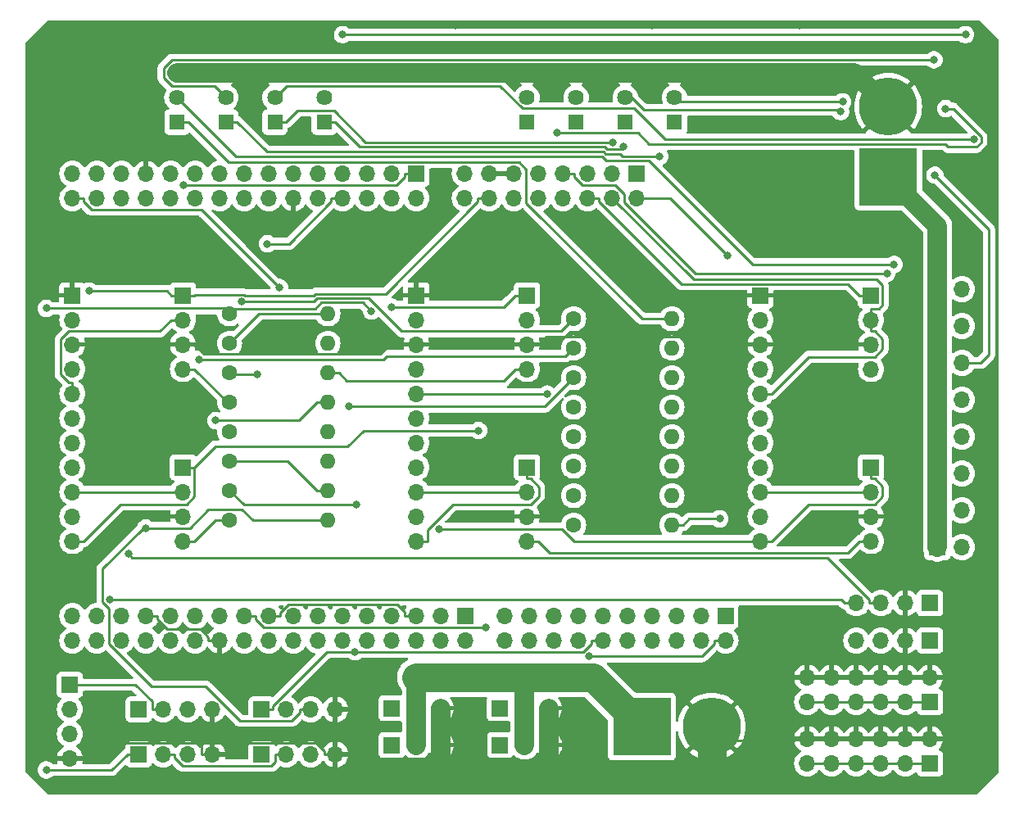
<source format=gtl>
G04 #@! TF.GenerationSoftware,KiCad,Pcbnew,8.0.3*
G04 #@! TF.CreationDate,2025-05-05T15:44:45+09:00*
G04 #@! TF.ProjectId,F767ZI_MB_V1.4,46373637-5a49-45f4-9d42-5f56312e342e,rev?*
G04 #@! TF.SameCoordinates,Original*
G04 #@! TF.FileFunction,Copper,L1,Top*
G04 #@! TF.FilePolarity,Positive*
%FSLAX46Y46*%
G04 Gerber Fmt 4.6, Leading zero omitted, Abs format (unit mm)*
G04 Created by KiCad (PCBNEW 8.0.3) date 2025-05-05 15:44:45*
%MOMM*%
%LPD*%
G01*
G04 APERTURE LIST*
G04 #@! TA.AperFunction,ComponentPad*
%ADD10R,1.625600X1.625600*%
G04 #@! TD*
G04 #@! TA.AperFunction,ComponentPad*
%ADD11C,1.625600*%
G04 #@! TD*
G04 #@! TA.AperFunction,ComponentPad*
%ADD12R,1.700000X1.700000*%
G04 #@! TD*
G04 #@! TA.AperFunction,ComponentPad*
%ADD13O,1.700000X1.700000*%
G04 #@! TD*
G04 #@! TA.AperFunction,ComponentPad*
%ADD14C,1.600000*%
G04 #@! TD*
G04 #@! TA.AperFunction,ComponentPad*
%ADD15O,1.600000X1.600000*%
G04 #@! TD*
G04 #@! TA.AperFunction,ComponentPad*
%ADD16C,6.000000*%
G04 #@! TD*
G04 #@! TA.AperFunction,ComponentPad*
%ADD17R,6.000000X6.000000*%
G04 #@! TD*
G04 #@! TA.AperFunction,ViaPad*
%ADD18C,0.800000*%
G04 #@! TD*
G04 #@! TA.AperFunction,Conductor*
%ADD19C,0.250000*%
G04 #@! TD*
G04 #@! TA.AperFunction,Conductor*
%ADD20C,3.000000*%
G04 #@! TD*
G04 #@! TA.AperFunction,Conductor*
%ADD21C,2.000000*%
G04 #@! TD*
G04 APERTURE END LIST*
D10*
X130810000Y-70876000D03*
D11*
X130810000Y-68336000D03*
X130810000Y-65796000D03*
D12*
X111760000Y-131455000D03*
D13*
X114300000Y-131455000D03*
X116840000Y-131455000D03*
D12*
X168148000Y-88148000D03*
D13*
X170688000Y-88148000D03*
D10*
X89558100Y-70876000D03*
D11*
X89558100Y-68336000D03*
X89558100Y-65796000D03*
D14*
X130556000Y-91196000D03*
D15*
X140716000Y-91196000D03*
D12*
X168148000Y-99578000D03*
D13*
X170688000Y-99578000D03*
D14*
X94996000Y-93736000D03*
D15*
X105156000Y-93736000D03*
D12*
X90170000Y-88783000D03*
D13*
X90170000Y-91323000D03*
X90170000Y-93863000D03*
X90170000Y-96403000D03*
D14*
X94996000Y-105928000D03*
D15*
X105156000Y-105928000D03*
D12*
X122951000Y-135265000D03*
D13*
X125491000Y-135265000D03*
X128031000Y-135265000D03*
D14*
X130556000Y-103388000D03*
D15*
X140716000Y-103388000D03*
D12*
X161290000Y-106563000D03*
D13*
X161290000Y-109103000D03*
X161290000Y-111643000D03*
X161290000Y-114183000D03*
D12*
X168148000Y-95768000D03*
D13*
X170688000Y-95768000D03*
D12*
X168148000Y-111008000D03*
D13*
X170688000Y-111008000D03*
D14*
X94996000Y-108976000D03*
D15*
X105156000Y-108976000D03*
D14*
X130556000Y-97292000D03*
D15*
X140716000Y-97292000D03*
D10*
X94602300Y-70876000D03*
D11*
X94602300Y-68336000D03*
X94602300Y-65796000D03*
D12*
X149860000Y-88783000D03*
D13*
X149860000Y-91323000D03*
X149860000Y-93863000D03*
X149860000Y-96403000D03*
X149860000Y-98943000D03*
X149860000Y-101483000D03*
X149860000Y-104023000D03*
X149860000Y-106563000D03*
X149860000Y-109103000D03*
X149860000Y-111643000D03*
X149860000Y-114183000D03*
D12*
X168148000Y-107198000D03*
D13*
X170688000Y-107198000D03*
D12*
X168148000Y-91958000D03*
D13*
X170688000Y-91958000D03*
D10*
X135890000Y-70876000D03*
D11*
X135890000Y-68336000D03*
X135890000Y-65796000D03*
D12*
X122936000Y-131455000D03*
D13*
X125476000Y-131455000D03*
X128016000Y-131455000D03*
D14*
X130556000Y-112532000D03*
D15*
X140716000Y-112532000D03*
D12*
X167386000Y-124470000D03*
D13*
X164846000Y-124470000D03*
X162306000Y-124470000D03*
X159766000Y-124470000D03*
D10*
X125730000Y-70876000D03*
D11*
X125730000Y-68336000D03*
X125730000Y-65796000D03*
D14*
X94996000Y-90688000D03*
D15*
X105156000Y-90688000D03*
D14*
X130556000Y-100340000D03*
D15*
X140716000Y-100340000D03*
D12*
X114300000Y-88783000D03*
D13*
X114300000Y-91323000D03*
X114300000Y-93863000D03*
X114300000Y-96403000D03*
X114300000Y-98943000D03*
X114300000Y-101483000D03*
X114300000Y-104023000D03*
X114300000Y-106563000D03*
X114300000Y-109103000D03*
X114300000Y-111643000D03*
X114300000Y-114183000D03*
D12*
X168153000Y-114818000D03*
D13*
X170693000Y-114818000D03*
D12*
X85608000Y-131582000D03*
D13*
X88148000Y-131582000D03*
X90688000Y-131582000D03*
X93228000Y-131582000D03*
D12*
X167386000Y-120594000D03*
D13*
X164846000Y-120594000D03*
X162306000Y-120594000D03*
X159766000Y-120594000D03*
D16*
X144824000Y-133360000D03*
D17*
X137624000Y-133360000D03*
D14*
X94996000Y-99832000D03*
D15*
X105156000Y-99832000D03*
D12*
X98308000Y-136232000D03*
D13*
X100848000Y-136232000D03*
X103388000Y-136232000D03*
X105928000Y-136232000D03*
D16*
X163068000Y-69308000D03*
D17*
X163068000Y-76508000D03*
D12*
X125730000Y-106563000D03*
D13*
X125730000Y-109103000D03*
X125730000Y-111643000D03*
X125730000Y-114183000D03*
D12*
X161290000Y-88783000D03*
D13*
X161290000Y-91323000D03*
X161290000Y-93863000D03*
X161290000Y-96403000D03*
D12*
X90170000Y-106563000D03*
D13*
X90170000Y-109103000D03*
X90170000Y-111643000D03*
X90170000Y-114183000D03*
D12*
X167386000Y-137170000D03*
D13*
X167386000Y-134630000D03*
X164846000Y-137170000D03*
X164846000Y-134630000D03*
X162306000Y-137170000D03*
X162306000Y-134630000D03*
X159766000Y-137170000D03*
X159766000Y-134630000D03*
X157226000Y-137170000D03*
X157226000Y-134630000D03*
X154686000Y-137170000D03*
X154686000Y-134630000D03*
D12*
X167386000Y-130820000D03*
D13*
X167386000Y-128280000D03*
X164846000Y-130820000D03*
X164846000Y-128280000D03*
X162306000Y-130820000D03*
X162306000Y-128280000D03*
X159766000Y-130820000D03*
X159766000Y-128280000D03*
X157226000Y-130820000D03*
X157226000Y-128280000D03*
X154686000Y-130820000D03*
X154686000Y-128280000D03*
D14*
X94996000Y-112024000D03*
D15*
X105156000Y-112024000D03*
D14*
X94996000Y-102880000D03*
D15*
X105156000Y-102880000D03*
D14*
X94996000Y-96784000D03*
D15*
X105156000Y-96784000D03*
D14*
X130556000Y-109484000D03*
D15*
X140716000Y-109484000D03*
D12*
X85608000Y-136232000D03*
D13*
X88148000Y-136232000D03*
X90688000Y-136232000D03*
X93228000Y-136232000D03*
D12*
X168148000Y-103388000D03*
D13*
X170688000Y-103388000D03*
D12*
X111760000Y-135265000D03*
D13*
X114300000Y-135265000D03*
X116840000Y-135265000D03*
D10*
X140970000Y-70876000D03*
D11*
X140970000Y-68336000D03*
X140970000Y-65796000D03*
D14*
X130556000Y-94230000D03*
D15*
X140716000Y-94230000D03*
D12*
X78486000Y-129042000D03*
D13*
X78486000Y-131582000D03*
X78486000Y-134122000D03*
X78486000Y-136662000D03*
D14*
X130556000Y-106436000D03*
D15*
X140716000Y-106436000D03*
D10*
X99682300Y-70876000D03*
D11*
X99682300Y-68336000D03*
X99682300Y-65796000D03*
D12*
X78740000Y-88783000D03*
D13*
X78740000Y-91323000D03*
X78740000Y-93863000D03*
X78740000Y-96403000D03*
X78740000Y-98943000D03*
X78740000Y-101483000D03*
X78740000Y-104023000D03*
X78740000Y-106563000D03*
X78740000Y-109103000D03*
X78740000Y-111643000D03*
X78740000Y-114183000D03*
D10*
X104762300Y-70876000D03*
D11*
X104762300Y-68336000D03*
X104762300Y-65796000D03*
D12*
X98308000Y-131582000D03*
D13*
X100848000Y-131582000D03*
X103388000Y-131582000D03*
X105928000Y-131582000D03*
D12*
X125730000Y-88783000D03*
D13*
X125730000Y-91323000D03*
X125730000Y-93863000D03*
X125730000Y-96403000D03*
D12*
X146240000Y-121920000D03*
D13*
X146240000Y-124460000D03*
X143700000Y-121920000D03*
X143700000Y-124460000D03*
X141160000Y-121920000D03*
X141160000Y-124460000D03*
X138620000Y-121920000D03*
X138620000Y-124460000D03*
X136080000Y-121920000D03*
X136080000Y-124460000D03*
X133540000Y-121920000D03*
X133540000Y-124460000D03*
X131000000Y-121920000D03*
X131000000Y-124460000D03*
X128460000Y-121920000D03*
X128460000Y-124460000D03*
X125920000Y-121920000D03*
X125920000Y-124460000D03*
X123380000Y-121920000D03*
X123380000Y-124460000D03*
D12*
X119380000Y-121920000D03*
D13*
X119380000Y-124460000D03*
X116840000Y-121920000D03*
X116840000Y-124460000D03*
X114300000Y-121920000D03*
X114300000Y-124460000D03*
X111760000Y-121920000D03*
X111760000Y-124460000D03*
X109220000Y-121920000D03*
X109220000Y-124460000D03*
X106680000Y-121920000D03*
X106680000Y-124460000D03*
X104140000Y-121920000D03*
X104140000Y-124460000D03*
X101600000Y-121920000D03*
X101600000Y-124460000D03*
X99060000Y-121920000D03*
X99060000Y-124460000D03*
X96520000Y-121920000D03*
X96520000Y-124460000D03*
X93980000Y-121920000D03*
X93980000Y-124460000D03*
X91440000Y-121920000D03*
X91440000Y-124460000D03*
X88900000Y-121920000D03*
X88900000Y-124460000D03*
X86360000Y-121920000D03*
X86360000Y-124460000D03*
X83820000Y-121920000D03*
X83820000Y-124460000D03*
X81280000Y-121920000D03*
X81280000Y-124460000D03*
X78740000Y-121920000D03*
X78740000Y-124460000D03*
D12*
X137080000Y-76200000D03*
D13*
X137080000Y-78740000D03*
X134540000Y-76200000D03*
X134540000Y-78740000D03*
X132000000Y-76200000D03*
X132000000Y-78740000D03*
X129460000Y-76200000D03*
X129460000Y-78740000D03*
X126920000Y-76200000D03*
X126920000Y-78740000D03*
X124380000Y-76200000D03*
X124380000Y-78740000D03*
X121840000Y-76200000D03*
X121840000Y-78740000D03*
X119300000Y-76200000D03*
X119300000Y-78740000D03*
D12*
X114300000Y-76200000D03*
D13*
X114300000Y-78740000D03*
X111760000Y-76200000D03*
X111760000Y-78740000D03*
X109220000Y-76200000D03*
X109220000Y-78740000D03*
X106680000Y-76200000D03*
X106680000Y-78740000D03*
X104140000Y-76200000D03*
X104140000Y-78740000D03*
X101600000Y-76200000D03*
X101600000Y-78740000D03*
X99060000Y-76200000D03*
X99060000Y-78740000D03*
X96520000Y-76200000D03*
X96520000Y-78740000D03*
X93980000Y-76200000D03*
X93980000Y-78740000D03*
X91440000Y-76200000D03*
X91440000Y-78740000D03*
X88900000Y-76200000D03*
X88900000Y-78740000D03*
X86360000Y-76200000D03*
X86360000Y-78740000D03*
X83820000Y-76200000D03*
X83820000Y-78740000D03*
X81280000Y-76200000D03*
X81280000Y-78740000D03*
X78740000Y-76200000D03*
X78740000Y-78740000D03*
D18*
X108201700Y-129448400D03*
X74673700Y-136052400D03*
X101851700Y-72298400D03*
X147571700Y-102778400D03*
X145031700Y-71028400D03*
X113281700Y-63408400D03*
X118361700Y-60868400D03*
X74673700Y-126908400D03*
X172971700Y-119288400D03*
X172971700Y-114208400D03*
X89151700Y-62138400D03*
X112011700Y-139608400D03*
X104391700Y-139608400D03*
X132331700Y-134528400D03*
X95501700Y-134528400D03*
X81531700Y-83728400D03*
X143761700Y-104048400D03*
X138681700Y-60868400D03*
X155699700Y-82712400D03*
X155699700Y-75854400D03*
X119631700Y-134528400D03*
X100581700Y-62138400D03*
X172971700Y-126908400D03*
X132331700Y-98968400D03*
X96771700Y-68488400D03*
X118361700Y-83728400D03*
X150111700Y-126908400D03*
X89151700Y-84998400D03*
X164081700Y-116748400D03*
X76451700Y-68488400D03*
X164081700Y-104048400D03*
X143761700Y-93888400D03*
X86611700Y-105318400D03*
X99311700Y-81188400D03*
X150111700Y-137068400D03*
X152651700Y-121828400D03*
X166875700Y-62900400D03*
X153921700Y-60868400D03*
X172971700Y-137068400D03*
X74927700Y-104302400D03*
X78991700Y-139608400D03*
X86611700Y-96428400D03*
X81531700Y-63408400D03*
X143761700Y-77378400D03*
X156461700Y-98968400D03*
X84071700Y-72298400D03*
X74927700Y-116240400D03*
X113281700Y-82458400D03*
X156461700Y-112938400D03*
X147571700Y-96428400D03*
X108201700Y-134528400D03*
X81531700Y-105318400D03*
X137411700Y-106588400D03*
X157731700Y-91348400D03*
X96771700Y-128178400D03*
X89151700Y-101508400D03*
X90421700Y-139608400D03*
X81531700Y-96428400D03*
X123441700Y-83728400D03*
X122171700Y-105318400D03*
X162916900Y-86515700D03*
X82638700Y-120217500D03*
X84517700Y-115470700D03*
X76056300Y-137850000D03*
X109644600Y-90399700D03*
X76056300Y-90136100D03*
X100145700Y-87977500D03*
X97817900Y-96961300D03*
X93560000Y-101732500D03*
X98896300Y-83459600D03*
X108095900Y-110447100D03*
X107950000Y-125636700D03*
X86331800Y-112841300D03*
X121460200Y-123096700D03*
X107369200Y-100264500D03*
X146412200Y-84651000D03*
X120718900Y-102753000D03*
X80470900Y-88339000D03*
X132132500Y-126091200D03*
X127817200Y-98989800D03*
X96208200Y-89451100D03*
X91838700Y-95386500D03*
X111760000Y-89990600D03*
X116609300Y-112912900D03*
X90223900Y-77416300D03*
X139441800Y-74411500D03*
X134565600Y-72959500D03*
X135726100Y-73444700D03*
X145653300Y-111887600D03*
X163670000Y-85589500D03*
X167796100Y-64440800D03*
X171907500Y-72685900D03*
X106675200Y-61836000D03*
X171045500Y-61837600D03*
X128828100Y-72015500D03*
X169009600Y-69491800D03*
X167891700Y-76362400D03*
X158149800Y-69796900D03*
X158357400Y-68790200D03*
D19*
X153349300Y-134718000D02*
X153349300Y-134790000D01*
X154686000Y-134630000D02*
X153509300Y-134630000D01*
D20*
X143510000Y-138694000D02*
X144824000Y-137380000D01*
D19*
X128046000Y-138694000D02*
X128031000Y-138679000D01*
D21*
X94602300Y-65796000D02*
X99682300Y-65796000D01*
D19*
X159766000Y-128280000D02*
X162306000Y-128280000D01*
D21*
X116840000Y-135265000D02*
X116840000Y-138440000D01*
X140970000Y-65796000D02*
X159556000Y-65796000D01*
D19*
X79662700Y-136662000D02*
X81269400Y-135055300D01*
X159766000Y-134630000D02*
X162306000Y-134630000D01*
X154686000Y-134630000D02*
X157226000Y-134630000D01*
X149860000Y-93863000D02*
X161290000Y-93863000D01*
X153349300Y-134790000D02*
X153509300Y-134630000D01*
X162306000Y-128280000D02*
X164846000Y-128280000D01*
X149860000Y-93863000D02*
X148683300Y-93863000D01*
D20*
X144824000Y-137380000D02*
X144824000Y-133360000D01*
D21*
X99682300Y-65796000D02*
X104762300Y-65796000D01*
D19*
X157226000Y-128280000D02*
X159766000Y-128280000D01*
X107557900Y-136685200D02*
X116840000Y-136685200D01*
D21*
X128016000Y-131455000D02*
X128016000Y-135250000D01*
X116840000Y-131455000D02*
X116840000Y-135265000D01*
D19*
X113123300Y-121920000D02*
X113123300Y-121521700D01*
X111555800Y-93863000D02*
X113123300Y-93863000D01*
X86360000Y-121920000D02*
X87536700Y-121920000D01*
X92051300Y-135055300D02*
X92051300Y-136232000D01*
X116840000Y-138440000D02*
X116840000Y-138694000D01*
X154686000Y-128280000D02*
X157226000Y-128280000D01*
X152143700Y-128940400D02*
X152143700Y-133512400D01*
X87536700Y-121920000D02*
X87536700Y-122287800D01*
X104751300Y-135864200D02*
X104751300Y-136232000D01*
X99060000Y-121920000D02*
X100236700Y-121920000D01*
D20*
X128016000Y-138694000D02*
X116586000Y-138694000D01*
D19*
X114300000Y-93863000D02*
X113123300Y-93863000D01*
X128016000Y-133352500D02*
X128031000Y-133367500D01*
D21*
X89558100Y-65796000D02*
X94602300Y-65796000D01*
D19*
X113123300Y-121521700D02*
X112344900Y-120743300D01*
D21*
X135890000Y-65796000D02*
X140970000Y-65796000D01*
D19*
X152143700Y-133512400D02*
X153349300Y-134718000D01*
X88532200Y-123283300D02*
X91994400Y-123283300D01*
D21*
X130810000Y-65796000D02*
X135890000Y-65796000D01*
D19*
X92051300Y-135055300D02*
X103942400Y-135055300D01*
X105928000Y-136232000D02*
X104751300Y-136232000D01*
X81269400Y-135055300D02*
X92051300Y-135055300D01*
X110551000Y-94867800D02*
X111555800Y-93863000D01*
X91994400Y-123283300D02*
X92803300Y-124092200D01*
D20*
X143510000Y-138694000D02*
X128016000Y-138694000D01*
D19*
X100236700Y-121552200D02*
X100236700Y-121920000D01*
X127705600Y-93064100D02*
X147884400Y-93064100D01*
X157226000Y-134630000D02*
X159766000Y-134630000D01*
D21*
X104762300Y-65796000D02*
X125730000Y-65796000D01*
D19*
X107104700Y-136232000D02*
X107557900Y-136685200D01*
X152804100Y-128280000D02*
X152143700Y-128940400D01*
X162306000Y-134630000D02*
X164846000Y-134630000D01*
X78486000Y-136662000D02*
X79662700Y-136662000D01*
X128031000Y-133367500D02*
X128031000Y-135265000D01*
X147884400Y-93064100D02*
X148683300Y-93863000D01*
X101045600Y-120743300D02*
X100236700Y-121552200D01*
D21*
X125730000Y-65796000D02*
X130810000Y-65796000D01*
D19*
X90170000Y-93863000D02*
X91346700Y-93863000D01*
X91346700Y-93863000D02*
X92351500Y-94867800D01*
X93228000Y-136232000D02*
X92051300Y-136232000D01*
X93980000Y-124460000D02*
X92803300Y-124460000D01*
X114300000Y-93863000D02*
X125730000Y-93863000D01*
X78740000Y-93863000D02*
X90170000Y-93863000D01*
X154686000Y-128280000D02*
X152804100Y-128280000D01*
X126906700Y-93863000D02*
X127705600Y-93064100D01*
X144824000Y-134790000D02*
X153349300Y-134790000D01*
X87536700Y-122287800D02*
X88532200Y-123283300D01*
X114300000Y-121920000D02*
X113123300Y-121920000D01*
X125730000Y-93863000D02*
X126906700Y-93863000D01*
X103942400Y-135055300D02*
X104751300Y-135864200D01*
X121840000Y-76200000D02*
X124380000Y-76200000D01*
X164846000Y-128280000D02*
X167386000Y-128280000D01*
D21*
X128031000Y-135265000D02*
X128031000Y-138679000D01*
D19*
X105928000Y-136232000D02*
X107104700Y-136232000D01*
X92803300Y-124092200D02*
X92803300Y-124460000D01*
D21*
X159556000Y-65796000D02*
X163068000Y-69308000D01*
D19*
X164846000Y-134630000D02*
X167386000Y-134630000D01*
X112344900Y-120743300D02*
X101045600Y-120743300D01*
X92351500Y-94867800D02*
X110551000Y-94867800D01*
X162306000Y-130820000D02*
X164846000Y-130820000D01*
X134877500Y-77376700D02*
X135810000Y-78309200D01*
X130636700Y-76567800D02*
X131445600Y-77376700D01*
X135810000Y-78309200D02*
X135810000Y-79185200D01*
X129460000Y-76200000D02*
X130636700Y-76200000D01*
X157226000Y-130820000D02*
X159766000Y-130820000D01*
X159766000Y-130820000D02*
X162306000Y-130820000D01*
X164846000Y-130820000D02*
X167386000Y-130820000D01*
X154686000Y-130820000D02*
X157226000Y-130820000D01*
X131445600Y-77376700D02*
X134877500Y-77376700D01*
X143140500Y-86515700D02*
X162916900Y-86515700D01*
X135810000Y-79185200D02*
X143140500Y-86515700D01*
X130636700Y-76200000D02*
X130636700Y-76567800D01*
X123339000Y-97617300D02*
X107116000Y-97617300D01*
X93505700Y-112024000D02*
X94996000Y-112024000D01*
X125730000Y-96403000D02*
X124553300Y-96403000D01*
X157226000Y-137170000D02*
X159766000Y-137170000D01*
X159766000Y-137170000D02*
X162306000Y-137170000D01*
X91346700Y-96403000D02*
X94775700Y-99832000D01*
X94775700Y-99832000D02*
X94996000Y-99832000D01*
X90133600Y-137408700D02*
X89324700Y-136599800D01*
X89324700Y-136599800D02*
X89324700Y-136232000D01*
X91346700Y-114183000D02*
X93505700Y-112024000D01*
X100981300Y-105928000D02*
X94996000Y-105928000D01*
X158910600Y-115385700D02*
X128109400Y-115385700D01*
X88148000Y-136232000D02*
X89324700Y-136232000D01*
X85240300Y-129042000D02*
X78486000Y-129042000D01*
X154686000Y-137170000D02*
X157226000Y-137170000D01*
X99671300Y-137041000D02*
X99303600Y-137408700D01*
X86971300Y-131582000D02*
X86971300Y-130773000D01*
X164846000Y-137170000D02*
X167386000Y-137170000D01*
X162306000Y-137170000D02*
X164846000Y-137170000D01*
X99303600Y-137408700D02*
X90133600Y-137408700D01*
X160113300Y-114183000D02*
X158910600Y-115385700D01*
X104029300Y-108976000D02*
X100981300Y-105928000D01*
X125730000Y-114183000D02*
X126906700Y-114183000D01*
X94996000Y-93736000D02*
X98044000Y-90688000D01*
X107116000Y-97617300D02*
X106282700Y-96784000D01*
X86971300Y-130773000D02*
X85240300Y-129042000D01*
X98044000Y-90688000D02*
X104029300Y-90688000D01*
X90170000Y-114183000D02*
X91346700Y-114183000D01*
X105156000Y-108976000D02*
X104029300Y-108976000D01*
X161290000Y-114183000D02*
X160113300Y-114183000D01*
X105156000Y-90688000D02*
X104029300Y-90688000D01*
X100848000Y-136232000D02*
X99671300Y-136232000D01*
X128109400Y-115385700D02*
X126906700Y-114183000D01*
X90170000Y-96403000D02*
X91346700Y-96403000D01*
X88148000Y-131582000D02*
X86971300Y-131582000D01*
X124553300Y-96403000D02*
X123339000Y-97617300D01*
X105156000Y-96784000D02*
X106282700Y-96784000D01*
X99671300Y-136232000D02*
X99671300Y-137041000D01*
X159766000Y-120594000D02*
X158589300Y-120594000D01*
X158589300Y-120594000D02*
X158212800Y-120217500D01*
X158212800Y-120217500D02*
X82638700Y-120217500D01*
X161129300Y-120594000D02*
X161129300Y-120226200D01*
X161129300Y-120226200D02*
X156786800Y-115883700D01*
X156786800Y-115883700D02*
X84930700Y-115883700D01*
X162306000Y-120594000D02*
X161129300Y-120594000D01*
X84930700Y-115883700D02*
X84517700Y-115470700D01*
X85608000Y-136232000D02*
X84431300Y-136232000D01*
X103825200Y-90181400D02*
X95502600Y-90181400D01*
X82813300Y-137850000D02*
X76056300Y-137850000D01*
X109644600Y-90399700D02*
X108770500Y-89525600D01*
X108770500Y-89525600D02*
X104481000Y-89525600D01*
X94444100Y-90136100D02*
X76056300Y-90136100D01*
X94996000Y-90688000D02*
X94444100Y-90136100D01*
X95502600Y-90181400D02*
X94996000Y-90688000D01*
X104481000Y-89525600D02*
X103825200Y-90181400D01*
X84431300Y-136232000D02*
X82813300Y-137850000D01*
X79916700Y-79107800D02*
X80725600Y-79916700D01*
X79916700Y-78740000D02*
X79916700Y-79107800D01*
X80725600Y-79916700D02*
X92084900Y-79916700D01*
X78740000Y-78740000D02*
X79916700Y-78740000D01*
X92084900Y-79916700D02*
X100145700Y-87977500D01*
X97817900Y-96961300D02*
X95173300Y-96961300D01*
X95173300Y-96961300D02*
X94996000Y-96784000D01*
X102128800Y-101732500D02*
X93560000Y-101732500D01*
X104029300Y-99832000D02*
X102128800Y-101732500D01*
X105156000Y-99832000D02*
X104029300Y-99832000D01*
X105503300Y-78740000D02*
X105503300Y-79107700D01*
X106680000Y-78740000D02*
X105503300Y-78740000D01*
X105503300Y-79107700D02*
X101151400Y-83459600D01*
X101151400Y-83459600D02*
X98896300Y-83459600D01*
X105062300Y-125636700D02*
X99484700Y-131214300D01*
X133540000Y-124460000D02*
X132363300Y-124460000D01*
X132363300Y-124460000D02*
X132363300Y-124827800D01*
X107950000Y-125636700D02*
X105062300Y-125636700D01*
X96467100Y-110447100D02*
X108095900Y-110447100D01*
X99484700Y-131214300D02*
X99484700Y-131582000D01*
X98308000Y-131582000D02*
X99484700Y-131582000D01*
X131554400Y-125636700D02*
X107950000Y-125636700D01*
X132363300Y-124827800D02*
X131554400Y-125636700D01*
X94996000Y-108976000D02*
X96467100Y-110447100D01*
X97405200Y-112024000D02*
X96278500Y-110897300D01*
X90866400Y-112841300D02*
X86331800Y-112841300D01*
X96278500Y-110897300D02*
X92810400Y-110897300D01*
X82496500Y-124825900D02*
X86905200Y-129234600D01*
X102211300Y-131949800D02*
X102211300Y-131582000D01*
X82496500Y-121138000D02*
X82496500Y-124825900D01*
X86331800Y-112841300D02*
X86053900Y-112841300D01*
X92810400Y-110897300D02*
X90866400Y-112841300D01*
X104029300Y-112024000D02*
X97405200Y-112024000D01*
X81874700Y-117020500D02*
X81874700Y-120516200D01*
X105156000Y-112024000D02*
X104029300Y-112024000D01*
X86905200Y-129234600D02*
X92554700Y-129234600D01*
X86053900Y-112841300D02*
X81874700Y-117020500D01*
X103388000Y-131582000D02*
X102211300Y-131582000D01*
X81874700Y-120516200D02*
X82496500Y-121138000D01*
X101402400Y-132758700D02*
X102211300Y-131949800D01*
X96078800Y-132758700D02*
X101402400Y-132758700D01*
X92554700Y-129234600D02*
X96078800Y-132758700D01*
X121460200Y-123096700D02*
X98505600Y-123096700D01*
X96520000Y-121920000D02*
X97696700Y-121920000D01*
X98505600Y-123096700D02*
X97696700Y-122287800D01*
X97696700Y-122287800D02*
X97696700Y-121920000D01*
X130556000Y-97292000D02*
X127583500Y-100264500D01*
X127583500Y-100264500D02*
X107369200Y-100264500D01*
X90170000Y-109103000D02*
X78740000Y-109103000D01*
X149860000Y-109103000D02*
X161290000Y-109103000D01*
X140501200Y-78740000D02*
X146412200Y-84651000D01*
X137080000Y-78740000D02*
X140501200Y-78740000D01*
X91346700Y-109599700D02*
X90573400Y-110373000D01*
X91346700Y-106563000D02*
X91346700Y-109599700D01*
X93505700Y-104404000D02*
X91346700Y-106563000D01*
X108848900Y-102753000D02*
X107197900Y-104404000D01*
X120718900Y-102753000D02*
X108848900Y-102753000D01*
X83726700Y-110373000D02*
X79916700Y-114183000D01*
X90573400Y-110373000D02*
X83726700Y-110373000D01*
X107197900Y-104404000D02*
X93505700Y-104404000D01*
X78740000Y-114183000D02*
X79916700Y-114183000D01*
X90170000Y-106563000D02*
X91346700Y-106563000D01*
X121840000Y-78740000D02*
X120663300Y-78740000D01*
X103720800Y-88783000D02*
X96571300Y-88783000D01*
X103881600Y-88622200D02*
X103720800Y-88783000D01*
X91405300Y-88724400D02*
X91346700Y-88783000D01*
X96512700Y-88724400D02*
X91405300Y-88724400D01*
X120663300Y-78740000D02*
X120663300Y-79107700D01*
X90170000Y-88783000D02*
X88993300Y-88783000D01*
X80470900Y-88339000D02*
X88549300Y-88339000D01*
X90170000Y-88783000D02*
X91346700Y-88783000D01*
X96571300Y-88783000D02*
X96512700Y-88724400D01*
X111148800Y-88622200D02*
X103881600Y-88622200D01*
X120663300Y-79107700D02*
X111148800Y-88622200D01*
X88549300Y-88339000D02*
X88993300Y-88783000D01*
X132000000Y-78740000D02*
X133176700Y-78740000D01*
X141675200Y-87606300D02*
X158936600Y-87606300D01*
X133176700Y-79107800D02*
X141675200Y-87606300D01*
X161290000Y-88783000D02*
X160113300Y-88783000D01*
X133176700Y-78740000D02*
X133176700Y-79107800D01*
X158936600Y-87606300D02*
X160113300Y-88783000D01*
X161657700Y-92499700D02*
X162476000Y-93318000D01*
X149860000Y-98943000D02*
X151036700Y-98943000D01*
X162099000Y-90146300D02*
X161290000Y-90146300D01*
X161290000Y-91323000D02*
X161290000Y-92499700D01*
X161697100Y-95133000D02*
X154846700Y-95133000D01*
X162476000Y-94354100D02*
X161697100Y-95133000D01*
X162466700Y-87748000D02*
X162466700Y-89778600D01*
X161290000Y-92499700D02*
X161657700Y-92499700D01*
X162476000Y-93318000D02*
X162476000Y-94354100D01*
X162466700Y-89778600D02*
X162099000Y-90146300D01*
X154846700Y-95133000D02*
X151036700Y-98943000D01*
X134540000Y-78740000D02*
X142947000Y-87147000D01*
X142947000Y-87147000D02*
X161865700Y-87147000D01*
X161865700Y-87147000D02*
X162466700Y-87748000D01*
X161290000Y-91323000D02*
X161290000Y-90146300D01*
X145063300Y-124460000D02*
X145063300Y-124827700D01*
X143799800Y-126091200D02*
X132132500Y-126091200D01*
X146240000Y-124460000D02*
X145063300Y-124460000D01*
X145063300Y-124827700D02*
X143799800Y-126091200D01*
X127817200Y-98989800D02*
X115523500Y-98989800D01*
X114300000Y-98943000D02*
X115476700Y-98943000D01*
X115523500Y-98989800D02*
X115476700Y-98943000D01*
X114300000Y-109103000D02*
X125730000Y-109103000D01*
D20*
X115570000Y-128280000D02*
X125476000Y-128280000D01*
D21*
X125491000Y-135265000D02*
X125491000Y-131470000D01*
D20*
X125476000Y-128280000D02*
X132544000Y-128280000D01*
D21*
X114300000Y-131455000D02*
X114300000Y-128280000D01*
X125476000Y-131455000D02*
X125476000Y-128280000D01*
X114300000Y-135265000D02*
X114300000Y-131455000D01*
D20*
X115570000Y-128280000D02*
X114300000Y-128280000D01*
X132544000Y-128280000D02*
X137624000Y-133360000D01*
D19*
X104068700Y-89073900D02*
X103691500Y-89451100D01*
X129246300Y-92505700D02*
X112778300Y-92505700D01*
X109346500Y-89073900D02*
X104068700Y-89073900D01*
X103691500Y-89451100D02*
X96208200Y-89451100D01*
X130556000Y-91196000D02*
X129246300Y-92505700D01*
X112778300Y-92505700D02*
X109346500Y-89073900D01*
X110896300Y-95386500D02*
X111211500Y-95071300D01*
X129714700Y-95071300D02*
X130556000Y-94230000D01*
X111211500Y-95071300D02*
X129714700Y-95071300D01*
X91838700Y-95386500D02*
X110896300Y-95386500D01*
X123345700Y-89990600D02*
X111760000Y-89990600D01*
X125730000Y-88783000D02*
X124553300Y-88783000D01*
X124553300Y-88783000D02*
X123345700Y-89990600D01*
D21*
X168148000Y-81588000D02*
X163068000Y-76508000D01*
X168153000Y-114818000D02*
X168153000Y-111013000D01*
X168148000Y-103388000D02*
X168148000Y-99578000D01*
X168148000Y-99578000D02*
X168148000Y-95768000D01*
X168148000Y-107198000D02*
X168148000Y-103388000D01*
X168148000Y-91958000D02*
X168148000Y-88148000D01*
X168148000Y-111008000D02*
X168148000Y-107198000D01*
X168148000Y-88148000D02*
X168148000Y-81588000D01*
X168148000Y-95768000D02*
X168148000Y-91958000D01*
D19*
X161290000Y-107739700D02*
X161657700Y-107739700D01*
X154846700Y-110373000D02*
X151036700Y-114183000D01*
X149860000Y-114183000D02*
X151036700Y-114183000D01*
X161700500Y-110373000D02*
X154846700Y-110373000D01*
X129343500Y-112912900D02*
X130613600Y-114183000D01*
X161657700Y-107739700D02*
X162473400Y-108555400D01*
X116609300Y-112912900D02*
X129343500Y-112912900D01*
X162473400Y-108555400D02*
X162473400Y-109600100D01*
X130613600Y-114183000D02*
X149860000Y-114183000D01*
X161290000Y-106563000D02*
X161290000Y-107739700D01*
X162473400Y-109600100D02*
X161700500Y-110373000D01*
X89558100Y-70876000D02*
X90697600Y-70876000D01*
X124922700Y-75023300D02*
X94844900Y-75023300D01*
X94844900Y-75023300D02*
X90697600Y-70876000D01*
X125650000Y-79215300D02*
X125650000Y-75750600D01*
X140716000Y-91196000D02*
X137630700Y-91196000D01*
X125650000Y-75750600D02*
X124922700Y-75023300D01*
X137630700Y-91196000D02*
X125650000Y-79215300D01*
X126956000Y-108598000D02*
X126956000Y-109542800D01*
X126956000Y-109542800D02*
X126125800Y-110373000D01*
X125730000Y-107739700D02*
X126097700Y-107739700D01*
X115476700Y-113006300D02*
X115476700Y-114183000D01*
X118110000Y-110373000D02*
X115476700Y-113006300D01*
X126097700Y-107739700D02*
X126956000Y-108598000D01*
X125730000Y-106563000D02*
X125730000Y-107739700D01*
X114300000Y-114183000D02*
X115476700Y-114183000D01*
X126125800Y-110373000D02*
X118110000Y-110373000D01*
X77563300Y-93313100D02*
X77563300Y-96957400D01*
X112274700Y-77416300D02*
X90223900Y-77416300D01*
X78372200Y-97766300D02*
X78740000Y-97766300D01*
X87816600Y-92499700D02*
X78376700Y-92499700D01*
X113123300Y-76567700D02*
X112274700Y-77416300D01*
X77563300Y-96957400D02*
X78372200Y-97766300D01*
X113123300Y-76200000D02*
X113123300Y-76567700D01*
X88993300Y-91323000D02*
X87816600Y-92499700D01*
X114300000Y-76200000D02*
X113123300Y-76200000D01*
X90170000Y-91323000D02*
X88993300Y-91323000D01*
X78376700Y-92499700D02*
X77563300Y-93313100D01*
X78740000Y-98943000D02*
X78740000Y-97766300D01*
X98827100Y-73961300D02*
X133659400Y-73961300D01*
X95741800Y-70876000D02*
X98827100Y-73961300D01*
X94602300Y-70876000D02*
X95741800Y-70876000D01*
X135639000Y-74411500D02*
X139441800Y-74411500D01*
X133836000Y-74137900D02*
X135365400Y-74137900D01*
X133659400Y-73961300D02*
X133836000Y-74137900D01*
X135365400Y-74137900D02*
X135639000Y-74411500D01*
X99682300Y-70876000D02*
X100821800Y-70876000D01*
X102012400Y-69685400D02*
X105793500Y-69685400D01*
X100821800Y-70876000D02*
X102012400Y-69685400D01*
X105793500Y-69685400D02*
X109067600Y-72959500D01*
X109067600Y-72959500D02*
X134565600Y-72959500D01*
X105901800Y-70876000D02*
X108468900Y-73443100D01*
X135484600Y-73686200D02*
X135726100Y-73444700D01*
X104762300Y-70876000D02*
X105901800Y-70876000D01*
X133780000Y-73443100D02*
X134023100Y-73686200D01*
X134023100Y-73686200D02*
X135484600Y-73686200D01*
X108468900Y-73443100D02*
X133780000Y-73443100D01*
X140716000Y-112532000D02*
X141842700Y-112532000D01*
X142487100Y-111887600D02*
X145653300Y-111887600D01*
X141842700Y-112532000D02*
X142487100Y-111887600D01*
X149042400Y-85589500D02*
X163670000Y-85589500D01*
X138316100Y-74863200D02*
X149042400Y-85589500D01*
X89558100Y-68336000D02*
X95635100Y-74413000D01*
X133472300Y-74413000D02*
X133922500Y-74863200D01*
X95635100Y-74413000D02*
X133472300Y-74413000D01*
X133922500Y-74863200D02*
X138316100Y-74863200D01*
X88184000Y-65286000D02*
X89029200Y-64440800D01*
X88184000Y-66319000D02*
X88184000Y-65286000D01*
X93425900Y-67159600D02*
X89024600Y-67159600D01*
X89024600Y-67159600D02*
X88184000Y-66319000D01*
X94602300Y-68336000D02*
X93425900Y-67159600D01*
X89029200Y-64440800D02*
X167796100Y-64440800D01*
X136764200Y-69475500D02*
X139974600Y-72685900D01*
X139974600Y-72685900D02*
X171907500Y-72685900D01*
X122905400Y-67122900D02*
X125258000Y-69475500D01*
X99682300Y-68336000D02*
X100895400Y-67122900D01*
X100895400Y-67122900D02*
X122905400Y-67122900D01*
X125258000Y-69475500D02*
X136764200Y-69475500D01*
X171043900Y-61836000D02*
X171045500Y-61837600D01*
X106675200Y-61836000D02*
X171043900Y-61836000D01*
X172673800Y-72957900D02*
X172673800Y-72383600D01*
X138342900Y-73137600D02*
X168935200Y-73137600D01*
X137220800Y-72015500D02*
X138342900Y-73137600D01*
X172673800Y-72383600D02*
X169782000Y-69491800D01*
X168935200Y-73137600D02*
X169230600Y-73433000D01*
X172198700Y-73433000D02*
X172673800Y-72957900D01*
X128828100Y-72015500D02*
X137220800Y-72015500D01*
X169782000Y-69491800D02*
X169009600Y-69491800D01*
X169230600Y-73433000D02*
X172198700Y-73433000D01*
X167891700Y-76362400D02*
X173479700Y-81950400D01*
X173479700Y-81950400D02*
X173479700Y-94904400D01*
X172616100Y-95768000D02*
X170688000Y-95768000D01*
X173479700Y-94904400D02*
X172616100Y-95768000D01*
X136528800Y-68336000D02*
X137798800Y-69606000D01*
X137798800Y-69606000D02*
X157958900Y-69606000D01*
X135890000Y-68336000D02*
X136528800Y-68336000D01*
X157958900Y-69606000D02*
X158149800Y-69796900D01*
X140970000Y-68336000D02*
X141424200Y-68790200D01*
X141424200Y-68790200D02*
X158357400Y-68790200D01*
G04 #@! TA.AperFunction,Conductor*
G36*
X94230000Y-125790633D02*
G01*
X94443483Y-125733433D01*
X94443492Y-125733429D01*
X94657578Y-125633600D01*
X94851082Y-125498105D01*
X95018105Y-125331082D01*
X95148119Y-125145405D01*
X95202696Y-125101781D01*
X95272195Y-125094588D01*
X95334549Y-125126110D01*
X95351269Y-125145405D01*
X95481505Y-125331401D01*
X95648599Y-125498495D01*
X95739762Y-125562328D01*
X95842165Y-125634032D01*
X95842167Y-125634033D01*
X95842170Y-125634035D01*
X96056337Y-125733903D01*
X96284592Y-125795063D01*
X96472918Y-125811539D01*
X96519999Y-125815659D01*
X96520000Y-125815659D01*
X96520001Y-125815659D01*
X96559234Y-125812226D01*
X96755408Y-125795063D01*
X96983663Y-125733903D01*
X97197830Y-125634035D01*
X97391401Y-125498495D01*
X97558495Y-125331401D01*
X97688425Y-125145842D01*
X97743002Y-125102217D01*
X97812500Y-125095023D01*
X97874855Y-125126546D01*
X97891575Y-125145842D01*
X98021500Y-125331395D01*
X98021505Y-125331401D01*
X98188599Y-125498495D01*
X98279762Y-125562328D01*
X98382165Y-125634032D01*
X98382167Y-125634033D01*
X98382170Y-125634035D01*
X98596337Y-125733903D01*
X98824592Y-125795063D01*
X99012918Y-125811539D01*
X99059999Y-125815659D01*
X99060000Y-125815659D01*
X99060001Y-125815659D01*
X99099234Y-125812226D01*
X99295408Y-125795063D01*
X99523663Y-125733903D01*
X99737830Y-125634035D01*
X99931401Y-125498495D01*
X100098495Y-125331401D01*
X100228425Y-125145842D01*
X100283002Y-125102217D01*
X100352500Y-125095023D01*
X100414855Y-125126546D01*
X100431575Y-125145842D01*
X100561500Y-125331395D01*
X100561505Y-125331401D01*
X100728599Y-125498495D01*
X100819762Y-125562328D01*
X100922165Y-125634032D01*
X100922167Y-125634033D01*
X100922170Y-125634035D01*
X101136337Y-125733903D01*
X101364592Y-125795063D01*
X101552918Y-125811539D01*
X101599999Y-125815659D01*
X101600000Y-125815659D01*
X101600001Y-125815659D01*
X101639234Y-125812226D01*
X101835408Y-125795063D01*
X102063663Y-125733903D01*
X102277830Y-125634035D01*
X102471401Y-125498495D01*
X102638495Y-125331401D01*
X102768425Y-125145842D01*
X102823002Y-125102217D01*
X102892500Y-125095023D01*
X102954855Y-125126546D01*
X102971575Y-125145842D01*
X103101500Y-125331395D01*
X103101505Y-125331401D01*
X103268599Y-125498495D01*
X103359762Y-125562328D01*
X103462165Y-125634032D01*
X103462167Y-125634033D01*
X103462170Y-125634035D01*
X103676337Y-125733903D01*
X103676342Y-125733904D01*
X103676346Y-125733906D01*
X103743771Y-125751971D01*
X103787638Y-125763725D01*
X103847298Y-125800089D01*
X103877828Y-125862936D01*
X103869534Y-125932311D01*
X103843226Y-125971181D01*
X99547385Y-130267023D01*
X99486062Y-130300508D01*
X99416370Y-130295524D01*
X99400384Y-130288223D01*
X99265482Y-130237908D01*
X99265483Y-130237908D01*
X99205883Y-130231501D01*
X99205881Y-130231500D01*
X99205873Y-130231500D01*
X99205864Y-130231500D01*
X97410129Y-130231500D01*
X97410123Y-130231501D01*
X97350516Y-130237908D01*
X97215671Y-130288202D01*
X97215664Y-130288206D01*
X97100455Y-130374452D01*
X97100452Y-130374455D01*
X97014206Y-130489664D01*
X97014202Y-130489671D01*
X96963908Y-130624517D01*
X96957501Y-130684116D01*
X96957500Y-130684127D01*
X96957500Y-131404489D01*
X96957501Y-132009200D01*
X96937816Y-132076239D01*
X96885013Y-132121994D01*
X96833501Y-132133200D01*
X96389252Y-132133200D01*
X96322213Y-132113515D01*
X96301571Y-132096881D01*
X93044898Y-128840208D01*
X93044878Y-128840186D01*
X92953433Y-128748741D01*
X92902209Y-128714515D01*
X92850986Y-128680288D01*
X92828842Y-128671116D01*
X92761608Y-128643267D01*
X92761605Y-128643265D01*
X92761604Y-128643265D01*
X92737155Y-128633138D01*
X92737153Y-128633137D01*
X92737152Y-128633137D01*
X92676729Y-128621118D01*
X92616310Y-128609100D01*
X92616307Y-128609100D01*
X92616306Y-128609100D01*
X87215653Y-128609100D01*
X87148614Y-128589415D01*
X87127972Y-128572781D01*
X84412587Y-125857397D01*
X84379102Y-125796074D01*
X84384086Y-125726382D01*
X84425958Y-125670449D01*
X84447856Y-125657337D01*
X84497830Y-125634035D01*
X84691401Y-125498495D01*
X84858495Y-125331401D01*
X84988425Y-125145842D01*
X85043002Y-125102217D01*
X85112500Y-125095023D01*
X85174855Y-125126546D01*
X85191575Y-125145842D01*
X85321500Y-125331395D01*
X85321505Y-125331401D01*
X85488599Y-125498495D01*
X85579762Y-125562328D01*
X85682165Y-125634032D01*
X85682167Y-125634033D01*
X85682170Y-125634035D01*
X85896337Y-125733903D01*
X86124592Y-125795063D01*
X86312918Y-125811539D01*
X86359999Y-125815659D01*
X86360000Y-125815659D01*
X86360001Y-125815659D01*
X86399234Y-125812226D01*
X86595408Y-125795063D01*
X86823663Y-125733903D01*
X87037830Y-125634035D01*
X87231401Y-125498495D01*
X87398495Y-125331401D01*
X87528425Y-125145842D01*
X87583002Y-125102217D01*
X87652500Y-125095023D01*
X87714855Y-125126546D01*
X87731575Y-125145842D01*
X87861500Y-125331395D01*
X87861505Y-125331401D01*
X88028599Y-125498495D01*
X88119762Y-125562328D01*
X88222165Y-125634032D01*
X88222167Y-125634033D01*
X88222170Y-125634035D01*
X88436337Y-125733903D01*
X88664592Y-125795063D01*
X88852918Y-125811539D01*
X88899999Y-125815659D01*
X88900000Y-125815659D01*
X88900001Y-125815659D01*
X88939234Y-125812226D01*
X89135408Y-125795063D01*
X89363663Y-125733903D01*
X89577830Y-125634035D01*
X89771401Y-125498495D01*
X89938495Y-125331401D01*
X90068425Y-125145842D01*
X90123002Y-125102217D01*
X90192500Y-125095023D01*
X90254855Y-125126546D01*
X90271575Y-125145842D01*
X90401500Y-125331395D01*
X90401505Y-125331401D01*
X90568599Y-125498495D01*
X90659762Y-125562328D01*
X90762165Y-125634032D01*
X90762167Y-125634033D01*
X90762170Y-125634035D01*
X90976337Y-125733903D01*
X91204592Y-125795063D01*
X91392918Y-125811539D01*
X91439999Y-125815659D01*
X91440000Y-125815659D01*
X91440001Y-125815659D01*
X91479234Y-125812226D01*
X91675408Y-125795063D01*
X91903663Y-125733903D01*
X92117830Y-125634035D01*
X92311401Y-125498495D01*
X92478495Y-125331401D01*
X92608730Y-125145405D01*
X92663307Y-125101781D01*
X92732805Y-125094587D01*
X92795160Y-125126110D01*
X92811879Y-125145405D01*
X92941890Y-125331078D01*
X93108917Y-125498105D01*
X93302421Y-125633600D01*
X93516507Y-125733429D01*
X93516516Y-125733433D01*
X93730000Y-125790634D01*
X93730000Y-124893012D01*
X93787007Y-124925925D01*
X93914174Y-124960000D01*
X94045826Y-124960000D01*
X94172993Y-124925925D01*
X94230000Y-124893012D01*
X94230000Y-125790633D01*
G37*
G04 #@! TD.AperFunction*
G04 #@! TA.AperFunction,Conductor*
G36*
X92794855Y-122586546D02*
G01*
X92811575Y-122605842D01*
X92941501Y-122791396D01*
X92941506Y-122791402D01*
X93108597Y-122958493D01*
X93108603Y-122958498D01*
X93294594Y-123088730D01*
X93338219Y-123143307D01*
X93345413Y-123212805D01*
X93313890Y-123275160D01*
X93294595Y-123291880D01*
X93108922Y-123421890D01*
X93108920Y-123421891D01*
X92941891Y-123588920D01*
X92941890Y-123588922D01*
X92811880Y-123774595D01*
X92757303Y-123818219D01*
X92687804Y-123825412D01*
X92625450Y-123793890D01*
X92608730Y-123774594D01*
X92478494Y-123588597D01*
X92311402Y-123421506D01*
X92311396Y-123421501D01*
X92125842Y-123291575D01*
X92082217Y-123236998D01*
X92075023Y-123167500D01*
X92106546Y-123105145D01*
X92125842Y-123088425D01*
X92148026Y-123072891D01*
X92311401Y-122958495D01*
X92478495Y-122791401D01*
X92608425Y-122605842D01*
X92663002Y-122562217D01*
X92732500Y-122555023D01*
X92794855Y-122586546D01*
G37*
G04 #@! TD.AperFunction*
G04 #@! TA.AperFunction,Conductor*
G36*
X87714549Y-122586110D02*
G01*
X87731269Y-122605405D01*
X87861505Y-122791401D01*
X87861506Y-122791402D01*
X88028597Y-122958493D01*
X88028603Y-122958498D01*
X88214158Y-123088425D01*
X88257783Y-123143002D01*
X88264977Y-123212500D01*
X88233454Y-123274855D01*
X88214158Y-123291575D01*
X88028597Y-123421505D01*
X87861505Y-123588597D01*
X87731575Y-123774158D01*
X87676998Y-123817783D01*
X87607500Y-123824977D01*
X87545145Y-123793454D01*
X87528425Y-123774158D01*
X87398494Y-123588597D01*
X87231402Y-123421506D01*
X87231401Y-123421505D01*
X87052114Y-123295967D01*
X87045405Y-123291269D01*
X87001781Y-123236692D01*
X86994588Y-123167193D01*
X87026110Y-123104839D01*
X87045405Y-123088119D01*
X87231082Y-122958105D01*
X87398105Y-122791082D01*
X87528119Y-122605405D01*
X87582696Y-122561781D01*
X87652195Y-122554588D01*
X87714549Y-122586110D01*
G37*
G04 #@! TD.AperFunction*
G04 #@! TA.AperFunction,Conductor*
G36*
X90254855Y-122586546D02*
G01*
X90271575Y-122605842D01*
X90401501Y-122791396D01*
X90401506Y-122791402D01*
X90568597Y-122958493D01*
X90568603Y-122958498D01*
X90754158Y-123088425D01*
X90797783Y-123143002D01*
X90804977Y-123212500D01*
X90773454Y-123274855D01*
X90754158Y-123291575D01*
X90568597Y-123421505D01*
X90401505Y-123588597D01*
X90271575Y-123774158D01*
X90216998Y-123817783D01*
X90147500Y-123824977D01*
X90085145Y-123793454D01*
X90068425Y-123774158D01*
X89938494Y-123588597D01*
X89771402Y-123421506D01*
X89771396Y-123421501D01*
X89585842Y-123291575D01*
X89542217Y-123236998D01*
X89535023Y-123167500D01*
X89566546Y-123105145D01*
X89585842Y-123088425D01*
X89608026Y-123072891D01*
X89771401Y-122958495D01*
X89938495Y-122791401D01*
X90068425Y-122605842D01*
X90123002Y-122562217D01*
X90192500Y-122555023D01*
X90254855Y-122586546D01*
G37*
G04 #@! TD.AperFunction*
G04 #@! TA.AperFunction,Conductor*
G36*
X100535143Y-120862685D02*
G01*
X100580898Y-120915489D01*
X100590842Y-120984647D01*
X100564320Y-121043962D01*
X100564610Y-121044165D01*
X100563559Y-121045665D01*
X100563094Y-121046706D01*
X100561503Y-121048601D01*
X100431269Y-121234595D01*
X100376692Y-121278219D01*
X100307193Y-121285412D01*
X100244839Y-121253890D01*
X100228119Y-121234594D01*
X100098112Y-121048924D01*
X100096257Y-121046714D01*
X100095744Y-121045542D01*
X100095005Y-121044487D01*
X100095217Y-121044338D01*
X100068238Y-120982708D01*
X100079271Y-120913715D01*
X100125854Y-120861640D01*
X100191239Y-120843000D01*
X100468104Y-120843000D01*
X100535143Y-120862685D01*
G37*
G04 #@! TD.AperFunction*
G04 #@! TA.AperFunction,Conductor*
G36*
X113235800Y-120862685D02*
G01*
X113281555Y-120915489D01*
X113291499Y-120984647D01*
X113264799Y-121044351D01*
X113264995Y-121044488D01*
X113264285Y-121045501D01*
X113263743Y-121046714D01*
X113261891Y-121048919D01*
X113131880Y-121234595D01*
X113077303Y-121278219D01*
X113007804Y-121285412D01*
X112945450Y-121253890D01*
X112928730Y-121234594D01*
X112798500Y-121048606D01*
X112798496Y-121048601D01*
X112798495Y-121048599D01*
X112798489Y-121048593D01*
X112796906Y-121046706D01*
X112796466Y-121045700D01*
X112795390Y-121044164D01*
X112795698Y-121043947D01*
X112768894Y-120982697D01*
X112779933Y-120913705D01*
X112826520Y-120861634D01*
X112891896Y-120843000D01*
X113168761Y-120843000D01*
X113235800Y-120862685D01*
G37*
G04 #@! TD.AperFunction*
G04 #@! TA.AperFunction,Conductor*
G36*
X103075143Y-120862685D02*
G01*
X103120898Y-120915489D01*
X103130842Y-120984647D01*
X103104321Y-121043961D01*
X103104610Y-121044164D01*
X103103560Y-121045663D01*
X103103094Y-121046706D01*
X103101499Y-121048606D01*
X102971575Y-121234158D01*
X102916998Y-121277783D01*
X102847500Y-121284977D01*
X102785145Y-121253454D01*
X102768425Y-121234158D01*
X102638500Y-121048606D01*
X102638496Y-121048601D01*
X102638495Y-121048599D01*
X102638489Y-121048593D01*
X102636906Y-121046706D01*
X102636466Y-121045700D01*
X102635390Y-121044164D01*
X102635698Y-121043947D01*
X102608894Y-120982697D01*
X102619933Y-120913705D01*
X102666520Y-120861634D01*
X102731896Y-120843000D01*
X103008104Y-120843000D01*
X103075143Y-120862685D01*
G37*
G04 #@! TD.AperFunction*
G04 #@! TA.AperFunction,Conductor*
G36*
X105615143Y-120862685D02*
G01*
X105660898Y-120915489D01*
X105670842Y-120984647D01*
X105644321Y-121043961D01*
X105644610Y-121044164D01*
X105643560Y-121045663D01*
X105643094Y-121046706D01*
X105641499Y-121048606D01*
X105511575Y-121234158D01*
X105456998Y-121277783D01*
X105387500Y-121284977D01*
X105325145Y-121253454D01*
X105308425Y-121234158D01*
X105178500Y-121048606D01*
X105178496Y-121048601D01*
X105178495Y-121048599D01*
X105178489Y-121048593D01*
X105176906Y-121046706D01*
X105176466Y-121045700D01*
X105175390Y-121044164D01*
X105175698Y-121043947D01*
X105148894Y-120982697D01*
X105159933Y-120913705D01*
X105206520Y-120861634D01*
X105271896Y-120843000D01*
X105548104Y-120843000D01*
X105615143Y-120862685D01*
G37*
G04 #@! TD.AperFunction*
G04 #@! TA.AperFunction,Conductor*
G36*
X108155143Y-120862685D02*
G01*
X108200898Y-120915489D01*
X108210842Y-120984647D01*
X108184321Y-121043961D01*
X108184610Y-121044164D01*
X108183560Y-121045663D01*
X108183094Y-121046706D01*
X108181499Y-121048606D01*
X108051575Y-121234158D01*
X107996998Y-121277783D01*
X107927500Y-121284977D01*
X107865145Y-121253454D01*
X107848425Y-121234158D01*
X107718500Y-121048606D01*
X107718496Y-121048601D01*
X107718495Y-121048599D01*
X107718489Y-121048593D01*
X107716906Y-121046706D01*
X107716466Y-121045700D01*
X107715390Y-121044164D01*
X107715698Y-121043947D01*
X107688894Y-120982697D01*
X107699933Y-120913705D01*
X107746520Y-120861634D01*
X107811896Y-120843000D01*
X108088104Y-120843000D01*
X108155143Y-120862685D01*
G37*
G04 #@! TD.AperFunction*
G04 #@! TA.AperFunction,Conductor*
G36*
X110695143Y-120862685D02*
G01*
X110740898Y-120915489D01*
X110750842Y-120984647D01*
X110724321Y-121043961D01*
X110724610Y-121044164D01*
X110723560Y-121045663D01*
X110723094Y-121046706D01*
X110721499Y-121048606D01*
X110591575Y-121234158D01*
X110536998Y-121277783D01*
X110467500Y-121284977D01*
X110405145Y-121253454D01*
X110388425Y-121234158D01*
X110258500Y-121048606D01*
X110258496Y-121048601D01*
X110258495Y-121048599D01*
X110258489Y-121048593D01*
X110256906Y-121046706D01*
X110256466Y-121045700D01*
X110255390Y-121044164D01*
X110255698Y-121043947D01*
X110228894Y-120982697D01*
X110239933Y-120913705D01*
X110286520Y-120861634D01*
X110351896Y-120843000D01*
X110628104Y-120843000D01*
X110695143Y-120862685D01*
G37*
G04 #@! TD.AperFunction*
G04 #@! TA.AperFunction,Conductor*
G36*
X159973373Y-111018185D02*
G01*
X160019128Y-111070989D01*
X160029072Y-111140147D01*
X160018716Y-111174904D01*
X160016571Y-111179502D01*
X160016567Y-111179513D01*
X159959364Y-111392999D01*
X159959364Y-111393000D01*
X160856988Y-111393000D01*
X160824075Y-111450007D01*
X160790000Y-111577174D01*
X160790000Y-111708826D01*
X160824075Y-111835993D01*
X160856988Y-111893000D01*
X159959364Y-111893000D01*
X160016567Y-112106486D01*
X160016570Y-112106492D01*
X160116399Y-112320578D01*
X160251894Y-112514082D01*
X160418917Y-112681105D01*
X160604595Y-112811119D01*
X160648219Y-112865696D01*
X160655412Y-112935195D01*
X160623890Y-112997549D01*
X160604595Y-113014269D01*
X160418594Y-113144508D01*
X160251506Y-113311596D01*
X160150308Y-113456122D01*
X160115967Y-113505169D01*
X160112860Y-113509606D01*
X160110906Y-113508238D01*
X160067584Y-113549462D01*
X160035068Y-113560805D01*
X159950899Y-113577546D01*
X159950900Y-113577547D01*
X159930849Y-113581536D01*
X159930847Y-113581536D01*
X159883697Y-113601067D01*
X159817019Y-113628685D01*
X159817017Y-113628686D01*
X159714566Y-113697141D01*
X159714563Y-113697144D01*
X158687829Y-114723881D01*
X158626506Y-114757366D01*
X158600148Y-114760200D01*
X151643451Y-114760200D01*
X151576412Y-114740515D01*
X151530657Y-114687711D01*
X151520713Y-114618553D01*
X151549738Y-114554997D01*
X151555770Y-114548519D01*
X152424243Y-113680047D01*
X155069472Y-111034819D01*
X155130795Y-111001334D01*
X155157153Y-110998500D01*
X159906334Y-110998500D01*
X159973373Y-111018185D01*
G37*
G04 #@! TD.AperFunction*
G04 #@! TA.AperFunction,Conductor*
G36*
X130814855Y-79406546D02*
G01*
X130831575Y-79425842D01*
X130961500Y-79611395D01*
X130961505Y-79611401D01*
X131128599Y-79778495D01*
X131188264Y-79820273D01*
X131322165Y-79914032D01*
X131322167Y-79914033D01*
X131322170Y-79914035D01*
X131536337Y-80013903D01*
X131536343Y-80013904D01*
X131536344Y-80013905D01*
X131552400Y-80018207D01*
X131764592Y-80075063D01*
X131952918Y-80091539D01*
X131999999Y-80095659D01*
X132000000Y-80095659D01*
X132000001Y-80095659D01*
X132039234Y-80092226D01*
X132235408Y-80075063D01*
X132463663Y-80013903D01*
X132677830Y-79914035D01*
X132839931Y-79800530D01*
X132906135Y-79778203D01*
X132973902Y-79795213D01*
X132998734Y-79814424D01*
X141186216Y-88001906D01*
X141186245Y-88001937D01*
X141276464Y-88092156D01*
X141276467Y-88092158D01*
X141342591Y-88136340D01*
X141342592Y-88136342D01*
X141344797Y-88137815D01*
X141378915Y-88160612D01*
X141429431Y-88181536D01*
X141429432Y-88181537D01*
X141464058Y-88195879D01*
X141492748Y-88207763D01*
X141553171Y-88219781D01*
X141613593Y-88231800D01*
X141613594Y-88231800D01*
X148386000Y-88231800D01*
X148453039Y-88251485D01*
X148498794Y-88304289D01*
X148510000Y-88355800D01*
X148510000Y-88533000D01*
X149426988Y-88533000D01*
X149394075Y-88590007D01*
X149360000Y-88717174D01*
X149360000Y-88848826D01*
X149394075Y-88975993D01*
X149426988Y-89033000D01*
X148510000Y-89033000D01*
X148510000Y-89680844D01*
X148516401Y-89740372D01*
X148516403Y-89740379D01*
X148566645Y-89875086D01*
X148566649Y-89875093D01*
X148652809Y-89990187D01*
X148652812Y-89990190D01*
X148767906Y-90076350D01*
X148767913Y-90076354D01*
X148899470Y-90125421D01*
X148955403Y-90167292D01*
X148979821Y-90232756D01*
X148964970Y-90301029D01*
X148943819Y-90329284D01*
X148821503Y-90451600D01*
X148685965Y-90645169D01*
X148685964Y-90645171D01*
X148612889Y-90801881D01*
X148587115Y-90857155D01*
X148586098Y-90859335D01*
X148586094Y-90859344D01*
X148524938Y-91087586D01*
X148524936Y-91087596D01*
X148504341Y-91322999D01*
X148504341Y-91323000D01*
X148524936Y-91558403D01*
X148524938Y-91558413D01*
X148586094Y-91786655D01*
X148586096Y-91786659D01*
X148586097Y-91786663D01*
X148626999Y-91874377D01*
X148685965Y-92000830D01*
X148685967Y-92000834D01*
X148770019Y-92120871D01*
X148821505Y-92194401D01*
X148988599Y-92361495D01*
X149143661Y-92470071D01*
X149174594Y-92491730D01*
X149218219Y-92546307D01*
X149225413Y-92615805D01*
X149193890Y-92678160D01*
X149174595Y-92694880D01*
X148988922Y-92824890D01*
X148988920Y-92824891D01*
X148821891Y-92991920D01*
X148821886Y-92991926D01*
X148686400Y-93185420D01*
X148686399Y-93185422D01*
X148586570Y-93399507D01*
X148586567Y-93399513D01*
X148529364Y-93612999D01*
X148529364Y-93613000D01*
X149426988Y-93613000D01*
X149394075Y-93670007D01*
X149360000Y-93797174D01*
X149360000Y-93928826D01*
X149394075Y-94055993D01*
X149426988Y-94113000D01*
X148529364Y-94113000D01*
X148586567Y-94326486D01*
X148586570Y-94326492D01*
X148686399Y-94540578D01*
X148821894Y-94734082D01*
X148988917Y-94901105D01*
X149174595Y-95031119D01*
X149218219Y-95085696D01*
X149225412Y-95155195D01*
X149193890Y-95217549D01*
X149174595Y-95234269D01*
X148988594Y-95364508D01*
X148821505Y-95531597D01*
X148685965Y-95725169D01*
X148685964Y-95725171D01*
X148586098Y-95939335D01*
X148586094Y-95939344D01*
X148524938Y-96167586D01*
X148524936Y-96167596D01*
X148504341Y-96402999D01*
X148504341Y-96403000D01*
X148524936Y-96638403D01*
X148524938Y-96638413D01*
X148586094Y-96866655D01*
X148586096Y-96866659D01*
X148586097Y-96866663D01*
X148657136Y-97019006D01*
X148685965Y-97080830D01*
X148685967Y-97080834D01*
X148821501Y-97274395D01*
X148821506Y-97274402D01*
X148988597Y-97441493D01*
X148988603Y-97441498D01*
X149174158Y-97571425D01*
X149217783Y-97626002D01*
X149224977Y-97695500D01*
X149193454Y-97757855D01*
X149174158Y-97774575D01*
X148988597Y-97904505D01*
X148821505Y-98071597D01*
X148685965Y-98265169D01*
X148685964Y-98265171D01*
X148586098Y-98479335D01*
X148586094Y-98479344D01*
X148524938Y-98707586D01*
X148524936Y-98707596D01*
X148504341Y-98942999D01*
X148504341Y-98943000D01*
X148524936Y-99178403D01*
X148524938Y-99178413D01*
X148586094Y-99406655D01*
X148586096Y-99406659D01*
X148586097Y-99406663D01*
X148672340Y-99591611D01*
X148685965Y-99620830D01*
X148685967Y-99620834D01*
X148821501Y-99814395D01*
X148821506Y-99814402D01*
X148988597Y-99981493D01*
X148988603Y-99981498D01*
X149174158Y-100111425D01*
X149217783Y-100166002D01*
X149224977Y-100235500D01*
X149193454Y-100297855D01*
X149174158Y-100314575D01*
X148988597Y-100444505D01*
X148821505Y-100611597D01*
X148685965Y-100805169D01*
X148685964Y-100805171D01*
X148586098Y-101019335D01*
X148586094Y-101019344D01*
X148524938Y-101247586D01*
X148524936Y-101247596D01*
X148504341Y-101482999D01*
X148504341Y-101483000D01*
X148524936Y-101718403D01*
X148524938Y-101718413D01*
X148586094Y-101946655D01*
X148586096Y-101946659D01*
X148586097Y-101946663D01*
X148679772Y-102147549D01*
X148685965Y-102160830D01*
X148685967Y-102160834D01*
X148774179Y-102286813D01*
X148818077Y-102349506D01*
X148821501Y-102354395D01*
X148821506Y-102354402D01*
X148988597Y-102521493D01*
X148988603Y-102521498D01*
X149174158Y-102651425D01*
X149217783Y-102706002D01*
X149224977Y-102775500D01*
X149193454Y-102837855D01*
X149174158Y-102854575D01*
X148988597Y-102984505D01*
X148821505Y-103151597D01*
X148685965Y-103345169D01*
X148685964Y-103345171D01*
X148586098Y-103559335D01*
X148586094Y-103559344D01*
X148524938Y-103787586D01*
X148524936Y-103787596D01*
X148504341Y-104022999D01*
X148504341Y-104023000D01*
X148524936Y-104258403D01*
X148524938Y-104258413D01*
X148586094Y-104486655D01*
X148586096Y-104486659D01*
X148586097Y-104486663D01*
X148621244Y-104562035D01*
X148685965Y-104700830D01*
X148685967Y-104700834D01*
X148821501Y-104894395D01*
X148821506Y-104894402D01*
X148988597Y-105061493D01*
X148988603Y-105061498D01*
X149174158Y-105191425D01*
X149217783Y-105246002D01*
X149224977Y-105315500D01*
X149193454Y-105377855D01*
X149174158Y-105394575D01*
X148988597Y-105524505D01*
X148821505Y-105691597D01*
X148685965Y-105885169D01*
X148685964Y-105885171D01*
X148586098Y-106099335D01*
X148586094Y-106099344D01*
X148524938Y-106327586D01*
X148524936Y-106327596D01*
X148504341Y-106562999D01*
X148504341Y-106563000D01*
X148524936Y-106798403D01*
X148524938Y-106798413D01*
X148586094Y-107026655D01*
X148586096Y-107026659D01*
X148586097Y-107026663D01*
X148645820Y-107154738D01*
X148685965Y-107240830D01*
X148685967Y-107240834D01*
X148821501Y-107434395D01*
X148821506Y-107434402D01*
X148988597Y-107601493D01*
X148988603Y-107601498D01*
X149174158Y-107731425D01*
X149217783Y-107786002D01*
X149224977Y-107855500D01*
X149193454Y-107917855D01*
X149174158Y-107934575D01*
X148988597Y-108064505D01*
X148821505Y-108231597D01*
X148685965Y-108425169D01*
X148685964Y-108425171D01*
X148586098Y-108639335D01*
X148586094Y-108639344D01*
X148524938Y-108867586D01*
X148524936Y-108867596D01*
X148504341Y-109102999D01*
X148504341Y-109103000D01*
X148524936Y-109338403D01*
X148524938Y-109338413D01*
X148586094Y-109566655D01*
X148586096Y-109566659D01*
X148586097Y-109566663D01*
X148681632Y-109771537D01*
X148685965Y-109780830D01*
X148685967Y-109780834D01*
X148779831Y-109914884D01*
X148821501Y-109974396D01*
X148821506Y-109974402D01*
X148988597Y-110141493D01*
X148988603Y-110141498D01*
X149174158Y-110271425D01*
X149217783Y-110326002D01*
X149224977Y-110395500D01*
X149193454Y-110457855D01*
X149174158Y-110474575D01*
X148988597Y-110604505D01*
X148821505Y-110771597D01*
X148685965Y-110965169D01*
X148685964Y-110965171D01*
X148610926Y-111126092D01*
X148591655Y-111167419D01*
X148586098Y-111179335D01*
X148586094Y-111179344D01*
X148524938Y-111407586D01*
X148524936Y-111407596D01*
X148504341Y-111642999D01*
X148504341Y-111643000D01*
X148524936Y-111878403D01*
X148524938Y-111878413D01*
X148586094Y-112106655D01*
X148586096Y-112106659D01*
X148586097Y-112106663D01*
X148655340Y-112255154D01*
X148685965Y-112320830D01*
X148685967Y-112320834D01*
X148821501Y-112514395D01*
X148821506Y-112514402D01*
X148988597Y-112681493D01*
X148988603Y-112681498D01*
X149174158Y-112811425D01*
X149217783Y-112866002D01*
X149224977Y-112935500D01*
X149193454Y-112997855D01*
X149174158Y-113014575D01*
X148988597Y-113144505D01*
X148821505Y-113311597D01*
X148686348Y-113504623D01*
X148631771Y-113548248D01*
X148584773Y-113557500D01*
X141823758Y-113557500D01*
X141756719Y-113537815D01*
X141710964Y-113485011D01*
X141701020Y-113415853D01*
X141722182Y-113362378D01*
X141775364Y-113286425D01*
X141830825Y-113207217D01*
X141885400Y-113163593D01*
X141908204Y-113156724D01*
X141969638Y-113144505D01*
X141969639Y-113144505D01*
X141988485Y-113140756D01*
X142025152Y-113133463D01*
X142058492Y-113119652D01*
X142138986Y-113086312D01*
X142190209Y-113052084D01*
X142241433Y-113017858D01*
X142328558Y-112930733D01*
X142328559Y-112930731D01*
X142335625Y-112923665D01*
X142335627Y-112923661D01*
X142709871Y-112549419D01*
X142771194Y-112515934D01*
X142797552Y-112513100D01*
X144949552Y-112513100D01*
X145016591Y-112532785D01*
X145041700Y-112554126D01*
X145047426Y-112560485D01*
X145047430Y-112560489D01*
X145200565Y-112671748D01*
X145200570Y-112671751D01*
X145373492Y-112748742D01*
X145373497Y-112748744D01*
X145558654Y-112788100D01*
X145558655Y-112788100D01*
X145747944Y-112788100D01*
X145747946Y-112788100D01*
X145933103Y-112748744D01*
X146106030Y-112671751D01*
X146259171Y-112560488D01*
X146385833Y-112419816D01*
X146480479Y-112255884D01*
X146538974Y-112075856D01*
X146558760Y-111887600D01*
X146538974Y-111699344D01*
X146480479Y-111519316D01*
X146385833Y-111355384D01*
X146259171Y-111214712D01*
X146259170Y-111214711D01*
X146106034Y-111103451D01*
X146106029Y-111103448D01*
X145933107Y-111026457D01*
X145933102Y-111026455D01*
X145787301Y-110995465D01*
X145747946Y-110987100D01*
X145558654Y-110987100D01*
X145526197Y-110993998D01*
X145373497Y-111026455D01*
X145373492Y-111026457D01*
X145200570Y-111103448D01*
X145200565Y-111103451D01*
X145047430Y-111214710D01*
X145047426Y-111214714D01*
X145041700Y-111221074D01*
X144982213Y-111257721D01*
X144949552Y-111262100D01*
X142425489Y-111262100D01*
X142365071Y-111274118D01*
X142321843Y-111282716D01*
X142304646Y-111286137D01*
X142190816Y-111333287D01*
X142190807Y-111333292D01*
X142088368Y-111401740D01*
X142044805Y-111445303D01*
X142001242Y-111488867D01*
X141844329Y-111645780D01*
X141783006Y-111679265D01*
X141713314Y-111674281D01*
X141668967Y-111645780D01*
X141555141Y-111531954D01*
X141368734Y-111401432D01*
X141368732Y-111401431D01*
X141162497Y-111305261D01*
X141162488Y-111305258D01*
X140942697Y-111246366D01*
X140942693Y-111246365D01*
X140942692Y-111246365D01*
X140942691Y-111246364D01*
X140942686Y-111246364D01*
X140716002Y-111226532D01*
X140715998Y-111226532D01*
X140489313Y-111246364D01*
X140489302Y-111246366D01*
X140269511Y-111305258D01*
X140269502Y-111305261D01*
X140063267Y-111401431D01*
X140063265Y-111401432D01*
X139876858Y-111531954D01*
X139715954Y-111692858D01*
X139585432Y-111879265D01*
X139585431Y-111879267D01*
X139489261Y-112085502D01*
X139489258Y-112085511D01*
X139430366Y-112305302D01*
X139430364Y-112305313D01*
X139410532Y-112531998D01*
X139410532Y-112532001D01*
X139430364Y-112758686D01*
X139430366Y-112758697D01*
X139489258Y-112978488D01*
X139489261Y-112978497D01*
X139585431Y-113184732D01*
X139585432Y-113184734D01*
X139709817Y-113362377D01*
X139732145Y-113428584D01*
X139715133Y-113496351D01*
X139664185Y-113544163D01*
X139608242Y-113557500D01*
X131663758Y-113557500D01*
X131596719Y-113537815D01*
X131550964Y-113485011D01*
X131541020Y-113415853D01*
X131562183Y-113362377D01*
X131640352Y-113250738D01*
X131686568Y-113184734D01*
X131782739Y-112978496D01*
X131841635Y-112758692D01*
X131861468Y-112532000D01*
X131860062Y-112515934D01*
X131841635Y-112305313D01*
X131841635Y-112305308D01*
X131782739Y-112085504D01*
X131686568Y-111879266D01*
X131556047Y-111692861D01*
X131556045Y-111692858D01*
X131395141Y-111531954D01*
X131208734Y-111401432D01*
X131208732Y-111401431D01*
X131002497Y-111305261D01*
X131002488Y-111305258D01*
X130782697Y-111246366D01*
X130782693Y-111246365D01*
X130782692Y-111246365D01*
X130782691Y-111246364D01*
X130782686Y-111246364D01*
X130556002Y-111226532D01*
X130555998Y-111226532D01*
X130329313Y-111246364D01*
X130329302Y-111246366D01*
X130109511Y-111305258D01*
X130109502Y-111305261D01*
X129903267Y-111401431D01*
X129903265Y-111401432D01*
X129716858Y-111531954D01*
X129555954Y-111692858D01*
X129425432Y-111879265D01*
X129425431Y-111879267D01*
X129329261Y-112085502D01*
X129329259Y-112085508D01*
X129299789Y-112195494D01*
X129263424Y-112255154D01*
X129200577Y-112285683D01*
X129180014Y-112287400D01*
X127113713Y-112287400D01*
X127046674Y-112267715D01*
X127000919Y-112214911D01*
X126990975Y-112145753D01*
X127001329Y-112110999D01*
X127003429Y-112106493D01*
X127003432Y-112106486D01*
X127060636Y-111893000D01*
X126163012Y-111893000D01*
X126195925Y-111835993D01*
X126230000Y-111708826D01*
X126230000Y-111577174D01*
X126195925Y-111450007D01*
X126163012Y-111393000D01*
X127060636Y-111393000D01*
X127060635Y-111392999D01*
X127003432Y-111179513D01*
X127003429Y-111179507D01*
X126903600Y-110965422D01*
X126903599Y-110965420D01*
X126765005Y-110767487D01*
X126766470Y-110766461D01*
X126741664Y-110709781D01*
X126752703Y-110640789D01*
X126776980Y-110606408D01*
X127354729Y-110028660D01*
X127354733Y-110028658D01*
X127441858Y-109941533D01*
X127490669Y-109868483D01*
X127510312Y-109839086D01*
X127555638Y-109729657D01*
X127557463Y-109725252D01*
X127581500Y-109604406D01*
X127581500Y-109483998D01*
X129250532Y-109483998D01*
X129250532Y-109484001D01*
X129270364Y-109710686D01*
X129270366Y-109710697D01*
X129329258Y-109930488D01*
X129329261Y-109930497D01*
X129425431Y-110136732D01*
X129425432Y-110136734D01*
X129555954Y-110323141D01*
X129716858Y-110484045D01*
X129716861Y-110484047D01*
X129903266Y-110614568D01*
X130109504Y-110710739D01*
X130329308Y-110769635D01*
X130491230Y-110783801D01*
X130555998Y-110789468D01*
X130556000Y-110789468D01*
X130556002Y-110789468D01*
X130612673Y-110784509D01*
X130782692Y-110769635D01*
X131002496Y-110710739D01*
X131208734Y-110614568D01*
X131395139Y-110484047D01*
X131556047Y-110323139D01*
X131686568Y-110136734D01*
X131782739Y-109930496D01*
X131841635Y-109710692D01*
X131861468Y-109484000D01*
X131861468Y-109483998D01*
X139410532Y-109483998D01*
X139410532Y-109484001D01*
X139430364Y-109710686D01*
X139430366Y-109710697D01*
X139489258Y-109930488D01*
X139489261Y-109930497D01*
X139585431Y-110136732D01*
X139585432Y-110136734D01*
X139715954Y-110323141D01*
X139876858Y-110484045D01*
X139876861Y-110484047D01*
X140063266Y-110614568D01*
X140269504Y-110710739D01*
X140489308Y-110769635D01*
X140651230Y-110783801D01*
X140715998Y-110789468D01*
X140716000Y-110789468D01*
X140716002Y-110789468D01*
X140772673Y-110784509D01*
X140942692Y-110769635D01*
X141162496Y-110710739D01*
X141368734Y-110614568D01*
X141555139Y-110484047D01*
X141716047Y-110323139D01*
X141846568Y-110136734D01*
X141942739Y-109930496D01*
X142001635Y-109710692D01*
X142021468Y-109484000D01*
X142001635Y-109257308D01*
X141942739Y-109037504D01*
X141846568Y-108831266D01*
X141730667Y-108665741D01*
X141716045Y-108644858D01*
X141555141Y-108483954D01*
X141368734Y-108353432D01*
X141368732Y-108353431D01*
X141162497Y-108257261D01*
X141162488Y-108257258D01*
X140942697Y-108198366D01*
X140942693Y-108198365D01*
X140942692Y-108198365D01*
X140942691Y-108198364D01*
X140942686Y-108198364D01*
X140716002Y-108178532D01*
X140715998Y-108178532D01*
X140489313Y-108198364D01*
X140489302Y-108198366D01*
X140269511Y-108257258D01*
X140269502Y-108257261D01*
X140063267Y-108353431D01*
X140063265Y-108353432D01*
X139876858Y-108483954D01*
X139715954Y-108644858D01*
X139585432Y-108831265D01*
X139585431Y-108831267D01*
X139489261Y-109037502D01*
X139489258Y-109037511D01*
X139430366Y-109257302D01*
X139430364Y-109257313D01*
X139410532Y-109483998D01*
X131861468Y-109483998D01*
X131841635Y-109257308D01*
X131782739Y-109037504D01*
X131686568Y-108831266D01*
X131570667Y-108665741D01*
X131556045Y-108644858D01*
X131395141Y-108483954D01*
X131208734Y-108353432D01*
X131208732Y-108353431D01*
X131002497Y-108257261D01*
X131002488Y-108257258D01*
X130782697Y-108198366D01*
X130782693Y-108198365D01*
X130782692Y-108198365D01*
X130782691Y-108198364D01*
X130782686Y-108198364D01*
X130556002Y-108178532D01*
X130555998Y-108178532D01*
X130329313Y-108198364D01*
X130329302Y-108198366D01*
X130109511Y-108257258D01*
X130109502Y-108257261D01*
X129903267Y-108353431D01*
X129903265Y-108353432D01*
X129716858Y-108483954D01*
X129555954Y-108644858D01*
X129425432Y-108831265D01*
X129425431Y-108831267D01*
X129329261Y-109037502D01*
X129329258Y-109037511D01*
X129270366Y-109257302D01*
X129270364Y-109257313D01*
X129250532Y-109483998D01*
X127581500Y-109483998D01*
X127581500Y-108665741D01*
X127581501Y-108665720D01*
X127581501Y-108536391D01*
X127557464Y-108415552D01*
X127557462Y-108415547D01*
X127551837Y-108401968D01*
X127551835Y-108401962D01*
X127536608Y-108365200D01*
X127533208Y-108356992D01*
X127510312Y-108301715D01*
X127441858Y-108199267D01*
X127441855Y-108199263D01*
X127044976Y-107802385D01*
X127011491Y-107741062D01*
X127016475Y-107671371D01*
X127023776Y-107655384D01*
X127043874Y-107601498D01*
X127074091Y-107520483D01*
X127080500Y-107460873D01*
X127080499Y-106435998D01*
X129250532Y-106435998D01*
X129250532Y-106436001D01*
X129270364Y-106662686D01*
X129270366Y-106662697D01*
X129329258Y-106882488D01*
X129329261Y-106882497D01*
X129425431Y-107088732D01*
X129425432Y-107088734D01*
X129555954Y-107275141D01*
X129716858Y-107436045D01*
X129752321Y-107460876D01*
X129903266Y-107566568D01*
X130109504Y-107662739D01*
X130329308Y-107721635D01*
X130491230Y-107735801D01*
X130555998Y-107741468D01*
X130556000Y-107741468D01*
X130556002Y-107741468D01*
X130612673Y-107736509D01*
X130782692Y-107721635D01*
X131002496Y-107662739D01*
X131208734Y-107566568D01*
X131395139Y-107436047D01*
X131556047Y-107275139D01*
X131686568Y-107088734D01*
X131782739Y-106882496D01*
X131841635Y-106662692D01*
X131861468Y-106436000D01*
X131861468Y-106435998D01*
X139410532Y-106435998D01*
X139410532Y-106436001D01*
X139430364Y-106662686D01*
X139430366Y-106662697D01*
X139489258Y-106882488D01*
X139489261Y-106882497D01*
X139585431Y-107088732D01*
X139585432Y-107088734D01*
X139715954Y-107275141D01*
X139876858Y-107436045D01*
X139912321Y-107460876D01*
X140063266Y-107566568D01*
X140269504Y-107662739D01*
X140489308Y-107721635D01*
X140651230Y-107735801D01*
X140715998Y-107741468D01*
X140716000Y-107741468D01*
X140716002Y-107741468D01*
X140772673Y-107736509D01*
X140942692Y-107721635D01*
X141162496Y-107662739D01*
X141368734Y-107566568D01*
X141555139Y-107436047D01*
X141716047Y-107275139D01*
X141846568Y-107088734D01*
X141942739Y-106882496D01*
X142001635Y-106662692D01*
X142021468Y-106436000D01*
X142001635Y-106209308D01*
X141951973Y-106023965D01*
X141942741Y-105989511D01*
X141942738Y-105989502D01*
X141912239Y-105924097D01*
X141846568Y-105783266D01*
X141716047Y-105596861D01*
X141716045Y-105596858D01*
X141555141Y-105435954D01*
X141466216Y-105373689D01*
X141368734Y-105305432D01*
X141195438Y-105224622D01*
X141162497Y-105209261D01*
X141162488Y-105209258D01*
X140942697Y-105150366D01*
X140942693Y-105150365D01*
X140942692Y-105150365D01*
X140942691Y-105150364D01*
X140942686Y-105150364D01*
X140716002Y-105130532D01*
X140715998Y-105130532D01*
X140489313Y-105150364D01*
X140489302Y-105150366D01*
X140269511Y-105209258D01*
X140269502Y-105209261D01*
X140063266Y-105305432D01*
X139876858Y-105435954D01*
X139715954Y-105596858D01*
X139585432Y-105783265D01*
X139585431Y-105783267D01*
X139489261Y-105989502D01*
X139489258Y-105989511D01*
X139430366Y-106209302D01*
X139430364Y-106209313D01*
X139410532Y-106435998D01*
X131861468Y-106435998D01*
X131841635Y-106209308D01*
X131791973Y-106023965D01*
X131782741Y-105989511D01*
X131782738Y-105989502D01*
X131752239Y-105924097D01*
X131686568Y-105783266D01*
X131556047Y-105596861D01*
X131556045Y-105596858D01*
X131395141Y-105435954D01*
X131306216Y-105373689D01*
X131208734Y-105305432D01*
X131035438Y-105224622D01*
X131002497Y-105209261D01*
X131002488Y-105209258D01*
X130782697Y-105150366D01*
X130782693Y-105150365D01*
X130782692Y-105150365D01*
X130782691Y-105150364D01*
X130782686Y-105150364D01*
X130556002Y-105130532D01*
X130555998Y-105130532D01*
X130329313Y-105150364D01*
X130329302Y-105150366D01*
X130109511Y-105209258D01*
X130109502Y-105209261D01*
X129903266Y-105305432D01*
X129716858Y-105435954D01*
X129555954Y-105596858D01*
X129425432Y-105783265D01*
X129425431Y-105783267D01*
X129329261Y-105989502D01*
X129329258Y-105989511D01*
X129270366Y-106209302D01*
X129270364Y-106209313D01*
X129250532Y-106435998D01*
X127080499Y-106435998D01*
X127080499Y-105665128D01*
X127074091Y-105605517D01*
X127070861Y-105596858D01*
X127023797Y-105470671D01*
X127023793Y-105470664D01*
X126937547Y-105355455D01*
X126937544Y-105355452D01*
X126822335Y-105269206D01*
X126822328Y-105269202D01*
X126687482Y-105218908D01*
X126687483Y-105218908D01*
X126627883Y-105212501D01*
X126627881Y-105212500D01*
X126627873Y-105212500D01*
X126627864Y-105212500D01*
X124832129Y-105212500D01*
X124832123Y-105212501D01*
X124772516Y-105218908D01*
X124637671Y-105269202D01*
X124637664Y-105269206D01*
X124522455Y-105355452D01*
X124522452Y-105355455D01*
X124436206Y-105470664D01*
X124436202Y-105470671D01*
X124385908Y-105605517D01*
X124379501Y-105665116D01*
X124379501Y-105665123D01*
X124379500Y-105665135D01*
X124379500Y-107460870D01*
X124379501Y-107460876D01*
X124385908Y-107520483D01*
X124436202Y-107655328D01*
X124436206Y-107655335D01*
X124522452Y-107770544D01*
X124522455Y-107770547D01*
X124637664Y-107856793D01*
X124637671Y-107856797D01*
X124769081Y-107905810D01*
X124825015Y-107947681D01*
X124849432Y-108013145D01*
X124834580Y-108081418D01*
X124813430Y-108109673D01*
X124691503Y-108231600D01*
X124556348Y-108424623D01*
X124501771Y-108468248D01*
X124454773Y-108477500D01*
X115575227Y-108477500D01*
X115508188Y-108457815D01*
X115473652Y-108424623D01*
X115338494Y-108231597D01*
X115171402Y-108064506D01*
X115171396Y-108064501D01*
X114985842Y-107934575D01*
X114942217Y-107879998D01*
X114935023Y-107810500D01*
X114966546Y-107748145D01*
X114985842Y-107731425D01*
X115044480Y-107690366D01*
X115171401Y-107601495D01*
X115338495Y-107434401D01*
X115474035Y-107240830D01*
X115573903Y-107026663D01*
X115635063Y-106798408D01*
X115655659Y-106563000D01*
X115635063Y-106327592D01*
X115573903Y-106099337D01*
X115474035Y-105885171D01*
X115458468Y-105862938D01*
X115338494Y-105691597D01*
X115171402Y-105524506D01*
X115171396Y-105524501D01*
X114985842Y-105394575D01*
X114942217Y-105339998D01*
X114935023Y-105270500D01*
X114966546Y-105208145D01*
X114985842Y-105191425D01*
X115032982Y-105158417D01*
X115171401Y-105061495D01*
X115338495Y-104894401D01*
X115474035Y-104700830D01*
X115573903Y-104486663D01*
X115635063Y-104258408D01*
X115655659Y-104023000D01*
X115635063Y-103787592D01*
X115573903Y-103559337D01*
X115571837Y-103554906D01*
X115561344Y-103485829D01*
X115589863Y-103422045D01*
X115648339Y-103383804D01*
X115684218Y-103378500D01*
X120015152Y-103378500D01*
X120082191Y-103398185D01*
X120107300Y-103419526D01*
X120113026Y-103425885D01*
X120113030Y-103425889D01*
X120266165Y-103537148D01*
X120266170Y-103537151D01*
X120439092Y-103614142D01*
X120439097Y-103614144D01*
X120624254Y-103653500D01*
X120624255Y-103653500D01*
X120813544Y-103653500D01*
X120813546Y-103653500D01*
X120998703Y-103614144D01*
X121171630Y-103537151D01*
X121324771Y-103425888D01*
X121358887Y-103387998D01*
X129250532Y-103387998D01*
X129250532Y-103388001D01*
X129270364Y-103614686D01*
X129270366Y-103614697D01*
X129329258Y-103834488D01*
X129329261Y-103834497D01*
X129425431Y-104040732D01*
X129425432Y-104040734D01*
X129555954Y-104227141D01*
X129716858Y-104388045D01*
X129716861Y-104388047D01*
X129903266Y-104518568D01*
X130109504Y-104614739D01*
X130329308Y-104673635D01*
X130491230Y-104687801D01*
X130555998Y-104693468D01*
X130556000Y-104693468D01*
X130556002Y-104693468D01*
X130612673Y-104688509D01*
X130782692Y-104673635D01*
X131002496Y-104614739D01*
X131208734Y-104518568D01*
X131395139Y-104388047D01*
X131556047Y-104227139D01*
X131686568Y-104040734D01*
X131782739Y-103834496D01*
X131841635Y-103614692D01*
X131861468Y-103388000D01*
X131861468Y-103387998D01*
X139410532Y-103387998D01*
X139410532Y-103388001D01*
X139430364Y-103614686D01*
X139430366Y-103614697D01*
X139489258Y-103834488D01*
X139489261Y-103834497D01*
X139585431Y-104040732D01*
X139585432Y-104040734D01*
X139715954Y-104227141D01*
X139876858Y-104388045D01*
X139876861Y-104388047D01*
X140063266Y-104518568D01*
X140269504Y-104614739D01*
X140489308Y-104673635D01*
X140651230Y-104687801D01*
X140715998Y-104693468D01*
X140716000Y-104693468D01*
X140716002Y-104693468D01*
X140772673Y-104688509D01*
X140942692Y-104673635D01*
X141162496Y-104614739D01*
X141368734Y-104518568D01*
X141555139Y-104388047D01*
X141716047Y-104227139D01*
X141846568Y-104040734D01*
X141942739Y-103834496D01*
X142001635Y-103614692D01*
X142021468Y-103388000D01*
X142001635Y-103161308D01*
X141942739Y-102941504D01*
X141846568Y-102735266D01*
X141727168Y-102564744D01*
X141716045Y-102548858D01*
X141555141Y-102387954D01*
X141368734Y-102257432D01*
X141368732Y-102257431D01*
X141162497Y-102161261D01*
X141162488Y-102161258D01*
X140942697Y-102102366D01*
X140942693Y-102102365D01*
X140942692Y-102102365D01*
X140942691Y-102102364D01*
X140942686Y-102102364D01*
X140716002Y-102082532D01*
X140715998Y-102082532D01*
X140489313Y-102102364D01*
X140489302Y-102102366D01*
X140269511Y-102161258D01*
X140269502Y-102161261D01*
X140063267Y-102257431D01*
X140063265Y-102257432D01*
X139876858Y-102387954D01*
X139715954Y-102548858D01*
X139585432Y-102735265D01*
X139585431Y-102735267D01*
X139489261Y-102941502D01*
X139489258Y-102941511D01*
X139430366Y-103161302D01*
X139430364Y-103161313D01*
X139410532Y-103387998D01*
X131861468Y-103387998D01*
X131841635Y-103161308D01*
X131782739Y-102941504D01*
X131686568Y-102735266D01*
X131567168Y-102564744D01*
X131556045Y-102548858D01*
X131395141Y-102387954D01*
X131208734Y-102257432D01*
X131208732Y-102257431D01*
X131002497Y-102161261D01*
X131002488Y-102161258D01*
X130782697Y-102102366D01*
X130782693Y-102102365D01*
X130782692Y-102102365D01*
X130782691Y-102102364D01*
X130782686Y-102102364D01*
X130556002Y-102082532D01*
X130555998Y-102082532D01*
X130329313Y-102102364D01*
X130329302Y-102102366D01*
X130109511Y-102161258D01*
X130109502Y-102161261D01*
X129903267Y-102257431D01*
X129903265Y-102257432D01*
X129716858Y-102387954D01*
X129555954Y-102548858D01*
X129425432Y-102735265D01*
X129425431Y-102735267D01*
X129329261Y-102941502D01*
X129329258Y-102941511D01*
X129270366Y-103161302D01*
X129270364Y-103161313D01*
X129250532Y-103387998D01*
X121358887Y-103387998D01*
X121451433Y-103285216D01*
X121546079Y-103121284D01*
X121604574Y-102941256D01*
X121624360Y-102753000D01*
X121604574Y-102564744D01*
X121546079Y-102384716D01*
X121451433Y-102220784D01*
X121324771Y-102080112D01*
X121324770Y-102080111D01*
X121171634Y-101968851D01*
X121171629Y-101968848D01*
X120998707Y-101891857D01*
X120998702Y-101891855D01*
X120852901Y-101860865D01*
X120813546Y-101852500D01*
X120624254Y-101852500D01*
X120591797Y-101859398D01*
X120439097Y-101891855D01*
X120439092Y-101891857D01*
X120266170Y-101968848D01*
X120266165Y-101968851D01*
X120113030Y-102080110D01*
X120113026Y-102080114D01*
X120107300Y-102086474D01*
X120047813Y-102123121D01*
X120015152Y-102127500D01*
X115684218Y-102127500D01*
X115617179Y-102107815D01*
X115571424Y-102055011D01*
X115561480Y-101985853D01*
X115571837Y-101951094D01*
X115573900Y-101946669D01*
X115573903Y-101946663D01*
X115635063Y-101718408D01*
X115655659Y-101483000D01*
X115635063Y-101247592D01*
X115581072Y-101046092D01*
X115582735Y-100976243D01*
X115621898Y-100918381D01*
X115686126Y-100890877D01*
X115700847Y-100890000D01*
X127645107Y-100890000D01*
X127705529Y-100877981D01*
X127765952Y-100865963D01*
X127815996Y-100845234D01*
X127879786Y-100818812D01*
X127958004Y-100766547D01*
X127982233Y-100750358D01*
X128069358Y-100663233D01*
X128069359Y-100663231D01*
X128076425Y-100656165D01*
X128076428Y-100656161D01*
X129311030Y-99421558D01*
X129372351Y-99388075D01*
X129442043Y-99393059D01*
X129497976Y-99434931D01*
X129522393Y-99500395D01*
X129507541Y-99568668D01*
X129500285Y-99580363D01*
X129425431Y-99687267D01*
X129329261Y-99893502D01*
X129329258Y-99893511D01*
X129270366Y-100113302D01*
X129270364Y-100113313D01*
X129250532Y-100339998D01*
X129250532Y-100340001D01*
X129270364Y-100566686D01*
X129270366Y-100566697D01*
X129329258Y-100786488D01*
X129329261Y-100786497D01*
X129425431Y-100992732D01*
X129425432Y-100992734D01*
X129555954Y-101179141D01*
X129716858Y-101340045D01*
X129716861Y-101340047D01*
X129903266Y-101470568D01*
X130109504Y-101566739D01*
X130329308Y-101625635D01*
X130491230Y-101639801D01*
X130555998Y-101645468D01*
X130556000Y-101645468D01*
X130556002Y-101645468D01*
X130612673Y-101640509D01*
X130782692Y-101625635D01*
X131002496Y-101566739D01*
X131208734Y-101470568D01*
X131395139Y-101340047D01*
X131556047Y-101179139D01*
X131686568Y-100992734D01*
X131782739Y-100786496D01*
X131841635Y-100566692D01*
X131861468Y-100340000D01*
X131861468Y-100339998D01*
X139410532Y-100339998D01*
X139410532Y-100340001D01*
X139430364Y-100566686D01*
X139430366Y-100566697D01*
X139489258Y-100786488D01*
X139489261Y-100786497D01*
X139585431Y-100992732D01*
X139585432Y-100992734D01*
X139715954Y-101179141D01*
X139876858Y-101340045D01*
X139876861Y-101340047D01*
X140063266Y-101470568D01*
X140269504Y-101566739D01*
X140489308Y-101625635D01*
X140651230Y-101639801D01*
X140715998Y-101645468D01*
X140716000Y-101645468D01*
X140716002Y-101645468D01*
X140772673Y-101640509D01*
X140942692Y-101625635D01*
X141162496Y-101566739D01*
X141368734Y-101470568D01*
X141555139Y-101340047D01*
X141716047Y-101179139D01*
X141846568Y-100992734D01*
X141942739Y-100786496D01*
X142001635Y-100566692D01*
X142021468Y-100340000D01*
X142001635Y-100113308D01*
X141942739Y-99893504D01*
X141846568Y-99687266D01*
X141716047Y-99500861D01*
X141716045Y-99500858D01*
X141555141Y-99339954D01*
X141466222Y-99277693D01*
X141368734Y-99209432D01*
X141255824Y-99156781D01*
X141162497Y-99113261D01*
X141162488Y-99113258D01*
X140942697Y-99054366D01*
X140942693Y-99054365D01*
X140942692Y-99054365D01*
X140942691Y-99054364D01*
X140942686Y-99054364D01*
X140716002Y-99034532D01*
X140715998Y-99034532D01*
X140489313Y-99054364D01*
X140489302Y-99054366D01*
X140269511Y-99113258D01*
X140269502Y-99113261D01*
X140063266Y-99209432D01*
X139876858Y-99339954D01*
X139715954Y-99500858D01*
X139585432Y-99687265D01*
X139585431Y-99687267D01*
X139489261Y-99893502D01*
X139489258Y-99893511D01*
X139430366Y-100113302D01*
X139430364Y-100113313D01*
X139410532Y-100339998D01*
X131861468Y-100339998D01*
X131841635Y-100113308D01*
X131782739Y-99893504D01*
X131686568Y-99687266D01*
X131556047Y-99500861D01*
X131556045Y-99500858D01*
X131395141Y-99339954D01*
X131306222Y-99277693D01*
X131208734Y-99209432D01*
X131095824Y-99156781D01*
X131002497Y-99113261D01*
X131002488Y-99113258D01*
X130782697Y-99054366D01*
X130782693Y-99054365D01*
X130782692Y-99054365D01*
X130782691Y-99054364D01*
X130782686Y-99054364D01*
X130556002Y-99034532D01*
X130555998Y-99034532D01*
X130329313Y-99054364D01*
X130329302Y-99054366D01*
X130109511Y-99113258D01*
X130109502Y-99113261D01*
X129903267Y-99209431D01*
X129796363Y-99284285D01*
X129730157Y-99306612D01*
X129662390Y-99289600D01*
X129614577Y-99238652D01*
X129601900Y-99169942D01*
X129628383Y-99105285D01*
X129637551Y-99095037D01*
X130141178Y-98591410D01*
X130202499Y-98557927D01*
X130260946Y-98559317D01*
X130329308Y-98577635D01*
X130486780Y-98591412D01*
X130555998Y-98597468D01*
X130556000Y-98597468D01*
X130556002Y-98597468D01*
X130625220Y-98591412D01*
X130782692Y-98577635D01*
X131002496Y-98518739D01*
X131208734Y-98422568D01*
X131395139Y-98292047D01*
X131556047Y-98131139D01*
X131686568Y-97944734D01*
X131782739Y-97738496D01*
X131841635Y-97518692D01*
X131860805Y-97299574D01*
X131861468Y-97292001D01*
X131861468Y-97291998D01*
X139410532Y-97291998D01*
X139410532Y-97292001D01*
X139430364Y-97518686D01*
X139430366Y-97518697D01*
X139489258Y-97738488D01*
X139489261Y-97738497D01*
X139585431Y-97944732D01*
X139585432Y-97944734D01*
X139715954Y-98131141D01*
X139876858Y-98292045D01*
X139876861Y-98292047D01*
X140063266Y-98422568D01*
X140269504Y-98518739D01*
X140269509Y-98518740D01*
X140269511Y-98518741D01*
X140298588Y-98526532D01*
X140489308Y-98577635D01*
X140646780Y-98591412D01*
X140715998Y-98597468D01*
X140716000Y-98597468D01*
X140716002Y-98597468D01*
X140785220Y-98591412D01*
X140942692Y-98577635D01*
X141162496Y-98518739D01*
X141368734Y-98422568D01*
X141555139Y-98292047D01*
X141716047Y-98131139D01*
X141846568Y-97944734D01*
X141942739Y-97738496D01*
X142001635Y-97518692D01*
X142020805Y-97299574D01*
X142021468Y-97292001D01*
X142021468Y-97291998D01*
X142013495Y-97200871D01*
X142001635Y-97065308D01*
X141942739Y-96845504D01*
X141846568Y-96639266D01*
X141716047Y-96452861D01*
X141716045Y-96452858D01*
X141555141Y-96291954D01*
X141368734Y-96161432D01*
X141368732Y-96161431D01*
X141162497Y-96065261D01*
X141162488Y-96065258D01*
X140942697Y-96006366D01*
X140942693Y-96006365D01*
X140942692Y-96006365D01*
X140942691Y-96006364D01*
X140942686Y-96006364D01*
X140716002Y-95986532D01*
X140715998Y-95986532D01*
X140489313Y-96006364D01*
X140489302Y-96006366D01*
X140269511Y-96065258D01*
X140269502Y-96065261D01*
X140063267Y-96161431D01*
X140063265Y-96161432D01*
X139876858Y-96291954D01*
X139715954Y-96452858D01*
X139585432Y-96639265D01*
X139585431Y-96639267D01*
X139489261Y-96845502D01*
X139489258Y-96845511D01*
X139430366Y-97065302D01*
X139430364Y-97065313D01*
X139410532Y-97291998D01*
X131861468Y-97291998D01*
X131853495Y-97200871D01*
X131841635Y-97065308D01*
X131782739Y-96845504D01*
X131686568Y-96639266D01*
X131556047Y-96452861D01*
X131556045Y-96452858D01*
X131395141Y-96291954D01*
X131208734Y-96161432D01*
X131208732Y-96161431D01*
X131002497Y-96065261D01*
X131002488Y-96065258D01*
X130782697Y-96006366D01*
X130782693Y-96006365D01*
X130782692Y-96006365D01*
X130782691Y-96006364D01*
X130782686Y-96006364D01*
X130556002Y-95986532D01*
X130555998Y-95986532D01*
X130329313Y-96006364D01*
X130329302Y-96006366D01*
X130109511Y-96065258D01*
X130109502Y-96065261D01*
X129903267Y-96161431D01*
X129903265Y-96161432D01*
X129716858Y-96291954D01*
X129555954Y-96452858D01*
X129425432Y-96639265D01*
X129425431Y-96639267D01*
X129329261Y-96845502D01*
X129329258Y-96845511D01*
X129270366Y-97065302D01*
X129270364Y-97065313D01*
X129250532Y-97291998D01*
X129250532Y-97292000D01*
X129264383Y-97450325D01*
X129270365Y-97518692D01*
X129270367Y-97518699D01*
X129288680Y-97587049D01*
X129287016Y-97656899D01*
X129256586Y-97706822D01*
X128621326Y-98342082D01*
X128560003Y-98375567D01*
X128490311Y-98370583D01*
X128441497Y-98337375D01*
X128423072Y-98316913D01*
X128423064Y-98316906D01*
X128269934Y-98205651D01*
X128269929Y-98205648D01*
X128097007Y-98128657D01*
X128097002Y-98128655D01*
X127951201Y-98097665D01*
X127911846Y-98089300D01*
X127722554Y-98089300D01*
X127690097Y-98096198D01*
X127537397Y-98128655D01*
X127537392Y-98128657D01*
X127364470Y-98205648D01*
X127364465Y-98205651D01*
X127211330Y-98316910D01*
X127211326Y-98316914D01*
X127205600Y-98323274D01*
X127146113Y-98359921D01*
X127113452Y-98364300D01*
X123755679Y-98364300D01*
X123688640Y-98344615D01*
X123642885Y-98291811D01*
X123632941Y-98222653D01*
X123661966Y-98159097D01*
X123686788Y-98137198D01*
X123701794Y-98127170D01*
X123737733Y-98103158D01*
X123824858Y-98016033D01*
X123824858Y-98016031D01*
X123835066Y-98005824D01*
X123835067Y-98005821D01*
X124541316Y-97299572D01*
X124602638Y-97266089D01*
X124672330Y-97271073D01*
X124716677Y-97299573D01*
X124858599Y-97441495D01*
X124858602Y-97441497D01*
X124858603Y-97441498D01*
X125052165Y-97577032D01*
X125052167Y-97577033D01*
X125052170Y-97577035D01*
X125266337Y-97676903D01*
X125494592Y-97738063D01*
X125682918Y-97754539D01*
X125729999Y-97758659D01*
X125730000Y-97758659D01*
X125730001Y-97758659D01*
X125769234Y-97755226D01*
X125965408Y-97738063D01*
X126193663Y-97676903D01*
X126407830Y-97577035D01*
X126601401Y-97441495D01*
X126768495Y-97274401D01*
X126904035Y-97080830D01*
X127003903Y-96866663D01*
X127065063Y-96638408D01*
X127085659Y-96403000D01*
X127065063Y-96167592D01*
X127011377Y-95967232D01*
X127003905Y-95939344D01*
X127003904Y-95939343D01*
X127003903Y-95939337D01*
X126973065Y-95873205D01*
X126962573Y-95804127D01*
X126991093Y-95740343D01*
X127049569Y-95702104D01*
X127085447Y-95696800D01*
X129776308Y-95696800D01*
X129776308Y-95696799D01*
X129846761Y-95682786D01*
X129846762Y-95682786D01*
X129859444Y-95680263D01*
X129897152Y-95672763D01*
X129943821Y-95653432D01*
X130010986Y-95625612D01*
X130070944Y-95585548D01*
X130113433Y-95557158D01*
X130141178Y-95529412D01*
X130202498Y-95495928D01*
X130260951Y-95497319D01*
X130329308Y-95515635D01*
X130486803Y-95529414D01*
X130555998Y-95535468D01*
X130556000Y-95535468D01*
X130556002Y-95535468D01*
X130625197Y-95529414D01*
X130782692Y-95515635D01*
X131002496Y-95456739D01*
X131208734Y-95360568D01*
X131395139Y-95230047D01*
X131556047Y-95069139D01*
X131686568Y-94882734D01*
X131782739Y-94676496D01*
X131841635Y-94456692D01*
X131861468Y-94230000D01*
X131861468Y-94229994D01*
X139410532Y-94229994D01*
X139410532Y-94230001D01*
X139430364Y-94456686D01*
X139430366Y-94456697D01*
X139489258Y-94676488D01*
X139489261Y-94676497D01*
X139585431Y-94882732D01*
X139585432Y-94882734D01*
X139715954Y-95069141D01*
X139876858Y-95230045D01*
X139876861Y-95230047D01*
X140063266Y-95360568D01*
X140269504Y-95456739D01*
X140269509Y-95456740D01*
X140269511Y-95456741D01*
X140300715Y-95465102D01*
X140489308Y-95515635D01*
X140646803Y-95529414D01*
X140715998Y-95535468D01*
X140716000Y-95535468D01*
X140716002Y-95535468D01*
X140785197Y-95529414D01*
X140942692Y-95515635D01*
X141162496Y-95456739D01*
X141368734Y-95360568D01*
X141555139Y-95230047D01*
X141716047Y-95069139D01*
X141846568Y-94882734D01*
X141942739Y-94676496D01*
X142001635Y-94456692D01*
X142021468Y-94230000D01*
X142021468Y-94229994D01*
X142001635Y-94003313D01*
X142001635Y-94003308D01*
X141942739Y-93783504D01*
X141846568Y-93577266D01*
X141716047Y-93390861D01*
X141716045Y-93390858D01*
X141555141Y-93229954D01*
X141368734Y-93099432D01*
X141368732Y-93099431D01*
X141162497Y-93003261D01*
X141162488Y-93003258D01*
X140942697Y-92944366D01*
X140942693Y-92944365D01*
X140942692Y-92944365D01*
X140942691Y-92944364D01*
X140942686Y-92944364D01*
X140716002Y-92924532D01*
X140715998Y-92924532D01*
X140489313Y-92944364D01*
X140489302Y-92944366D01*
X140269511Y-93003258D01*
X140269502Y-93003261D01*
X140063267Y-93099431D01*
X140063265Y-93099432D01*
X139876858Y-93229954D01*
X139715954Y-93390858D01*
X139585432Y-93577265D01*
X139585431Y-93577267D01*
X139489261Y-93783502D01*
X139489258Y-93783511D01*
X139430366Y-94003302D01*
X139430364Y-94003313D01*
X139410532Y-94229994D01*
X131861468Y-94229994D01*
X131841635Y-94003313D01*
X131841635Y-94003308D01*
X131782739Y-93783504D01*
X131686568Y-93577266D01*
X131556047Y-93390861D01*
X131556045Y-93390858D01*
X131395141Y-93229954D01*
X131208734Y-93099432D01*
X131208732Y-93099431D01*
X131002497Y-93003261D01*
X131002488Y-93003258D01*
X130782697Y-92944366D01*
X130782693Y-92944365D01*
X130782692Y-92944365D01*
X130782691Y-92944364D01*
X130782686Y-92944364D01*
X130556002Y-92924532D01*
X130555998Y-92924532D01*
X130329313Y-92944364D01*
X130329302Y-92944366D01*
X130109511Y-93003258D01*
X130109502Y-93003261D01*
X129903267Y-93099431D01*
X129843069Y-93141582D01*
X129776863Y-93163909D01*
X129721346Y-93149972D01*
X129724205Y-93195601D01*
X129690959Y-93255854D01*
X129555951Y-93390862D01*
X129425432Y-93577265D01*
X129425431Y-93577267D01*
X129329261Y-93783502D01*
X129329258Y-93783511D01*
X129270366Y-94003302D01*
X129270364Y-94003313D01*
X129250532Y-94229994D01*
X129250532Y-94230000D01*
X129255999Y-94292493D01*
X129257618Y-94310992D01*
X129243851Y-94379492D01*
X129195236Y-94429675D01*
X129134090Y-94445800D01*
X127133063Y-94445800D01*
X127066024Y-94426115D01*
X127020269Y-94373311D01*
X127010325Y-94304153D01*
X127013288Y-94289707D01*
X127060636Y-94113000D01*
X126163012Y-94113000D01*
X126195925Y-94055993D01*
X126230000Y-93928826D01*
X126230000Y-93797174D01*
X126195925Y-93670007D01*
X126163012Y-93613000D01*
X127060636Y-93613000D01*
X127060635Y-93612999D01*
X127003432Y-93399513D01*
X127003429Y-93399507D01*
X126960575Y-93307605D01*
X126950083Y-93238528D01*
X126978603Y-93174744D01*
X127037079Y-93136504D01*
X127072957Y-93131200D01*
X129307907Y-93131200D01*
X129368329Y-93119181D01*
X129428752Y-93107163D01*
X129428755Y-93107161D01*
X129428758Y-93107161D01*
X129462087Y-93093354D01*
X129462086Y-93093354D01*
X129462092Y-93093352D01*
X129542586Y-93060012D01*
X129542595Y-93060005D01*
X129544814Y-93058820D01*
X129546120Y-93058547D01*
X129548216Y-93057680D01*
X129548380Y-93058077D01*
X129613216Y-93044572D01*
X129654738Y-93060478D01*
X129648606Y-93027239D01*
X129675088Y-92962582D01*
X129684266Y-92952325D01*
X129712059Y-92924532D01*
X129732158Y-92904433D01*
X129732158Y-92904431D01*
X129742362Y-92894228D01*
X129742365Y-92894223D01*
X130141178Y-92495410D01*
X130202500Y-92461927D01*
X130260947Y-92463317D01*
X130329308Y-92481635D01*
X130486780Y-92495412D01*
X130555998Y-92501468D01*
X130556000Y-92501468D01*
X130556002Y-92501468D01*
X130625220Y-92495412D01*
X130782692Y-92481635D01*
X131002496Y-92422739D01*
X131208734Y-92326568D01*
X131395139Y-92196047D01*
X131556047Y-92035139D01*
X131686568Y-91848734D01*
X131782739Y-91642496D01*
X131841635Y-91422692D01*
X131861468Y-91196000D01*
X131841635Y-90969308D01*
X131791973Y-90783965D01*
X131782741Y-90749511D01*
X131782738Y-90749502D01*
X131770579Y-90723428D01*
X131686568Y-90543266D01*
X131556047Y-90356861D01*
X131556045Y-90356858D01*
X131395141Y-90195954D01*
X131208734Y-90065432D01*
X131208732Y-90065431D01*
X131002497Y-89969261D01*
X131002488Y-89969258D01*
X130782697Y-89910366D01*
X130782693Y-89910365D01*
X130782692Y-89910365D01*
X130782691Y-89910364D01*
X130782686Y-89910364D01*
X130556002Y-89890532D01*
X130555998Y-89890532D01*
X130329313Y-89910364D01*
X130329302Y-89910366D01*
X130109511Y-89969258D01*
X130109502Y-89969261D01*
X129903267Y-90065431D01*
X129903265Y-90065432D01*
X129716858Y-90195954D01*
X129555954Y-90356858D01*
X129425432Y-90543265D01*
X129425431Y-90543267D01*
X129329261Y-90749502D01*
X129329258Y-90749511D01*
X129270366Y-90969302D01*
X129270364Y-90969313D01*
X129255913Y-91134496D01*
X129250532Y-91196000D01*
X129270364Y-91422686D01*
X129270365Y-91422691D01*
X129270366Y-91422697D01*
X129288680Y-91491048D01*
X129287017Y-91560897D01*
X129256587Y-91610821D01*
X129185551Y-91681858D01*
X129069946Y-91797464D01*
X129023529Y-91843881D01*
X128962206Y-91877366D01*
X128935847Y-91880200D01*
X127140440Y-91880200D01*
X127073401Y-91860515D01*
X127027646Y-91807711D01*
X127017702Y-91738553D01*
X127020665Y-91724107D01*
X127051019Y-91610821D01*
X127065063Y-91558408D01*
X127085659Y-91323000D01*
X127065063Y-91087592D01*
X127003903Y-90859337D01*
X126904035Y-90645171D01*
X126894923Y-90632158D01*
X126768496Y-90451600D01*
X126716596Y-90399700D01*
X126646567Y-90329671D01*
X126613084Y-90268351D01*
X126618068Y-90198659D01*
X126659939Y-90142725D01*
X126690915Y-90125810D01*
X126822331Y-90076796D01*
X126937546Y-89990546D01*
X127023796Y-89875331D01*
X127074091Y-89740483D01*
X127080500Y-89680873D01*
X127080499Y-87885128D01*
X127074091Y-87825517D01*
X127042888Y-87741858D01*
X127023797Y-87690671D01*
X127023793Y-87690664D01*
X126937547Y-87575455D01*
X126937544Y-87575452D01*
X126822335Y-87489206D01*
X126822328Y-87489202D01*
X126687482Y-87438908D01*
X126687483Y-87438908D01*
X126627883Y-87432501D01*
X126627881Y-87432500D01*
X126627873Y-87432500D01*
X126627864Y-87432500D01*
X124832129Y-87432500D01*
X124832123Y-87432501D01*
X124772516Y-87438908D01*
X124637671Y-87489202D01*
X124637664Y-87489206D01*
X124522455Y-87575452D01*
X124522452Y-87575455D01*
X124436206Y-87690664D01*
X124436202Y-87690671D01*
X124385908Y-87825517D01*
X124379644Y-87883785D01*
X124379501Y-87885123D01*
X124379500Y-87885135D01*
X124379500Y-88095099D01*
X124359815Y-88162138D01*
X124307011Y-88207893D01*
X124302953Y-88209660D01*
X124257017Y-88228687D01*
X124257007Y-88228692D01*
X124154568Y-88297140D01*
X124112709Y-88339000D01*
X124067442Y-88384267D01*
X124067439Y-88384270D01*
X123580494Y-88871216D01*
X123122929Y-89328781D01*
X123061606Y-89362266D01*
X123035248Y-89365100D01*
X115774000Y-89365100D01*
X115706961Y-89345415D01*
X115661206Y-89292611D01*
X115650000Y-89241100D01*
X115650000Y-89033000D01*
X114733012Y-89033000D01*
X114765925Y-88975993D01*
X114800000Y-88848826D01*
X114800000Y-88717174D01*
X114765925Y-88590007D01*
X114733012Y-88533000D01*
X115650000Y-88533000D01*
X115650000Y-87885172D01*
X115649999Y-87885155D01*
X115643598Y-87825627D01*
X115643596Y-87825620D01*
X115593354Y-87690913D01*
X115593350Y-87690906D01*
X115507190Y-87575812D01*
X115507187Y-87575809D01*
X115392093Y-87489649D01*
X115392086Y-87489645D01*
X115257379Y-87439403D01*
X115257372Y-87439401D01*
X115197844Y-87433000D01*
X114550000Y-87433000D01*
X114550000Y-88349988D01*
X114492993Y-88317075D01*
X114365826Y-88283000D01*
X114234174Y-88283000D01*
X114107007Y-88317075D01*
X114050000Y-88349988D01*
X114050000Y-87433000D01*
X113521951Y-87433000D01*
X113454912Y-87413315D01*
X113409157Y-87360511D01*
X113399213Y-87291353D01*
X113428238Y-87227797D01*
X113434270Y-87221319D01*
X116058960Y-84596629D01*
X120841208Y-79814381D01*
X120902529Y-79780898D01*
X120972221Y-79785882D01*
X121000005Y-79800486D01*
X121162170Y-79914035D01*
X121376337Y-80013903D01*
X121376343Y-80013904D01*
X121376344Y-80013905D01*
X121392400Y-80018207D01*
X121604592Y-80075063D01*
X121792918Y-80091539D01*
X121839999Y-80095659D01*
X121840000Y-80095659D01*
X121840001Y-80095659D01*
X121879234Y-80092226D01*
X122075408Y-80075063D01*
X122303663Y-80013903D01*
X122517830Y-79914035D01*
X122711401Y-79778495D01*
X122878495Y-79611401D01*
X123008425Y-79425842D01*
X123063002Y-79382217D01*
X123132500Y-79375023D01*
X123194855Y-79406546D01*
X123211575Y-79425842D01*
X123341500Y-79611395D01*
X123341505Y-79611401D01*
X123508599Y-79778495D01*
X123568264Y-79820273D01*
X123702165Y-79914032D01*
X123702167Y-79914033D01*
X123702170Y-79914035D01*
X123916337Y-80013903D01*
X123916343Y-80013904D01*
X123916344Y-80013905D01*
X123932400Y-80018207D01*
X124144592Y-80075063D01*
X124332918Y-80091539D01*
X124379999Y-80095659D01*
X124380000Y-80095659D01*
X124380001Y-80095659D01*
X124419234Y-80092226D01*
X124615408Y-80075063D01*
X124843663Y-80013903D01*
X125057830Y-79914035D01*
X125211580Y-79806377D01*
X125277783Y-79784052D01*
X125345551Y-79801062D01*
X125370382Y-79820273D01*
X137144841Y-91594732D01*
X137144842Y-91594733D01*
X137190028Y-91639919D01*
X137231969Y-91681860D01*
X137231971Y-91681861D01*
X137291643Y-91721733D01*
X137291644Y-91721733D01*
X137334414Y-91750311D01*
X137448248Y-91797463D01*
X137569088Y-91821499D01*
X137569092Y-91821500D01*
X137569093Y-91821500D01*
X137569094Y-91821500D01*
X139501812Y-91821500D01*
X139568851Y-91841185D01*
X139603387Y-91874377D01*
X139715954Y-92035141D01*
X139876858Y-92196045D01*
X139876861Y-92196047D01*
X140063266Y-92326568D01*
X140269504Y-92422739D01*
X140489308Y-92481635D01*
X140646780Y-92495412D01*
X140715998Y-92501468D01*
X140716000Y-92501468D01*
X140716002Y-92501468D01*
X140785220Y-92495412D01*
X140942692Y-92481635D01*
X141162496Y-92422739D01*
X141368734Y-92326568D01*
X141555139Y-92196047D01*
X141716047Y-92035139D01*
X141846568Y-91848734D01*
X141942739Y-91642496D01*
X142001635Y-91422692D01*
X142021468Y-91196000D01*
X142001635Y-90969308D01*
X141951973Y-90783965D01*
X141942741Y-90749511D01*
X141942738Y-90749502D01*
X141930579Y-90723428D01*
X141846568Y-90543266D01*
X141716047Y-90356861D01*
X141716045Y-90356858D01*
X141555141Y-90195954D01*
X141368734Y-90065432D01*
X141368732Y-90065431D01*
X141162497Y-89969261D01*
X141162488Y-89969258D01*
X140942697Y-89910366D01*
X140942693Y-89910365D01*
X140942692Y-89910365D01*
X140942691Y-89910364D01*
X140942686Y-89910364D01*
X140716002Y-89890532D01*
X140715998Y-89890532D01*
X140489313Y-89910364D01*
X140489302Y-89910366D01*
X140269511Y-89969258D01*
X140269502Y-89969261D01*
X140063267Y-90065431D01*
X140063265Y-90065432D01*
X139876858Y-90195954D01*
X139715954Y-90356858D01*
X139603387Y-90517623D01*
X139548811Y-90561248D01*
X139501812Y-90570500D01*
X137941153Y-90570500D01*
X137874114Y-90550815D01*
X137853472Y-90534181D01*
X132720531Y-85401240D01*
X127474463Y-80155173D01*
X127440979Y-80093851D01*
X127445963Y-80024159D01*
X127487835Y-79968226D01*
X127509728Y-79955117D01*
X127597830Y-79914035D01*
X127791401Y-79778495D01*
X127958495Y-79611401D01*
X128088425Y-79425842D01*
X128143002Y-79382217D01*
X128212500Y-79375023D01*
X128274855Y-79406546D01*
X128291575Y-79425842D01*
X128421500Y-79611395D01*
X128421505Y-79611401D01*
X128588599Y-79778495D01*
X128648264Y-79820273D01*
X128782165Y-79914032D01*
X128782167Y-79914033D01*
X128782170Y-79914035D01*
X128996337Y-80013903D01*
X128996343Y-80013904D01*
X128996344Y-80013905D01*
X129012400Y-80018207D01*
X129224592Y-80075063D01*
X129412918Y-80091539D01*
X129459999Y-80095659D01*
X129460000Y-80095659D01*
X129460001Y-80095659D01*
X129499234Y-80092226D01*
X129695408Y-80075063D01*
X129923663Y-80013903D01*
X130137830Y-79914035D01*
X130331401Y-79778495D01*
X130498495Y-79611401D01*
X130628425Y-79425842D01*
X130683002Y-79382217D01*
X130752500Y-79375023D01*
X130814855Y-79406546D01*
G37*
G04 #@! TD.AperFunction*
G04 #@! TA.AperFunction,Conductor*
G36*
X124413373Y-111018185D02*
G01*
X124459128Y-111070989D01*
X124469072Y-111140147D01*
X124458716Y-111174904D01*
X124456571Y-111179502D01*
X124456567Y-111179513D01*
X124399364Y-111392999D01*
X124399364Y-111393000D01*
X125296988Y-111393000D01*
X125264075Y-111450007D01*
X125230000Y-111577174D01*
X125230000Y-111708826D01*
X125264075Y-111835993D01*
X125296988Y-111893000D01*
X124399364Y-111893000D01*
X124456567Y-112106486D01*
X124456570Y-112106493D01*
X124458671Y-112110999D01*
X124469160Y-112180077D01*
X124440638Y-112243860D01*
X124382160Y-112282098D01*
X124346287Y-112287400D01*
X117379552Y-112287400D01*
X117312513Y-112267715D01*
X117266758Y-112214911D01*
X117256814Y-112145753D01*
X117285839Y-112082197D01*
X117291871Y-112075719D01*
X117790080Y-111577511D01*
X118332772Y-111034819D01*
X118394095Y-111001334D01*
X118420453Y-110998500D01*
X124346334Y-110998500D01*
X124413373Y-111018185D01*
G37*
G04 #@! TD.AperFunction*
G04 #@! TA.AperFunction,Conductor*
G36*
X89112330Y-92191072D02*
G01*
X89156677Y-92219573D01*
X89298599Y-92361495D01*
X89453661Y-92470071D01*
X89484594Y-92491730D01*
X89528219Y-92546307D01*
X89535413Y-92615805D01*
X89503890Y-92678160D01*
X89484595Y-92694880D01*
X89298922Y-92824890D01*
X89298920Y-92824891D01*
X89131891Y-92991920D01*
X89131886Y-92991926D01*
X88996400Y-93185420D01*
X88996399Y-93185422D01*
X88896570Y-93399507D01*
X88896567Y-93399513D01*
X88839364Y-93612999D01*
X88839364Y-93613000D01*
X89736988Y-93613000D01*
X89704075Y-93670007D01*
X89670000Y-93797174D01*
X89670000Y-93928826D01*
X89704075Y-94055993D01*
X89736988Y-94113000D01*
X88839364Y-94113000D01*
X88896567Y-94326486D01*
X88896570Y-94326492D01*
X88996399Y-94540578D01*
X89131894Y-94734082D01*
X89298917Y-94901105D01*
X89484595Y-95031119D01*
X89528219Y-95085696D01*
X89535412Y-95155195D01*
X89503890Y-95217549D01*
X89484595Y-95234269D01*
X89298594Y-95364508D01*
X89131505Y-95531597D01*
X88995965Y-95725169D01*
X88995964Y-95725171D01*
X88896098Y-95939335D01*
X88896094Y-95939344D01*
X88834938Y-96167586D01*
X88834936Y-96167596D01*
X88814341Y-96402999D01*
X88814341Y-96403000D01*
X88834936Y-96638403D01*
X88834938Y-96638413D01*
X88896094Y-96866655D01*
X88896096Y-96866659D01*
X88896097Y-96866663D01*
X88967136Y-97019006D01*
X88995965Y-97080830D01*
X88995967Y-97080834D01*
X89054787Y-97164837D01*
X89131505Y-97274401D01*
X89298599Y-97441495D01*
X89311210Y-97450325D01*
X89492165Y-97577032D01*
X89492167Y-97577033D01*
X89492170Y-97577035D01*
X89706337Y-97676903D01*
X89934592Y-97738063D01*
X90122918Y-97754539D01*
X90169999Y-97758659D01*
X90170000Y-97758659D01*
X90170001Y-97758659D01*
X90209234Y-97755226D01*
X90405408Y-97738063D01*
X90633663Y-97676903D01*
X90847830Y-97577035D01*
X91041401Y-97441495D01*
X91183322Y-97299574D01*
X91244645Y-97266089D01*
X91314337Y-97271073D01*
X91358684Y-97299574D01*
X93665781Y-99606671D01*
X93699266Y-99667994D01*
X93701628Y-99705158D01*
X93690532Y-99831996D01*
X93690532Y-99832001D01*
X93710364Y-100058686D01*
X93710366Y-100058697D01*
X93769258Y-100278488D01*
X93769261Y-100278497D01*
X93865431Y-100484732D01*
X93865432Y-100484734D01*
X93995954Y-100671141D01*
X94009083Y-100684270D01*
X94042568Y-100745593D01*
X94037584Y-100815285D01*
X93995712Y-100871218D01*
X93930248Y-100895635D01*
X93870967Y-100885231D01*
X93839802Y-100871355D01*
X93694001Y-100840365D01*
X93654646Y-100832000D01*
X93465354Y-100832000D01*
X93432897Y-100838898D01*
X93280197Y-100871355D01*
X93280192Y-100871357D01*
X93107270Y-100948348D01*
X93107265Y-100948351D01*
X92954129Y-101059611D01*
X92827466Y-101200285D01*
X92732821Y-101364215D01*
X92732818Y-101364222D01*
X92674327Y-101544240D01*
X92674326Y-101544244D01*
X92654540Y-101732500D01*
X92674326Y-101920756D01*
X92674327Y-101920759D01*
X92732818Y-102100777D01*
X92732821Y-102100784D01*
X92827467Y-102264716D01*
X92938431Y-102387954D01*
X92954129Y-102405388D01*
X93107265Y-102516648D01*
X93107270Y-102516651D01*
X93280192Y-102593642D01*
X93280197Y-102593644D01*
X93465354Y-102633000D01*
X93465355Y-102633000D01*
X93576820Y-102633000D01*
X93643859Y-102652685D01*
X93689614Y-102705489D01*
X93700347Y-102767806D01*
X93694219Y-102837855D01*
X93690532Y-102879999D01*
X93690532Y-102880001D01*
X93710364Y-103106686D01*
X93710366Y-103106697D01*
X93769258Y-103326488D01*
X93769261Y-103326497D01*
X93865431Y-103532732D01*
X93865432Y-103532734D01*
X93900893Y-103583378D01*
X93923220Y-103649584D01*
X93906208Y-103717351D01*
X93855260Y-103765164D01*
X93799317Y-103778500D01*
X93567307Y-103778500D01*
X93444093Y-103778500D01*
X93398384Y-103787592D01*
X93398383Y-103787591D01*
X93323255Y-103802535D01*
X93323243Y-103802538D01*
X93294252Y-103814547D01*
X93209416Y-103849686D01*
X93209413Y-103849688D01*
X93179195Y-103869880D01*
X93163980Y-103880046D01*
X93163979Y-103880047D01*
X93106971Y-103918138D01*
X93106969Y-103918139D01*
X93063406Y-103961703D01*
X93019842Y-104005267D01*
X93019839Y-104005270D01*
X91603790Y-105421318D01*
X91542467Y-105454803D01*
X91472775Y-105449819D01*
X91416844Y-105407949D01*
X91377546Y-105355454D01*
X91377544Y-105355452D01*
X91377543Y-105355451D01*
X91262335Y-105269206D01*
X91262328Y-105269202D01*
X91127482Y-105218908D01*
X91127483Y-105218908D01*
X91067883Y-105212501D01*
X91067881Y-105212500D01*
X91067873Y-105212500D01*
X91067864Y-105212500D01*
X89272129Y-105212500D01*
X89272123Y-105212501D01*
X89212516Y-105218908D01*
X89077671Y-105269202D01*
X89077664Y-105269206D01*
X88962455Y-105355452D01*
X88962452Y-105355455D01*
X88876206Y-105470664D01*
X88876202Y-105470671D01*
X88825908Y-105605517D01*
X88819501Y-105665116D01*
X88819501Y-105665123D01*
X88819500Y-105665135D01*
X88819500Y-107460870D01*
X88819501Y-107460876D01*
X88825908Y-107520483D01*
X88876202Y-107655328D01*
X88876206Y-107655335D01*
X88962452Y-107770544D01*
X88962455Y-107770547D01*
X89077664Y-107856793D01*
X89077671Y-107856797D01*
X89209081Y-107905810D01*
X89265015Y-107947681D01*
X89289432Y-108013145D01*
X89274580Y-108081418D01*
X89253430Y-108109673D01*
X89131503Y-108231600D01*
X88996348Y-108424623D01*
X88941771Y-108468248D01*
X88894773Y-108477500D01*
X80015227Y-108477500D01*
X79948188Y-108457815D01*
X79913652Y-108424623D01*
X79778494Y-108231597D01*
X79611402Y-108064506D01*
X79611396Y-108064501D01*
X79425842Y-107934575D01*
X79382217Y-107879998D01*
X79375023Y-107810500D01*
X79406546Y-107748145D01*
X79425842Y-107731425D01*
X79484480Y-107690366D01*
X79611401Y-107601495D01*
X79778495Y-107434401D01*
X79914035Y-107240830D01*
X80013903Y-107026663D01*
X80075063Y-106798408D01*
X80095659Y-106563000D01*
X80075063Y-106327592D01*
X80013903Y-106099337D01*
X79914035Y-105885171D01*
X79898468Y-105862938D01*
X79778494Y-105691597D01*
X79611402Y-105524506D01*
X79611396Y-105524501D01*
X79425842Y-105394575D01*
X79382217Y-105339998D01*
X79375023Y-105270500D01*
X79406546Y-105208145D01*
X79425842Y-105191425D01*
X79472982Y-105158417D01*
X79611401Y-105061495D01*
X79778495Y-104894401D01*
X79914035Y-104700830D01*
X80013903Y-104486663D01*
X80075063Y-104258408D01*
X80095659Y-104023000D01*
X80075063Y-103787592D01*
X80013903Y-103559337D01*
X79914035Y-103345171D01*
X79900960Y-103326497D01*
X79778494Y-103151597D01*
X79611402Y-102984506D01*
X79611396Y-102984501D01*
X79425842Y-102854575D01*
X79382217Y-102799998D01*
X79375023Y-102730500D01*
X79406546Y-102668145D01*
X79425842Y-102651425D01*
X79448026Y-102635891D01*
X79611401Y-102521495D01*
X79778495Y-102354401D01*
X79914035Y-102160830D01*
X80013903Y-101946663D01*
X80075063Y-101718408D01*
X80095659Y-101483000D01*
X80075063Y-101247592D01*
X80017969Y-101034511D01*
X80013905Y-101019344D01*
X80013904Y-101019343D01*
X80013903Y-101019337D01*
X79914035Y-100805171D01*
X79908114Y-100796714D01*
X79778494Y-100611597D01*
X79611402Y-100444506D01*
X79611396Y-100444501D01*
X79425842Y-100314575D01*
X79382217Y-100259998D01*
X79375023Y-100190500D01*
X79406546Y-100128145D01*
X79425842Y-100111425D01*
X79448026Y-100095891D01*
X79611401Y-99981495D01*
X79778495Y-99814401D01*
X79914035Y-99620830D01*
X80013903Y-99406663D01*
X80075063Y-99178408D01*
X80095659Y-98943000D01*
X80075063Y-98707592D01*
X80013903Y-98479337D01*
X79914035Y-98265171D01*
X79912155Y-98262485D01*
X79778494Y-98071597D01*
X79611402Y-97904506D01*
X79611401Y-97904505D01*
X79494203Y-97822442D01*
X79425839Y-97774573D01*
X79382216Y-97719997D01*
X79375023Y-97650498D01*
X79406545Y-97588144D01*
X79425831Y-97571432D01*
X79611401Y-97441495D01*
X79778495Y-97274401D01*
X79914035Y-97080830D01*
X80013903Y-96866663D01*
X80075063Y-96638408D01*
X80095659Y-96403000D01*
X80075063Y-96167592D01*
X80021377Y-95967232D01*
X80013905Y-95939344D01*
X80013904Y-95939343D01*
X80013903Y-95939337D01*
X79914035Y-95725171D01*
X79897884Y-95702104D01*
X79778494Y-95531597D01*
X79611402Y-95364506D01*
X79611401Y-95364505D01*
X79425405Y-95234269D01*
X79381781Y-95179692D01*
X79374588Y-95110193D01*
X79406110Y-95047839D01*
X79425405Y-95031119D01*
X79611082Y-94901105D01*
X79778105Y-94734082D01*
X79913600Y-94540578D01*
X80013429Y-94326492D01*
X80013432Y-94326486D01*
X80070636Y-94113000D01*
X79173012Y-94113000D01*
X79205925Y-94055993D01*
X79240000Y-93928826D01*
X79240000Y-93797174D01*
X79205925Y-93670007D01*
X79173012Y-93613000D01*
X80070636Y-93613000D01*
X80070635Y-93612999D01*
X80013432Y-93399513D01*
X80013430Y-93399507D01*
X79967777Y-93301605D01*
X79957285Y-93232528D01*
X79985805Y-93168744D01*
X80044281Y-93130504D01*
X80080159Y-93125200D01*
X87878208Y-93125200D01*
X87878208Y-93125199D01*
X87968887Y-93107163D01*
X87968888Y-93107163D01*
X87979033Y-93105144D01*
X87999052Y-93101163D01*
X88042259Y-93083266D01*
X88112886Y-93054012D01*
X88140527Y-93035541D01*
X88168554Y-93016815D01*
X88168556Y-93016813D01*
X88215333Y-92985558D01*
X88302458Y-92898433D01*
X88302459Y-92898431D01*
X88309525Y-92891365D01*
X88309528Y-92891361D01*
X88981317Y-92219571D01*
X89042638Y-92186088D01*
X89112330Y-92191072D01*
G37*
G04 #@! TD.AperFunction*
G04 #@! TA.AperFunction,Conductor*
G36*
X158693187Y-88251485D02*
G01*
X158713829Y-88268119D01*
X159624316Y-89178606D01*
X159624345Y-89178637D01*
X159714564Y-89268856D01*
X159714567Y-89268858D01*
X159765790Y-89303084D01*
X159817014Y-89337312D01*
X159817015Y-89337312D01*
X159817016Y-89337313D01*
X159862952Y-89356340D01*
X159917356Y-89400180D01*
X159939421Y-89466474D01*
X159939500Y-89470900D01*
X159939500Y-89680869D01*
X159939501Y-89680876D01*
X159945908Y-89740483D01*
X159996202Y-89875328D01*
X159996206Y-89875335D01*
X160082452Y-89990544D01*
X160082455Y-89990547D01*
X160197664Y-90076793D01*
X160197671Y-90076797D01*
X160329081Y-90125810D01*
X160385015Y-90167681D01*
X160409432Y-90233145D01*
X160394580Y-90301418D01*
X160373430Y-90329673D01*
X160251503Y-90451600D01*
X160115965Y-90645169D01*
X160115964Y-90645171D01*
X160042889Y-90801881D01*
X160017115Y-90857155D01*
X160016098Y-90859335D01*
X160016094Y-90859344D01*
X159954938Y-91087586D01*
X159954936Y-91087596D01*
X159934341Y-91322999D01*
X159934341Y-91323000D01*
X159954936Y-91558403D01*
X159954938Y-91558413D01*
X160016094Y-91786655D01*
X160016096Y-91786659D01*
X160016097Y-91786663D01*
X160056999Y-91874377D01*
X160115965Y-92000830D01*
X160115967Y-92000834D01*
X160200019Y-92120871D01*
X160251505Y-92194401D01*
X160418599Y-92361495D01*
X160573661Y-92470071D01*
X160604594Y-92491730D01*
X160648219Y-92546307D01*
X160655413Y-92615805D01*
X160623890Y-92678160D01*
X160604595Y-92694880D01*
X160418922Y-92824890D01*
X160418920Y-92824891D01*
X160251891Y-92991920D01*
X160251886Y-92991926D01*
X160116400Y-93185420D01*
X160116399Y-93185422D01*
X160016570Y-93399507D01*
X160016567Y-93399513D01*
X159959364Y-93612999D01*
X159959364Y-93613000D01*
X160856988Y-93613000D01*
X160824075Y-93670007D01*
X160790000Y-93797174D01*
X160790000Y-93928826D01*
X160824075Y-94055993D01*
X160856988Y-94113000D01*
X159959364Y-94113000D01*
X160016567Y-94326486D01*
X160016571Y-94326497D01*
X160018716Y-94331096D01*
X160029208Y-94400173D01*
X160000688Y-94463957D01*
X159942211Y-94502196D01*
X159906334Y-94507500D01*
X154914441Y-94507500D01*
X154914421Y-94507499D01*
X154908307Y-94507499D01*
X154785094Y-94507499D01*
X154785092Y-94507499D01*
X154695327Y-94525355D01*
X154690652Y-94526285D01*
X154664248Y-94531537D01*
X154664247Y-94531537D01*
X154664244Y-94531538D01*
X154664241Y-94531539D01*
X154642420Y-94540578D01*
X154617097Y-94551067D01*
X154550419Y-94578685D01*
X154550417Y-94578686D01*
X154447966Y-94647141D01*
X151048683Y-98046424D01*
X150987360Y-98079909D01*
X150917668Y-98074925D01*
X150873321Y-98046425D01*
X150832484Y-98005588D01*
X150731401Y-97904505D01*
X150731397Y-97904502D01*
X150731396Y-97904501D01*
X150545842Y-97774575D01*
X150502217Y-97719998D01*
X150495023Y-97650500D01*
X150526546Y-97588145D01*
X150545842Y-97571425D01*
X150718790Y-97450325D01*
X150731401Y-97441495D01*
X150898495Y-97274401D01*
X151034035Y-97080830D01*
X151133903Y-96866663D01*
X151195063Y-96638408D01*
X151215659Y-96403000D01*
X151195063Y-96167592D01*
X151141377Y-95967232D01*
X151133905Y-95939344D01*
X151133904Y-95939343D01*
X151133903Y-95939337D01*
X151034035Y-95725171D01*
X151017884Y-95702104D01*
X150898494Y-95531597D01*
X150731402Y-95364506D01*
X150731401Y-95364505D01*
X150545405Y-95234269D01*
X150501781Y-95179692D01*
X150494588Y-95110193D01*
X150526110Y-95047839D01*
X150545405Y-95031119D01*
X150731082Y-94901105D01*
X150898105Y-94734082D01*
X151033600Y-94540578D01*
X151133429Y-94326492D01*
X151133432Y-94326486D01*
X151190636Y-94113000D01*
X150293012Y-94113000D01*
X150325925Y-94055993D01*
X150360000Y-93928826D01*
X150360000Y-93797174D01*
X150325925Y-93670007D01*
X150293012Y-93613000D01*
X151190636Y-93613000D01*
X151190635Y-93612999D01*
X151133432Y-93399513D01*
X151133429Y-93399507D01*
X151033600Y-93185422D01*
X151033599Y-93185420D01*
X150898113Y-92991926D01*
X150898108Y-92991920D01*
X150731078Y-92824890D01*
X150545405Y-92694879D01*
X150501780Y-92640302D01*
X150494588Y-92570804D01*
X150526110Y-92508449D01*
X150545406Y-92491730D01*
X150559826Y-92481633D01*
X150731401Y-92361495D01*
X150898495Y-92194401D01*
X151034035Y-92000830D01*
X151133903Y-91786663D01*
X151195063Y-91558408D01*
X151215659Y-91323000D01*
X151195063Y-91087592D01*
X151133903Y-90859337D01*
X151034035Y-90645171D01*
X151024923Y-90632158D01*
X150898496Y-90451600D01*
X150846596Y-90399700D01*
X150776179Y-90329283D01*
X150742696Y-90267963D01*
X150747680Y-90198271D01*
X150789551Y-90142337D01*
X150820529Y-90125422D01*
X150952086Y-90076354D01*
X150952093Y-90076350D01*
X151067187Y-89990190D01*
X151067190Y-89990187D01*
X151153350Y-89875093D01*
X151153354Y-89875086D01*
X151203596Y-89740379D01*
X151203598Y-89740372D01*
X151209999Y-89680844D01*
X151210000Y-89680827D01*
X151210000Y-89033000D01*
X150293012Y-89033000D01*
X150325925Y-88975993D01*
X150360000Y-88848826D01*
X150360000Y-88717174D01*
X150325925Y-88590007D01*
X150293012Y-88533000D01*
X151210000Y-88533000D01*
X151210000Y-88355800D01*
X151229685Y-88288761D01*
X151282489Y-88243006D01*
X151334000Y-88231800D01*
X158626148Y-88231800D01*
X158693187Y-88251485D01*
G37*
G04 #@! TD.AperFunction*
G04 #@! TA.AperFunction,Conductor*
G36*
X93650385Y-90781285D02*
G01*
X93696140Y-90834089D01*
X93706874Y-90874792D01*
X93710364Y-90914687D01*
X93710366Y-90914697D01*
X93769258Y-91134488D01*
X93769261Y-91134497D01*
X93865431Y-91340732D01*
X93865432Y-91340734D01*
X93995954Y-91527141D01*
X94156858Y-91688045D01*
X94156861Y-91688047D01*
X94343266Y-91818568D01*
X94549504Y-91914739D01*
X94769308Y-91973635D01*
X94931230Y-91987801D01*
X94995998Y-91993468D01*
X94996000Y-91993468D01*
X94996002Y-91993468D01*
X95052673Y-91988509D01*
X95222692Y-91973635D01*
X95442496Y-91914739D01*
X95648734Y-91818568D01*
X95755631Y-91743718D01*
X95821835Y-91721392D01*
X95889602Y-91738402D01*
X95937415Y-91789350D01*
X95950093Y-91858060D01*
X95923611Y-91922717D01*
X95914433Y-91932975D01*
X95410822Y-92436586D01*
X95349499Y-92470071D01*
X95291049Y-92468680D01*
X95222699Y-92450367D01*
X95222702Y-92450367D01*
X95222692Y-92450365D01*
X95222689Y-92450364D01*
X95222686Y-92450364D01*
X94996001Y-92430532D01*
X94995998Y-92430532D01*
X94769313Y-92450364D01*
X94769302Y-92450366D01*
X94549511Y-92509258D01*
X94549502Y-92509261D01*
X94343267Y-92605431D01*
X94343265Y-92605432D01*
X94156858Y-92735954D01*
X93995954Y-92896858D01*
X93912940Y-93015417D01*
X93865432Y-93083266D01*
X93841050Y-93135553D01*
X93769261Y-93289502D01*
X93769258Y-93289511D01*
X93710366Y-93509302D01*
X93710364Y-93509313D01*
X93690532Y-93735998D01*
X93690532Y-93736001D01*
X93710364Y-93962686D01*
X93710366Y-93962697D01*
X93769258Y-94182488D01*
X93769261Y-94182497D01*
X93865431Y-94388732D01*
X93865432Y-94388734D01*
X93989467Y-94565877D01*
X94011795Y-94632084D01*
X93994783Y-94699851D01*
X93943835Y-94747663D01*
X93887892Y-94761000D01*
X92542448Y-94761000D01*
X92475409Y-94741315D01*
X92450300Y-94719974D01*
X92444573Y-94713614D01*
X92444569Y-94713610D01*
X92291434Y-94602351D01*
X92291429Y-94602348D01*
X92118507Y-94525357D01*
X92118502Y-94525355D01*
X91971426Y-94494094D01*
X91933346Y-94486000D01*
X91744054Y-94486000D01*
X91642904Y-94507500D01*
X91571061Y-94522770D01*
X91501394Y-94517453D01*
X91445661Y-94475315D01*
X91421556Y-94409735D01*
X91432901Y-94349070D01*
X91443430Y-94326492D01*
X91443432Y-94326486D01*
X91500636Y-94113000D01*
X90603012Y-94113000D01*
X90635925Y-94055993D01*
X90670000Y-93928826D01*
X90670000Y-93797174D01*
X90635925Y-93670007D01*
X90603012Y-93613000D01*
X91500636Y-93613000D01*
X91500635Y-93612999D01*
X91443432Y-93399513D01*
X91443429Y-93399507D01*
X91343600Y-93185422D01*
X91343599Y-93185420D01*
X91208113Y-92991926D01*
X91208108Y-92991920D01*
X91041078Y-92824890D01*
X90855405Y-92694879D01*
X90811780Y-92640302D01*
X90804588Y-92570804D01*
X90836110Y-92508449D01*
X90855406Y-92491730D01*
X90869826Y-92481633D01*
X91041401Y-92361495D01*
X91208495Y-92194401D01*
X91344035Y-92000830D01*
X91443903Y-91786663D01*
X91505063Y-91558408D01*
X91525659Y-91323000D01*
X91505063Y-91087592D01*
X91459539Y-90917692D01*
X91461202Y-90847843D01*
X91500365Y-90789981D01*
X91564593Y-90762477D01*
X91579314Y-90761600D01*
X93583346Y-90761600D01*
X93650385Y-90781285D01*
G37*
G04 #@! TD.AperFunction*
G04 #@! TA.AperFunction,Conductor*
G36*
X108527087Y-90170785D02*
G01*
X108547729Y-90187419D01*
X108705638Y-90345328D01*
X108739123Y-90406651D01*
X108741278Y-90420047D01*
X108747207Y-90476456D01*
X108758926Y-90587956D01*
X108758927Y-90587959D01*
X108817418Y-90767977D01*
X108817421Y-90767984D01*
X108912067Y-90931916D01*
X108963312Y-90988829D01*
X109038729Y-91072588D01*
X109191865Y-91183848D01*
X109191870Y-91183851D01*
X109364792Y-91260842D01*
X109364797Y-91260844D01*
X109549954Y-91300200D01*
X109549955Y-91300200D01*
X109739244Y-91300200D01*
X109739246Y-91300200D01*
X109924403Y-91260844D01*
X110097330Y-91183851D01*
X110250471Y-91072588D01*
X110262593Y-91059124D01*
X110322072Y-91022476D01*
X110391930Y-91023802D01*
X110442424Y-91054414D01*
X112289316Y-92901306D01*
X112289345Y-92901337D01*
X112379565Y-92991557D01*
X112383602Y-92994254D01*
X112424697Y-93021712D01*
X112424699Y-93021715D01*
X112424699Y-93021714D01*
X112482014Y-93060012D01*
X112482015Y-93060012D01*
X112482016Y-93060013D01*
X112483139Y-93060478D01*
X112562507Y-93093352D01*
X112595848Y-93107163D01*
X112656271Y-93119181D01*
X112716693Y-93131200D01*
X112957043Y-93131200D01*
X113024082Y-93150885D01*
X113069837Y-93203689D01*
X113079781Y-93272847D01*
X113069425Y-93307605D01*
X113026570Y-93399507D01*
X113026567Y-93399513D01*
X112969364Y-93612999D01*
X112969364Y-93613000D01*
X113866988Y-93613000D01*
X113834075Y-93670007D01*
X113800000Y-93797174D01*
X113800000Y-93928826D01*
X113834075Y-94055993D01*
X113866988Y-94113000D01*
X112969364Y-94113000D01*
X113016712Y-94289707D01*
X113015049Y-94359556D01*
X112975887Y-94417419D01*
X112911658Y-94444923D01*
X112896937Y-94445800D01*
X111149892Y-94445800D01*
X111122513Y-94451246D01*
X111095134Y-94456692D01*
X111057257Y-94464225D01*
X111029045Y-94469837D01*
X111009043Y-94478123D01*
X110995707Y-94483647D01*
X110915219Y-94516984D01*
X110915205Y-94516992D01*
X110812772Y-94585438D01*
X110812764Y-94585444D01*
X110673528Y-94724681D01*
X110612205Y-94758166D01*
X110585847Y-94761000D01*
X106264108Y-94761000D01*
X106197069Y-94741315D01*
X106151314Y-94688511D01*
X106141370Y-94619353D01*
X106162533Y-94565877D01*
X106225944Y-94475315D01*
X106286568Y-94388734D01*
X106382739Y-94182496D01*
X106441635Y-93962692D01*
X106461468Y-93736000D01*
X106441635Y-93509308D01*
X106387589Y-93307605D01*
X106382741Y-93289511D01*
X106382738Y-93289502D01*
X106367299Y-93256394D01*
X106286568Y-93083266D01*
X106156047Y-92896861D01*
X106156045Y-92896858D01*
X105995141Y-92735954D01*
X105808734Y-92605432D01*
X105808732Y-92605431D01*
X105602497Y-92509261D01*
X105602488Y-92509258D01*
X105382697Y-92450366D01*
X105382693Y-92450365D01*
X105382692Y-92450365D01*
X105382691Y-92450364D01*
X105382686Y-92450364D01*
X105156002Y-92430532D01*
X105155998Y-92430532D01*
X104929313Y-92450364D01*
X104929302Y-92450366D01*
X104709511Y-92509258D01*
X104709502Y-92509261D01*
X104503267Y-92605431D01*
X104503265Y-92605432D01*
X104316858Y-92735954D01*
X104155954Y-92896858D01*
X104072940Y-93015417D01*
X104025432Y-93083266D01*
X104001050Y-93135553D01*
X103929261Y-93289502D01*
X103929258Y-93289511D01*
X103870366Y-93509302D01*
X103870364Y-93509313D01*
X103850532Y-93735998D01*
X103850532Y-93736001D01*
X103870364Y-93962686D01*
X103870366Y-93962697D01*
X103929258Y-94182488D01*
X103929261Y-94182497D01*
X104025431Y-94388732D01*
X104025432Y-94388734D01*
X104149467Y-94565877D01*
X104171795Y-94632084D01*
X104154783Y-94699851D01*
X104103835Y-94747663D01*
X104047892Y-94761000D01*
X96104108Y-94761000D01*
X96037069Y-94741315D01*
X95991314Y-94688511D01*
X95981370Y-94619353D01*
X96002533Y-94565877D01*
X96065944Y-94475315D01*
X96126568Y-94388734D01*
X96222739Y-94182496D01*
X96281635Y-93962692D01*
X96301468Y-93736000D01*
X96281635Y-93509308D01*
X96263318Y-93440947D01*
X96264981Y-93371101D01*
X96295410Y-93321178D01*
X98266771Y-91349819D01*
X98328094Y-91316334D01*
X98354452Y-91313500D01*
X103941812Y-91313500D01*
X104008851Y-91333185D01*
X104043387Y-91366377D01*
X104155954Y-91527141D01*
X104316858Y-91688045D01*
X104316861Y-91688047D01*
X104503266Y-91818568D01*
X104709504Y-91914739D01*
X104929308Y-91973635D01*
X105091230Y-91987801D01*
X105155998Y-91993468D01*
X105156000Y-91993468D01*
X105156002Y-91993468D01*
X105212673Y-91988509D01*
X105382692Y-91973635D01*
X105602496Y-91914739D01*
X105808734Y-91818568D01*
X105995139Y-91688047D01*
X106156047Y-91527139D01*
X106286568Y-91340734D01*
X106382739Y-91134496D01*
X106441635Y-90914692D01*
X106458634Y-90720384D01*
X106461468Y-90688001D01*
X106461468Y-90687998D01*
X106453074Y-90592061D01*
X106441635Y-90461308D01*
X106400340Y-90307192D01*
X106402003Y-90237344D01*
X106441165Y-90179481D01*
X106505394Y-90151977D01*
X106520115Y-90151100D01*
X108460048Y-90151100D01*
X108527087Y-90170785D01*
G37*
G04 #@! TD.AperFunction*
G04 #@! TA.AperFunction,Conductor*
G36*
X124454082Y-93150885D02*
G01*
X124499837Y-93203689D01*
X124509781Y-93272847D01*
X124499425Y-93307605D01*
X124456570Y-93399507D01*
X124456567Y-93399513D01*
X124399364Y-93612999D01*
X124399364Y-93613000D01*
X125296988Y-93613000D01*
X125264075Y-93670007D01*
X125230000Y-93797174D01*
X125230000Y-93928826D01*
X125264075Y-94055993D01*
X125296988Y-94113000D01*
X124399364Y-94113000D01*
X124446712Y-94289707D01*
X124445049Y-94359556D01*
X124405887Y-94417419D01*
X124341658Y-94444923D01*
X124326937Y-94445800D01*
X115703063Y-94445800D01*
X115636024Y-94426115D01*
X115590269Y-94373311D01*
X115580325Y-94304153D01*
X115583288Y-94289707D01*
X115630636Y-94113000D01*
X114733012Y-94113000D01*
X114765925Y-94055993D01*
X114800000Y-93928826D01*
X114800000Y-93797174D01*
X114765925Y-93670007D01*
X114733012Y-93613000D01*
X115630636Y-93613000D01*
X115630635Y-93612999D01*
X115573432Y-93399513D01*
X115573429Y-93399507D01*
X115530575Y-93307605D01*
X115520083Y-93238528D01*
X115548603Y-93174744D01*
X115607079Y-93136504D01*
X115642957Y-93131200D01*
X124387043Y-93131200D01*
X124454082Y-93150885D01*
G37*
G04 #@! TD.AperFunction*
G04 #@! TA.AperFunction,Conductor*
G36*
X112869334Y-87888769D02*
G01*
X112925267Y-87930641D01*
X112949684Y-87996105D01*
X112950000Y-88004951D01*
X112950000Y-88533000D01*
X113866988Y-88533000D01*
X113834075Y-88590007D01*
X113800000Y-88717174D01*
X113800000Y-88848826D01*
X113834075Y-88975993D01*
X113866988Y-89033000D01*
X112950000Y-89033000D01*
X112950000Y-89241100D01*
X112930315Y-89308139D01*
X112877511Y-89353894D01*
X112826000Y-89365100D01*
X112463748Y-89365100D01*
X112396709Y-89345415D01*
X112371600Y-89324074D01*
X112365873Y-89317714D01*
X112365869Y-89317710D01*
X112212734Y-89206451D01*
X112212729Y-89206448D01*
X112039807Y-89129457D01*
X112039802Y-89129455D01*
X111854638Y-89090098D01*
X111851524Y-89089771D01*
X111849843Y-89089079D01*
X111848289Y-89088749D01*
X111848349Y-89088464D01*
X111786912Y-89063181D01*
X111746933Y-89005880D01*
X111744280Y-88936060D01*
X111776815Y-88878773D01*
X112738319Y-87917269D01*
X112799642Y-87883785D01*
X112869334Y-87888769D01*
G37*
G04 #@! TD.AperFunction*
G04 #@! TA.AperFunction,Conductor*
G36*
X117954991Y-75668485D02*
G01*
X118000746Y-75721289D01*
X118010690Y-75790447D01*
X118007727Y-75804893D01*
X117964938Y-75964586D01*
X117964936Y-75964596D01*
X117944341Y-76199999D01*
X117944341Y-76200000D01*
X117964936Y-76435403D01*
X117964938Y-76435413D01*
X118026094Y-76663655D01*
X118026096Y-76663659D01*
X118026097Y-76663663D01*
X118105801Y-76834588D01*
X118125965Y-76877830D01*
X118125967Y-76877834D01*
X118234281Y-77032521D01*
X118261504Y-77071400D01*
X118261506Y-77071402D01*
X118428597Y-77238493D01*
X118428603Y-77238498D01*
X118614158Y-77368425D01*
X118657783Y-77423002D01*
X118664977Y-77492500D01*
X118633454Y-77554855D01*
X118614158Y-77571575D01*
X118428597Y-77701505D01*
X118261505Y-77868597D01*
X118125965Y-78062169D01*
X118125964Y-78062171D01*
X118026098Y-78276335D01*
X118026094Y-78276344D01*
X117964938Y-78504586D01*
X117964936Y-78504596D01*
X117944341Y-78739999D01*
X117944341Y-78740000D01*
X117964936Y-78975403D01*
X117964938Y-78975413D01*
X118026094Y-79203655D01*
X118026096Y-79203659D01*
X118026097Y-79203663D01*
X118105801Y-79374588D01*
X118125965Y-79417830D01*
X118125967Y-79417834D01*
X118196083Y-79517969D01*
X118261505Y-79611401D01*
X118428599Y-79778495D01*
X118488264Y-79820273D01*
X118622165Y-79914032D01*
X118622167Y-79914033D01*
X118622170Y-79914035D01*
X118700505Y-79950563D01*
X118752945Y-79996735D01*
X118772097Y-80063928D01*
X118751882Y-80130810D01*
X118735782Y-80150626D01*
X110926029Y-87960381D01*
X110864706Y-87993866D01*
X110838348Y-87996700D01*
X103949341Y-87996700D01*
X103949321Y-87996699D01*
X103943207Y-87996699D01*
X103819994Y-87996699D01*
X103719197Y-88016748D01*
X103719192Y-88016748D01*
X103699148Y-88020736D01*
X103654799Y-88039107D01*
X103654798Y-88039107D01*
X103585321Y-88067884D01*
X103585308Y-88067891D01*
X103482477Y-88136602D01*
X103415800Y-88157480D01*
X103413586Y-88157500D01*
X101169957Y-88157500D01*
X101102918Y-88137815D01*
X101057163Y-88085011D01*
X101046636Y-88020540D01*
X101051160Y-87977500D01*
X101031374Y-87789244D01*
X100972879Y-87609216D01*
X100878233Y-87445284D01*
X100751571Y-87304612D01*
X100745014Y-87299848D01*
X100598434Y-87193351D01*
X100598429Y-87193348D01*
X100425507Y-87116357D01*
X100425502Y-87116355D01*
X100279701Y-87085365D01*
X100240346Y-87077000D01*
X100240345Y-87077000D01*
X100181153Y-87077000D01*
X100114114Y-87057315D01*
X100093472Y-87040681D01*
X96700647Y-83647856D01*
X93171084Y-80118294D01*
X93137600Y-80056972D01*
X93142584Y-79987280D01*
X93184456Y-79931347D01*
X93249920Y-79906930D01*
X93311170Y-79918231D01*
X93516337Y-80013903D01*
X93516343Y-80013904D01*
X93516344Y-80013905D01*
X93532400Y-80018207D01*
X93744592Y-80075063D01*
X93932918Y-80091539D01*
X93979999Y-80095659D01*
X93980000Y-80095659D01*
X93980001Y-80095659D01*
X94019234Y-80092226D01*
X94215408Y-80075063D01*
X94443663Y-80013903D01*
X94657830Y-79914035D01*
X94851401Y-79778495D01*
X95018495Y-79611401D01*
X95148425Y-79425842D01*
X95203002Y-79382217D01*
X95272500Y-79375023D01*
X95334855Y-79406546D01*
X95351575Y-79425842D01*
X95481500Y-79611395D01*
X95481505Y-79611401D01*
X95648599Y-79778495D01*
X95708264Y-79820273D01*
X95842165Y-79914032D01*
X95842167Y-79914033D01*
X95842170Y-79914035D01*
X96056337Y-80013903D01*
X96056343Y-80013904D01*
X96056344Y-80013905D01*
X96072400Y-80018207D01*
X96284592Y-80075063D01*
X96472918Y-80091539D01*
X96519999Y-80095659D01*
X96520000Y-80095659D01*
X96520001Y-80095659D01*
X96559234Y-80092226D01*
X96755408Y-80075063D01*
X96983663Y-80013903D01*
X97197830Y-79914035D01*
X97391401Y-79778495D01*
X97558495Y-79611401D01*
X97688425Y-79425842D01*
X97743002Y-79382217D01*
X97812500Y-79375023D01*
X97874855Y-79406546D01*
X97891575Y-79425842D01*
X98021500Y-79611395D01*
X98021505Y-79611401D01*
X98188599Y-79778495D01*
X98248264Y-79820273D01*
X98382165Y-79914032D01*
X98382167Y-79914033D01*
X98382170Y-79914035D01*
X98596337Y-80013903D01*
X98596343Y-80013904D01*
X98596344Y-80013905D01*
X98612400Y-80018207D01*
X98824592Y-80075063D01*
X99012918Y-80091539D01*
X99059999Y-80095659D01*
X99060000Y-80095659D01*
X99060001Y-80095659D01*
X99099234Y-80092226D01*
X99295408Y-80075063D01*
X99523663Y-80013903D01*
X99737830Y-79914035D01*
X99931401Y-79778495D01*
X100098495Y-79611401D01*
X100228730Y-79425405D01*
X100283307Y-79381781D01*
X100352805Y-79374587D01*
X100415160Y-79406110D01*
X100431879Y-79425405D01*
X100561890Y-79611078D01*
X100728917Y-79778105D01*
X100922421Y-79913600D01*
X101136507Y-80013429D01*
X101136516Y-80013433D01*
X101350000Y-80070634D01*
X101350000Y-79173012D01*
X101407007Y-79205925D01*
X101534174Y-79240000D01*
X101665826Y-79240000D01*
X101792993Y-79205925D01*
X101850000Y-79173012D01*
X101850000Y-80070633D01*
X102063483Y-80013433D01*
X102063492Y-80013429D01*
X102277578Y-79913600D01*
X102471082Y-79778105D01*
X102638105Y-79611082D01*
X102768119Y-79425405D01*
X102822696Y-79381781D01*
X102892195Y-79374588D01*
X102954549Y-79406110D01*
X102971269Y-79425405D01*
X103101505Y-79611401D01*
X103268599Y-79778495D01*
X103328264Y-79820273D01*
X103462165Y-79914032D01*
X103462167Y-79914033D01*
X103462170Y-79914035D01*
X103540505Y-79950563D01*
X103592945Y-79996735D01*
X103612097Y-80063928D01*
X103591882Y-80130810D01*
X103575782Y-80150626D01*
X100928629Y-82797781D01*
X100867306Y-82831266D01*
X100840948Y-82834100D01*
X99600048Y-82834100D01*
X99533009Y-82814415D01*
X99507900Y-82793074D01*
X99502173Y-82786714D01*
X99502169Y-82786710D01*
X99349034Y-82675451D01*
X99349029Y-82675448D01*
X99176107Y-82598457D01*
X99176102Y-82598455D01*
X99030301Y-82567465D01*
X98990946Y-82559100D01*
X98801654Y-82559100D01*
X98769197Y-82565998D01*
X98616497Y-82598455D01*
X98616492Y-82598457D01*
X98443570Y-82675448D01*
X98443565Y-82675451D01*
X98290429Y-82786711D01*
X98163766Y-82927385D01*
X98069121Y-83091315D01*
X98069118Y-83091322D01*
X98010627Y-83271340D01*
X98010626Y-83271344D01*
X97990840Y-83459600D01*
X98010626Y-83647856D01*
X98010627Y-83647859D01*
X98069118Y-83827877D01*
X98069121Y-83827884D01*
X98163767Y-83991816D01*
X98284701Y-84126126D01*
X98290429Y-84132488D01*
X98443565Y-84243748D01*
X98443570Y-84243751D01*
X98616492Y-84320742D01*
X98616497Y-84320744D01*
X98801654Y-84360100D01*
X98801655Y-84360100D01*
X98990944Y-84360100D01*
X98990946Y-84360100D01*
X99176103Y-84320744D01*
X99349030Y-84243751D01*
X99502171Y-84132488D01*
X99505088Y-84129247D01*
X99507900Y-84126126D01*
X99567387Y-84089479D01*
X99600048Y-84085100D01*
X101213008Y-84085100D01*
X101213008Y-84085099D01*
X101287584Y-84070266D01*
X101287585Y-84070266D01*
X101303147Y-84067170D01*
X101333852Y-84061063D01*
X101383896Y-84040334D01*
X101447686Y-84013912D01*
X101501263Y-83978112D01*
X101501264Y-83978112D01*
X101533620Y-83956491D01*
X101550133Y-83945458D01*
X101637258Y-83858333D01*
X101637259Y-83858330D01*
X101644325Y-83851265D01*
X101644327Y-83851261D01*
X105681208Y-79814381D01*
X105742529Y-79780898D01*
X105812221Y-79785882D01*
X105840005Y-79800486D01*
X106002170Y-79914035D01*
X106216337Y-80013903D01*
X106216343Y-80013904D01*
X106216344Y-80013905D01*
X106232400Y-80018207D01*
X106444592Y-80075063D01*
X106632918Y-80091539D01*
X106679999Y-80095659D01*
X106680000Y-80095659D01*
X106680001Y-80095659D01*
X106719234Y-80092226D01*
X106915408Y-80075063D01*
X107143663Y-80013903D01*
X107357830Y-79914035D01*
X107551401Y-79778495D01*
X107718495Y-79611401D01*
X107848425Y-79425842D01*
X107903002Y-79382217D01*
X107972500Y-79375023D01*
X108034855Y-79406546D01*
X108051575Y-79425842D01*
X108181500Y-79611395D01*
X108181505Y-79611401D01*
X108348599Y-79778495D01*
X108408264Y-79820273D01*
X108542165Y-79914032D01*
X108542167Y-79914033D01*
X108542170Y-79914035D01*
X108756337Y-80013903D01*
X108756343Y-80013904D01*
X108756344Y-80013905D01*
X108772400Y-80018207D01*
X108984592Y-80075063D01*
X109172918Y-80091539D01*
X109219999Y-80095659D01*
X109220000Y-80095659D01*
X109220001Y-80095659D01*
X109259234Y-80092226D01*
X109455408Y-80075063D01*
X109683663Y-80013903D01*
X109897830Y-79914035D01*
X110091401Y-79778495D01*
X110258495Y-79611401D01*
X110388425Y-79425842D01*
X110443002Y-79382217D01*
X110512500Y-79375023D01*
X110574855Y-79406546D01*
X110591575Y-79425842D01*
X110721500Y-79611395D01*
X110721505Y-79611401D01*
X110888599Y-79778495D01*
X110948264Y-79820273D01*
X111082165Y-79914032D01*
X111082167Y-79914033D01*
X111082170Y-79914035D01*
X111296337Y-80013903D01*
X111296343Y-80013904D01*
X111296344Y-80013905D01*
X111312400Y-80018207D01*
X111524592Y-80075063D01*
X111712918Y-80091539D01*
X111759999Y-80095659D01*
X111760000Y-80095659D01*
X111760001Y-80095659D01*
X111799234Y-80092226D01*
X111995408Y-80075063D01*
X112223663Y-80013903D01*
X112437830Y-79914035D01*
X112631401Y-79778495D01*
X112798495Y-79611401D01*
X112928425Y-79425842D01*
X112983002Y-79382217D01*
X113052500Y-79375023D01*
X113114855Y-79406546D01*
X113131575Y-79425842D01*
X113261500Y-79611395D01*
X113261505Y-79611401D01*
X113428599Y-79778495D01*
X113488264Y-79820273D01*
X113622165Y-79914032D01*
X113622167Y-79914033D01*
X113622170Y-79914035D01*
X113836337Y-80013903D01*
X113836343Y-80013904D01*
X113836344Y-80013905D01*
X113852400Y-80018207D01*
X114064592Y-80075063D01*
X114252918Y-80091539D01*
X114299999Y-80095659D01*
X114300000Y-80095659D01*
X114300001Y-80095659D01*
X114339234Y-80092226D01*
X114535408Y-80075063D01*
X114763663Y-80013903D01*
X114977830Y-79914035D01*
X115171401Y-79778495D01*
X115338495Y-79611401D01*
X115474035Y-79417830D01*
X115573903Y-79203663D01*
X115635063Y-78975408D01*
X115655659Y-78740000D01*
X115635063Y-78504592D01*
X115573903Y-78276337D01*
X115474035Y-78062171D01*
X115473651Y-78061623D01*
X115338496Y-77868600D01*
X115284926Y-77815030D01*
X115216567Y-77746671D01*
X115183084Y-77685351D01*
X115188068Y-77615659D01*
X115229939Y-77559725D01*
X115260915Y-77542810D01*
X115392331Y-77493796D01*
X115507546Y-77407546D01*
X115593796Y-77292331D01*
X115644091Y-77157483D01*
X115650500Y-77097873D01*
X115650499Y-75772799D01*
X115670184Y-75705761D01*
X115722987Y-75660006D01*
X115774499Y-75648800D01*
X117887952Y-75648800D01*
X117954991Y-75668485D01*
G37*
G04 #@! TD.AperFunction*
G04 #@! TA.AperFunction,Conductor*
G36*
X123914075Y-76007007D02*
G01*
X123880000Y-76134174D01*
X123880000Y-76265826D01*
X123914075Y-76392993D01*
X123946988Y-76450000D01*
X122273012Y-76450000D01*
X122305925Y-76392993D01*
X122340000Y-76265826D01*
X122340000Y-76134174D01*
X122305925Y-76007007D01*
X122273012Y-75950000D01*
X123946988Y-75950000D01*
X123914075Y-76007007D01*
G37*
G04 #@! TD.AperFunction*
G04 #@! TA.AperFunction,Conductor*
G36*
X98446448Y-65085985D02*
G01*
X98492203Y-65138789D01*
X98502147Y-65207947D01*
X98491791Y-65242705D01*
X98443960Y-65345279D01*
X98443956Y-65345288D01*
X98384507Y-65567158D01*
X98384505Y-65567168D01*
X98364485Y-65795999D01*
X98364485Y-65796000D01*
X98384505Y-66024831D01*
X98384507Y-66024841D01*
X98443956Y-66246711D01*
X98443960Y-66246720D01*
X98541038Y-66454906D01*
X98541039Y-66454908D01*
X98594083Y-66530663D01*
X99151326Y-65973419D01*
X99161581Y-66011689D01*
X99235149Y-66139111D01*
X99339189Y-66243151D01*
X99466611Y-66316719D01*
X99504878Y-66326972D01*
X98947635Y-66884215D01*
X99023391Y-66937260D01*
X99057876Y-66953340D01*
X99110316Y-66999511D01*
X99129469Y-67066705D01*
X99109254Y-67133586D01*
X99057880Y-67178104D01*
X99023144Y-67194302D01*
X99023140Y-67194304D01*
X98834906Y-67326107D01*
X98834900Y-67326112D01*
X98672412Y-67488600D01*
X98672407Y-67488606D01*
X98540604Y-67676840D01*
X98540603Y-67676842D01*
X98443488Y-67885107D01*
X98443484Y-67885116D01*
X98384012Y-68107071D01*
X98384010Y-68107082D01*
X98363983Y-68335998D01*
X98363983Y-68336001D01*
X98384010Y-68564917D01*
X98384012Y-68564928D01*
X98443484Y-68786883D01*
X98443486Y-68786887D01*
X98443487Y-68786891D01*
X98531295Y-68975196D01*
X98540604Y-68995159D01*
X98540608Y-68995165D01*
X98672411Y-69183398D01*
X98834902Y-69345889D01*
X98839047Y-69349367D01*
X98837436Y-69351286D01*
X98874486Y-69397624D01*
X98881689Y-69467121D01*
X98850175Y-69529481D01*
X98789950Y-69564903D01*
X98773001Y-69567927D01*
X98762019Y-69569107D01*
X98627171Y-69619402D01*
X98627164Y-69619406D01*
X98511955Y-69705652D01*
X98511952Y-69705655D01*
X98425706Y-69820864D01*
X98425702Y-69820871D01*
X98375408Y-69955717D01*
X98369001Y-70015316D01*
X98369001Y-70015323D01*
X98369000Y-70015335D01*
X98369000Y-71736670D01*
X98369001Y-71736676D01*
X98375408Y-71796283D01*
X98425702Y-71931128D01*
X98425706Y-71931135D01*
X98511952Y-72046344D01*
X98511954Y-72046346D01*
X98627164Y-72132593D01*
X98627171Y-72132597D01*
X98762017Y-72182891D01*
X98762016Y-72182891D01*
X98768944Y-72183635D01*
X98821627Y-72189300D01*
X100542972Y-72189299D01*
X100602583Y-72182891D01*
X100737431Y-72132596D01*
X100852646Y-72046346D01*
X100938896Y-71931131D01*
X100989191Y-71796283D01*
X100995600Y-71736673D01*
X100995599Y-71563900D01*
X101015283Y-71496862D01*
X101068087Y-71451107D01*
X101072115Y-71449353D01*
X101118086Y-71430312D01*
X101169309Y-71396084D01*
X101220533Y-71361858D01*
X101307658Y-71274733D01*
X101307658Y-71274731D01*
X101317866Y-71264524D01*
X101317867Y-71264521D01*
X102235172Y-70347219D01*
X102296495Y-70313734D01*
X102322853Y-70310900D01*
X103325000Y-70310900D01*
X103392039Y-70330585D01*
X103437794Y-70383389D01*
X103449000Y-70434900D01*
X103449000Y-71736670D01*
X103449001Y-71736676D01*
X103455408Y-71796283D01*
X103505702Y-71931128D01*
X103505706Y-71931135D01*
X103591952Y-72046344D01*
X103591954Y-72046346D01*
X103707164Y-72132593D01*
X103707171Y-72132597D01*
X103842017Y-72182891D01*
X103842016Y-72182891D01*
X103848944Y-72183635D01*
X103901627Y-72189300D01*
X105622972Y-72189299D01*
X105682583Y-72182891D01*
X105817431Y-72132596D01*
X105932646Y-72046346D01*
X105932648Y-72046344D01*
X105956017Y-72015126D01*
X106011950Y-71973254D01*
X106081642Y-71968270D01*
X106142965Y-72001755D01*
X107265328Y-73124119D01*
X107298813Y-73185442D01*
X107293829Y-73255134D01*
X107251957Y-73311067D01*
X107186493Y-73335484D01*
X107177647Y-73335800D01*
X99137552Y-73335800D01*
X99070513Y-73316115D01*
X99049871Y-73299481D01*
X96231998Y-70481608D01*
X96231978Y-70481586D01*
X96140533Y-70390141D01*
X96082269Y-70351211D01*
X96038087Y-70321689D01*
X96038088Y-70321689D01*
X96038086Y-70321688D01*
X96018883Y-70313734D01*
X95992146Y-70302659D01*
X95937743Y-70258818D01*
X95915678Y-70192523D01*
X95915599Y-70188098D01*
X95915599Y-70015329D01*
X95915598Y-70015323D01*
X95915597Y-70015316D01*
X95909191Y-69955717D01*
X95873522Y-69860084D01*
X95858897Y-69820871D01*
X95858893Y-69820864D01*
X95772647Y-69705655D01*
X95772644Y-69705652D01*
X95657435Y-69619406D01*
X95657428Y-69619402D01*
X95522584Y-69569109D01*
X95511593Y-69567927D01*
X95447043Y-69541186D01*
X95407198Y-69483792D01*
X95404707Y-69413967D01*
X95440362Y-69353879D01*
X95445714Y-69349559D01*
X95445553Y-69349367D01*
X95449691Y-69345893D01*
X95449698Y-69345889D01*
X95612189Y-69183398D01*
X95743996Y-68995159D01*
X95841113Y-68786891D01*
X95900589Y-68564923D01*
X95920617Y-68336000D01*
X95900589Y-68107077D01*
X95841113Y-67885109D01*
X95743996Y-67676842D01*
X95743993Y-67676838D01*
X95612192Y-67488606D01*
X95612187Y-67488600D01*
X95449698Y-67326111D01*
X95261465Y-67194308D01*
X95261459Y-67194304D01*
X95226722Y-67178106D01*
X95174283Y-67131933D01*
X95155131Y-67064740D01*
X95175347Y-66997859D01*
X95226723Y-66953342D01*
X95261203Y-66937263D01*
X95261211Y-66937259D01*
X95336963Y-66884216D01*
X94779720Y-66326973D01*
X94817989Y-66316719D01*
X94945411Y-66243151D01*
X95049451Y-66139111D01*
X95123019Y-66011689D01*
X95133273Y-65973420D01*
X95690516Y-66530663D01*
X95743559Y-66454911D01*
X95743563Y-66454903D01*
X95840638Y-66246725D01*
X95840643Y-66246711D01*
X95900092Y-66024841D01*
X95900094Y-66024831D01*
X95920115Y-65796000D01*
X95920115Y-65795999D01*
X95900094Y-65567168D01*
X95900092Y-65567158D01*
X95840643Y-65345288D01*
X95840639Y-65345279D01*
X95792809Y-65242705D01*
X95782317Y-65173627D01*
X95810837Y-65109843D01*
X95869314Y-65071604D01*
X95905191Y-65066300D01*
X98379409Y-65066300D01*
X98446448Y-65085985D01*
G37*
G04 #@! TD.AperFunction*
G04 #@! TA.AperFunction,Conductor*
G36*
X139734148Y-65085985D02*
G01*
X139779903Y-65138789D01*
X139789847Y-65207947D01*
X139779491Y-65242705D01*
X139731660Y-65345279D01*
X139731656Y-65345288D01*
X139672207Y-65567158D01*
X139672205Y-65567168D01*
X139652185Y-65795999D01*
X139652185Y-65796000D01*
X139672205Y-66024831D01*
X139672207Y-66024841D01*
X139731656Y-66246711D01*
X139731660Y-66246720D01*
X139828738Y-66454906D01*
X139828739Y-66454908D01*
X139881783Y-66530663D01*
X140439026Y-65973419D01*
X140449281Y-66011689D01*
X140522849Y-66139111D01*
X140626889Y-66243151D01*
X140754311Y-66316719D01*
X140792579Y-66326972D01*
X140235335Y-66884215D01*
X140311091Y-66937260D01*
X140345576Y-66953340D01*
X140398016Y-66999511D01*
X140417169Y-67066705D01*
X140396954Y-67133586D01*
X140345580Y-67178104D01*
X140310844Y-67194302D01*
X140310840Y-67194304D01*
X140122606Y-67326107D01*
X140122600Y-67326112D01*
X139960112Y-67488600D01*
X139960107Y-67488606D01*
X139828304Y-67676840D01*
X139828303Y-67676842D01*
X139731188Y-67885107D01*
X139731184Y-67885116D01*
X139671712Y-68107071D01*
X139671710Y-68107082D01*
X139651683Y-68335998D01*
X139651683Y-68336001D01*
X139671710Y-68564917D01*
X139671712Y-68564928D01*
X139731184Y-68786883D01*
X139731187Y-68786892D01*
X139732730Y-68790200D01*
X139739209Y-68804094D01*
X139749702Y-68873171D01*
X139721184Y-68936955D01*
X139662708Y-68975196D01*
X139626828Y-68980500D01*
X138109252Y-68980500D01*
X138042213Y-68960815D01*
X138021571Y-68944181D01*
X137213182Y-68135792D01*
X137181088Y-68080204D01*
X137179102Y-68072793D01*
X137128813Y-67885109D01*
X137031696Y-67676842D01*
X137031693Y-67676838D01*
X136899892Y-67488606D01*
X136899887Y-67488600D01*
X136737398Y-67326111D01*
X136549165Y-67194308D01*
X136549159Y-67194304D01*
X136514422Y-67178106D01*
X136461983Y-67131933D01*
X136442831Y-67064740D01*
X136463047Y-66997859D01*
X136514423Y-66953342D01*
X136548903Y-66937263D01*
X136548911Y-66937259D01*
X136624663Y-66884216D01*
X136067420Y-66326973D01*
X136105689Y-66316719D01*
X136233111Y-66243151D01*
X136337151Y-66139111D01*
X136410719Y-66011689D01*
X136420973Y-65973420D01*
X136978216Y-66530663D01*
X137031259Y-66454911D01*
X137031263Y-66454903D01*
X137128338Y-66246725D01*
X137128343Y-66246711D01*
X137187792Y-66024841D01*
X137187794Y-66024831D01*
X137207815Y-65796000D01*
X137207815Y-65795999D01*
X137187794Y-65567168D01*
X137187792Y-65567158D01*
X137128343Y-65345288D01*
X137128339Y-65345279D01*
X137080509Y-65242705D01*
X137070017Y-65173627D01*
X137098537Y-65109843D01*
X137157014Y-65071604D01*
X137192891Y-65066300D01*
X139667109Y-65066300D01*
X139734148Y-65085985D01*
G37*
G04 #@! TD.AperFunction*
G04 #@! TA.AperFunction,Conductor*
G36*
X129574148Y-65085985D02*
G01*
X129619903Y-65138789D01*
X129629847Y-65207947D01*
X129619491Y-65242705D01*
X129571660Y-65345279D01*
X129571656Y-65345288D01*
X129512207Y-65567158D01*
X129512205Y-65567168D01*
X129492185Y-65795999D01*
X129492185Y-65796000D01*
X129512205Y-66024831D01*
X129512207Y-66024841D01*
X129571656Y-66246711D01*
X129571660Y-66246720D01*
X129668738Y-66454906D01*
X129668739Y-66454908D01*
X129721783Y-66530663D01*
X130279026Y-65973419D01*
X130289281Y-66011689D01*
X130362849Y-66139111D01*
X130466889Y-66243151D01*
X130594311Y-66316719D01*
X130632579Y-66326972D01*
X130075335Y-66884215D01*
X130151091Y-66937260D01*
X130185576Y-66953340D01*
X130238016Y-66999511D01*
X130257169Y-67066705D01*
X130236954Y-67133586D01*
X130185580Y-67178104D01*
X130150844Y-67194302D01*
X130150840Y-67194304D01*
X129962606Y-67326107D01*
X129962600Y-67326112D01*
X129800112Y-67488600D01*
X129800107Y-67488606D01*
X129668304Y-67676840D01*
X129668303Y-67676842D01*
X129571188Y-67885107D01*
X129571184Y-67885116D01*
X129511712Y-68107071D01*
X129511710Y-68107082D01*
X129491683Y-68335998D01*
X129491683Y-68336001D01*
X129511710Y-68564917D01*
X129511712Y-68564928D01*
X129546272Y-68693907D01*
X129544609Y-68763757D01*
X129505446Y-68821619D01*
X129441218Y-68849123D01*
X129426497Y-68850000D01*
X127113503Y-68850000D01*
X127046464Y-68830315D01*
X127000709Y-68777511D01*
X126990765Y-68708353D01*
X126993728Y-68693907D01*
X126997193Y-68680972D01*
X127028289Y-68564923D01*
X127048317Y-68336000D01*
X127028289Y-68107077D01*
X126968813Y-67885109D01*
X126871696Y-67676842D01*
X126871693Y-67676838D01*
X126739892Y-67488606D01*
X126739887Y-67488600D01*
X126577398Y-67326111D01*
X126389165Y-67194308D01*
X126389159Y-67194304D01*
X126354422Y-67178106D01*
X126301983Y-67131933D01*
X126282831Y-67064740D01*
X126303047Y-66997859D01*
X126354423Y-66953342D01*
X126388903Y-66937263D01*
X126388911Y-66937259D01*
X126464663Y-66884216D01*
X125907420Y-66326973D01*
X125945689Y-66316719D01*
X126073111Y-66243151D01*
X126177151Y-66139111D01*
X126250719Y-66011689D01*
X126260973Y-65973420D01*
X126818216Y-66530663D01*
X126871259Y-66454911D01*
X126871263Y-66454903D01*
X126968338Y-66246725D01*
X126968343Y-66246711D01*
X127027792Y-66024841D01*
X127027794Y-66024831D01*
X127047815Y-65796000D01*
X127047815Y-65795999D01*
X127027794Y-65567168D01*
X127027792Y-65567158D01*
X126968343Y-65345288D01*
X126968339Y-65345279D01*
X126920509Y-65242705D01*
X126910017Y-65173627D01*
X126938537Y-65109843D01*
X126997014Y-65071604D01*
X127032891Y-65066300D01*
X129507109Y-65066300D01*
X129574148Y-65085985D01*
G37*
G04 #@! TD.AperFunction*
G04 #@! TA.AperFunction,Conductor*
G36*
X134654148Y-65085985D02*
G01*
X134699903Y-65138789D01*
X134709847Y-65207947D01*
X134699491Y-65242705D01*
X134651660Y-65345279D01*
X134651656Y-65345288D01*
X134592207Y-65567158D01*
X134592205Y-65567168D01*
X134572185Y-65795999D01*
X134572185Y-65796000D01*
X134592205Y-66024831D01*
X134592207Y-66024841D01*
X134651656Y-66246711D01*
X134651660Y-66246720D01*
X134748738Y-66454906D01*
X134748739Y-66454908D01*
X134801783Y-66530663D01*
X135359026Y-65973419D01*
X135369281Y-66011689D01*
X135442849Y-66139111D01*
X135546889Y-66243151D01*
X135674311Y-66316719D01*
X135712579Y-66326972D01*
X135155335Y-66884215D01*
X135231091Y-66937260D01*
X135265576Y-66953340D01*
X135318016Y-66999511D01*
X135337169Y-67066705D01*
X135316954Y-67133586D01*
X135265580Y-67178104D01*
X135230844Y-67194302D01*
X135230840Y-67194304D01*
X135042606Y-67326107D01*
X135042600Y-67326112D01*
X134880112Y-67488600D01*
X134880107Y-67488606D01*
X134748304Y-67676840D01*
X134748303Y-67676842D01*
X134651188Y-67885107D01*
X134651184Y-67885116D01*
X134591712Y-68107071D01*
X134591710Y-68107082D01*
X134571683Y-68335998D01*
X134571683Y-68336001D01*
X134591710Y-68564917D01*
X134591712Y-68564928D01*
X134626272Y-68693907D01*
X134624609Y-68763757D01*
X134585446Y-68821619D01*
X134521218Y-68849123D01*
X134506497Y-68850000D01*
X132193503Y-68850000D01*
X132126464Y-68830315D01*
X132080709Y-68777511D01*
X132070765Y-68708353D01*
X132073728Y-68693907D01*
X132077193Y-68680972D01*
X132108289Y-68564923D01*
X132128317Y-68336000D01*
X132108289Y-68107077D01*
X132048813Y-67885109D01*
X131951696Y-67676842D01*
X131951693Y-67676838D01*
X131819892Y-67488606D01*
X131819887Y-67488600D01*
X131657398Y-67326111D01*
X131469165Y-67194308D01*
X131469159Y-67194304D01*
X131434422Y-67178106D01*
X131381983Y-67131933D01*
X131362831Y-67064740D01*
X131383047Y-66997859D01*
X131434423Y-66953342D01*
X131468903Y-66937263D01*
X131468911Y-66937259D01*
X131544663Y-66884216D01*
X130987420Y-66326973D01*
X131025689Y-66316719D01*
X131153111Y-66243151D01*
X131257151Y-66139111D01*
X131330719Y-66011689D01*
X131340973Y-65973420D01*
X131898216Y-66530663D01*
X131951259Y-66454911D01*
X131951263Y-66454903D01*
X132048338Y-66246725D01*
X132048343Y-66246711D01*
X132107792Y-66024841D01*
X132107794Y-66024831D01*
X132127815Y-65796000D01*
X132127815Y-65795999D01*
X132107794Y-65567168D01*
X132107792Y-65567158D01*
X132048343Y-65345288D01*
X132048339Y-65345279D01*
X132000509Y-65242705D01*
X131990017Y-65173627D01*
X132018537Y-65109843D01*
X132077014Y-65071604D01*
X132112891Y-65066300D01*
X134587109Y-65066300D01*
X134654148Y-65085985D01*
G37*
G04 #@! TD.AperFunction*
G04 #@! TA.AperFunction,Conductor*
G36*
X124494148Y-65085985D02*
G01*
X124539903Y-65138789D01*
X124549847Y-65207947D01*
X124539491Y-65242705D01*
X124491660Y-65345279D01*
X124491656Y-65345288D01*
X124432207Y-65567158D01*
X124432205Y-65567168D01*
X124412185Y-65795999D01*
X124412185Y-65796000D01*
X124432205Y-66024831D01*
X124432207Y-66024841D01*
X124491656Y-66246711D01*
X124491660Y-66246720D01*
X124588738Y-66454906D01*
X124588739Y-66454908D01*
X124641783Y-66530663D01*
X125199026Y-65973419D01*
X125209281Y-66011689D01*
X125282849Y-66139111D01*
X125386889Y-66243151D01*
X125514311Y-66316719D01*
X125552579Y-66326972D01*
X124995335Y-66884215D01*
X125071091Y-66937260D01*
X125105576Y-66953340D01*
X125158016Y-66999511D01*
X125177169Y-67066705D01*
X125156954Y-67133586D01*
X125105580Y-67178104D01*
X125070844Y-67194302D01*
X125070840Y-67194304D01*
X124882606Y-67326107D01*
X124882600Y-67326112D01*
X124720112Y-67488600D01*
X124720107Y-67488606D01*
X124588304Y-67676840D01*
X124585430Y-67683005D01*
X124539256Y-67735443D01*
X124472062Y-67754593D01*
X124405181Y-67734375D01*
X124385368Y-67718278D01*
X123395598Y-66728508D01*
X123395578Y-66728486D01*
X123304133Y-66637041D01*
X123252909Y-66602815D01*
X123201687Y-66568589D01*
X123201686Y-66568588D01*
X123118423Y-66534100D01*
X123118421Y-66534098D01*
X123087855Y-66521438D01*
X123087853Y-66521437D01*
X123087852Y-66521437D01*
X123027429Y-66509418D01*
X122967010Y-66497400D01*
X122967007Y-66497400D01*
X122967006Y-66497400D01*
X106078387Y-66497400D01*
X106011348Y-66477715D01*
X105965593Y-66424911D01*
X105955649Y-66355753D01*
X105966005Y-66320995D01*
X106000640Y-66246720D01*
X106000643Y-66246711D01*
X106060092Y-66024841D01*
X106060094Y-66024831D01*
X106080115Y-65796000D01*
X106080115Y-65795999D01*
X106060094Y-65567168D01*
X106060092Y-65567158D01*
X106000643Y-65345288D01*
X106000639Y-65345279D01*
X105952809Y-65242705D01*
X105942317Y-65173627D01*
X105970837Y-65109843D01*
X106029314Y-65071604D01*
X106065191Y-65066300D01*
X124427109Y-65066300D01*
X124494148Y-65085985D01*
G37*
G04 #@! TD.AperFunction*
G04 #@! TA.AperFunction,Conductor*
G36*
X93366448Y-65085985D02*
G01*
X93412203Y-65138789D01*
X93422147Y-65207947D01*
X93411791Y-65242705D01*
X93363960Y-65345279D01*
X93363956Y-65345288D01*
X93304507Y-65567158D01*
X93304505Y-65567168D01*
X93284485Y-65795999D01*
X93284485Y-65796000D01*
X93304505Y-66024831D01*
X93304507Y-66024841D01*
X93363956Y-66246711D01*
X93363960Y-66246720D01*
X93415708Y-66357695D01*
X93426200Y-66426773D01*
X93397680Y-66490557D01*
X93339204Y-66528796D01*
X93303326Y-66534100D01*
X90857074Y-66534100D01*
X90790035Y-66514415D01*
X90744280Y-66461611D01*
X90734336Y-66392453D01*
X90744692Y-66357695D01*
X90796439Y-66246720D01*
X90796443Y-66246711D01*
X90855892Y-66024841D01*
X90855894Y-66024831D01*
X90875915Y-65796000D01*
X90875915Y-65795999D01*
X90855894Y-65567168D01*
X90855892Y-65567158D01*
X90796443Y-65345288D01*
X90796439Y-65345279D01*
X90748609Y-65242705D01*
X90738117Y-65173627D01*
X90766637Y-65109843D01*
X90825114Y-65071604D01*
X90860991Y-65066300D01*
X93299409Y-65066300D01*
X93366448Y-65085985D01*
G37*
G04 #@! TD.AperFunction*
G04 #@! TA.AperFunction,Conductor*
G36*
X103526448Y-65085985D02*
G01*
X103572203Y-65138789D01*
X103582147Y-65207947D01*
X103571791Y-65242705D01*
X103523960Y-65345279D01*
X103523956Y-65345288D01*
X103464507Y-65567158D01*
X103464505Y-65567168D01*
X103444485Y-65795999D01*
X103444485Y-65796000D01*
X103464505Y-66024831D01*
X103464507Y-66024841D01*
X103523956Y-66246711D01*
X103523959Y-66246720D01*
X103558595Y-66320995D01*
X103569087Y-66390072D01*
X103540567Y-66453856D01*
X103482091Y-66492096D01*
X103446213Y-66497400D01*
X100998388Y-66497400D01*
X100931349Y-66477715D01*
X100885594Y-66424911D01*
X100875650Y-66355753D01*
X100886005Y-66320996D01*
X100920641Y-66246716D01*
X100920643Y-66246711D01*
X100980092Y-66024841D01*
X100980094Y-66024831D01*
X101000115Y-65796000D01*
X101000115Y-65795999D01*
X100980094Y-65567168D01*
X100980092Y-65567158D01*
X100920643Y-65345288D01*
X100920639Y-65345279D01*
X100872809Y-65242705D01*
X100862317Y-65173627D01*
X100890837Y-65109843D01*
X100949314Y-65071604D01*
X100985191Y-65066300D01*
X103459409Y-65066300D01*
X103526448Y-65085985D01*
G37*
G04 #@! TD.AperFunction*
G04 #@! TA.AperFunction,Conductor*
G36*
X156760075Y-134437007D02*
G01*
X156726000Y-134564174D01*
X156726000Y-134695826D01*
X156760075Y-134822993D01*
X156792988Y-134880000D01*
X155119012Y-134880000D01*
X155151925Y-134822993D01*
X155186000Y-134695826D01*
X155186000Y-134564174D01*
X155151925Y-134437007D01*
X155119012Y-134380000D01*
X156792988Y-134380000D01*
X156760075Y-134437007D01*
G37*
G04 #@! TD.AperFunction*
G04 #@! TA.AperFunction,Conductor*
G36*
X159300075Y-134437007D02*
G01*
X159266000Y-134564174D01*
X159266000Y-134695826D01*
X159300075Y-134822993D01*
X159332988Y-134880000D01*
X157659012Y-134880000D01*
X157691925Y-134822993D01*
X157726000Y-134695826D01*
X157726000Y-134564174D01*
X157691925Y-134437007D01*
X157659012Y-134380000D01*
X159332988Y-134380000D01*
X159300075Y-134437007D01*
G37*
G04 #@! TD.AperFunction*
G04 #@! TA.AperFunction,Conductor*
G36*
X161840075Y-134437007D02*
G01*
X161806000Y-134564174D01*
X161806000Y-134695826D01*
X161840075Y-134822993D01*
X161872988Y-134880000D01*
X160199012Y-134880000D01*
X160231925Y-134822993D01*
X160266000Y-134695826D01*
X160266000Y-134564174D01*
X160231925Y-134437007D01*
X160199012Y-134380000D01*
X161872988Y-134380000D01*
X161840075Y-134437007D01*
G37*
G04 #@! TD.AperFunction*
G04 #@! TA.AperFunction,Conductor*
G36*
X164380075Y-134437007D02*
G01*
X164346000Y-134564174D01*
X164346000Y-134695826D01*
X164380075Y-134822993D01*
X164412988Y-134880000D01*
X162739012Y-134880000D01*
X162771925Y-134822993D01*
X162806000Y-134695826D01*
X162806000Y-134564174D01*
X162771925Y-134437007D01*
X162739012Y-134380000D01*
X164412988Y-134380000D01*
X164380075Y-134437007D01*
G37*
G04 #@! TD.AperFunction*
G04 #@! TA.AperFunction,Conductor*
G36*
X166920075Y-134437007D02*
G01*
X166886000Y-134564174D01*
X166886000Y-134695826D01*
X166920075Y-134822993D01*
X166952988Y-134880000D01*
X165279012Y-134880000D01*
X165311925Y-134822993D01*
X165346000Y-134695826D01*
X165346000Y-134564174D01*
X165311925Y-134437007D01*
X165279012Y-134380000D01*
X166952988Y-134380000D01*
X166920075Y-134437007D01*
G37*
G04 #@! TD.AperFunction*
G04 #@! TA.AperFunction,Conductor*
G36*
X156760075Y-128087007D02*
G01*
X156726000Y-128214174D01*
X156726000Y-128345826D01*
X156760075Y-128472993D01*
X156792988Y-128530000D01*
X155119012Y-128530000D01*
X155151925Y-128472993D01*
X155186000Y-128345826D01*
X155186000Y-128214174D01*
X155151925Y-128087007D01*
X155119012Y-128030000D01*
X156792988Y-128030000D01*
X156760075Y-128087007D01*
G37*
G04 #@! TD.AperFunction*
G04 #@! TA.AperFunction,Conductor*
G36*
X159300075Y-128087007D02*
G01*
X159266000Y-128214174D01*
X159266000Y-128345826D01*
X159300075Y-128472993D01*
X159332988Y-128530000D01*
X157659012Y-128530000D01*
X157691925Y-128472993D01*
X157726000Y-128345826D01*
X157726000Y-128214174D01*
X157691925Y-128087007D01*
X157659012Y-128030000D01*
X159332988Y-128030000D01*
X159300075Y-128087007D01*
G37*
G04 #@! TD.AperFunction*
G04 #@! TA.AperFunction,Conductor*
G36*
X161840075Y-128087007D02*
G01*
X161806000Y-128214174D01*
X161806000Y-128345826D01*
X161840075Y-128472993D01*
X161872988Y-128530000D01*
X160199012Y-128530000D01*
X160231925Y-128472993D01*
X160266000Y-128345826D01*
X160266000Y-128214174D01*
X160231925Y-128087007D01*
X160199012Y-128030000D01*
X161872988Y-128030000D01*
X161840075Y-128087007D01*
G37*
G04 #@! TD.AperFunction*
G04 #@! TA.AperFunction,Conductor*
G36*
X164380075Y-128087007D02*
G01*
X164346000Y-128214174D01*
X164346000Y-128345826D01*
X164380075Y-128472993D01*
X164412988Y-128530000D01*
X162739012Y-128530000D01*
X162771925Y-128472993D01*
X162806000Y-128345826D01*
X162806000Y-128214174D01*
X162771925Y-128087007D01*
X162739012Y-128030000D01*
X164412988Y-128030000D01*
X164380075Y-128087007D01*
G37*
G04 #@! TD.AperFunction*
G04 #@! TA.AperFunction,Conductor*
G36*
X166920075Y-128087007D02*
G01*
X166886000Y-128214174D01*
X166886000Y-128345826D01*
X166920075Y-128472993D01*
X166952988Y-128530000D01*
X165279012Y-128530000D01*
X165311925Y-128472993D01*
X165346000Y-128345826D01*
X165346000Y-128214174D01*
X165311925Y-128087007D01*
X165279012Y-128030000D01*
X166952988Y-128030000D01*
X166920075Y-128087007D01*
G37*
G04 #@! TD.AperFunction*
G04 #@! TA.AperFunction,Conductor*
G36*
X172479377Y-60380085D02*
G01*
X172500019Y-60396719D01*
X174459381Y-62356081D01*
X174492866Y-62417404D01*
X174495700Y-62443762D01*
X174495700Y-138033038D01*
X174476015Y-138100077D01*
X174459381Y-138120719D01*
X172246019Y-140334081D01*
X172184696Y-140367566D01*
X172158338Y-140370400D01*
X76249062Y-140370400D01*
X76182023Y-140350715D01*
X76161381Y-140334081D01*
X73948019Y-138120719D01*
X73914534Y-138059396D01*
X73911700Y-138033038D01*
X73911700Y-90136100D01*
X75150840Y-90136100D01*
X75170626Y-90324356D01*
X75170627Y-90324359D01*
X75229118Y-90504377D01*
X75229121Y-90504384D01*
X75323767Y-90668316D01*
X75413509Y-90767984D01*
X75450429Y-90808988D01*
X75603565Y-90920248D01*
X75603570Y-90920251D01*
X75776492Y-90997242D01*
X75776497Y-90997244D01*
X75961654Y-91036600D01*
X75961655Y-91036600D01*
X76150944Y-91036600D01*
X76150946Y-91036600D01*
X76336103Y-90997244D01*
X76509030Y-90920251D01*
X76662171Y-90808988D01*
X76665088Y-90805747D01*
X76667900Y-90802626D01*
X76727387Y-90765979D01*
X76760048Y-90761600D01*
X77330686Y-90761600D01*
X77397725Y-90781285D01*
X77443480Y-90834089D01*
X77453424Y-90903247D01*
X77450461Y-90917688D01*
X77446650Y-90931914D01*
X77404938Y-91087586D01*
X77404936Y-91087596D01*
X77384341Y-91322999D01*
X77384341Y-91323000D01*
X77404936Y-91558403D01*
X77404938Y-91558413D01*
X77466094Y-91786655D01*
X77466096Y-91786659D01*
X77466097Y-91786663D01*
X77565965Y-92000830D01*
X77681322Y-92165577D01*
X77703649Y-92231783D01*
X77686639Y-92299550D01*
X77667428Y-92324381D01*
X77445502Y-92546307D01*
X77164570Y-92827239D01*
X77164567Y-92827242D01*
X77121005Y-92870803D01*
X77077444Y-92914364D01*
X77077442Y-92914367D01*
X77063315Y-92935510D01*
X77063314Y-92935512D01*
X77063313Y-92935511D01*
X77008987Y-93016815D01*
X76997490Y-93044572D01*
X76981463Y-93083266D01*
X76961838Y-93130644D01*
X76961835Y-93130656D01*
X76937800Y-93251489D01*
X76937800Y-97019010D01*
X76954519Y-97103061D01*
X76961837Y-97139852D01*
X76972186Y-97164837D01*
X77008988Y-97253686D01*
X77039650Y-97299574D01*
X77043214Y-97304907D01*
X77043215Y-97304909D01*
X77077440Y-97356131D01*
X77077441Y-97356132D01*
X77077442Y-97356133D01*
X77164567Y-97443258D01*
X77164568Y-97443258D01*
X77171635Y-97450325D01*
X77171634Y-97450325D01*
X77171638Y-97450328D01*
X77665574Y-97944265D01*
X77699059Y-98005588D01*
X77694075Y-98075280D01*
X77679468Y-98103069D01*
X77565965Y-98265169D01*
X77565964Y-98265171D01*
X77466098Y-98479335D01*
X77466094Y-98479344D01*
X77404938Y-98707586D01*
X77404936Y-98707596D01*
X77384341Y-98942999D01*
X77384341Y-98943000D01*
X77404936Y-99178403D01*
X77404938Y-99178413D01*
X77466094Y-99406655D01*
X77466096Y-99406659D01*
X77466097Y-99406663D01*
X77552340Y-99591611D01*
X77565965Y-99620830D01*
X77565967Y-99620834D01*
X77701501Y-99814395D01*
X77701506Y-99814402D01*
X77868597Y-99981493D01*
X77868603Y-99981498D01*
X78054158Y-100111425D01*
X78097783Y-100166002D01*
X78104977Y-100235500D01*
X78073454Y-100297855D01*
X78054158Y-100314575D01*
X77868597Y-100444505D01*
X77701505Y-100611597D01*
X77565965Y-100805169D01*
X77565964Y-100805171D01*
X77466098Y-101019335D01*
X77466094Y-101019344D01*
X77404938Y-101247586D01*
X77404936Y-101247596D01*
X77384341Y-101482999D01*
X77384341Y-101483000D01*
X77404936Y-101718403D01*
X77404938Y-101718413D01*
X77466094Y-101946655D01*
X77466096Y-101946659D01*
X77466097Y-101946663D01*
X77559772Y-102147549D01*
X77565965Y-102160830D01*
X77565967Y-102160834D01*
X77654179Y-102286813D01*
X77698077Y-102349506D01*
X77701501Y-102354395D01*
X77701506Y-102354402D01*
X77868597Y-102521493D01*
X77868603Y-102521498D01*
X78054158Y-102651425D01*
X78097783Y-102706002D01*
X78104977Y-102775500D01*
X78073454Y-102837855D01*
X78054158Y-102854575D01*
X77868597Y-102984505D01*
X77701505Y-103151597D01*
X77565965Y-103345169D01*
X77565964Y-103345171D01*
X77466098Y-103559335D01*
X77466094Y-103559344D01*
X77404938Y-103787586D01*
X77404936Y-103787596D01*
X77384341Y-104022999D01*
X77384341Y-104023000D01*
X77404936Y-104258403D01*
X77404938Y-104258413D01*
X77466094Y-104486655D01*
X77466096Y-104486659D01*
X77466097Y-104486663D01*
X77501244Y-104562035D01*
X77565965Y-104700830D01*
X77565967Y-104700834D01*
X77701501Y-104894395D01*
X77701506Y-104894402D01*
X77868597Y-105061493D01*
X77868603Y-105061498D01*
X78054158Y-105191425D01*
X78097783Y-105246002D01*
X78104977Y-105315500D01*
X78073454Y-105377855D01*
X78054158Y-105394575D01*
X77868597Y-105524505D01*
X77701505Y-105691597D01*
X77565965Y-105885169D01*
X77565964Y-105885171D01*
X77466098Y-106099335D01*
X77466094Y-106099344D01*
X77404938Y-106327586D01*
X77404936Y-106327596D01*
X77384341Y-106562999D01*
X77384341Y-106563000D01*
X77404936Y-106798403D01*
X77404938Y-106798413D01*
X77466094Y-107026655D01*
X77466096Y-107026659D01*
X77466097Y-107026663D01*
X77525820Y-107154738D01*
X77565965Y-107240830D01*
X77565967Y-107240834D01*
X77701501Y-107434395D01*
X77701506Y-107434402D01*
X77868597Y-107601493D01*
X77868603Y-107601498D01*
X78054158Y-107731425D01*
X78097783Y-107786002D01*
X78104977Y-107855500D01*
X78073454Y-107917855D01*
X78054158Y-107934575D01*
X77868597Y-108064505D01*
X77701505Y-108231597D01*
X77565965Y-108425169D01*
X77565964Y-108425171D01*
X77466098Y-108639335D01*
X77466094Y-108639344D01*
X77404938Y-108867586D01*
X77404936Y-108867596D01*
X77384341Y-109102999D01*
X77384341Y-109103000D01*
X77404936Y-109338403D01*
X77404938Y-109338413D01*
X77466094Y-109566655D01*
X77466096Y-109566659D01*
X77466097Y-109566663D01*
X77561632Y-109771537D01*
X77565965Y-109780830D01*
X77565967Y-109780834D01*
X77659831Y-109914884D01*
X77701501Y-109974396D01*
X77701506Y-109974402D01*
X77868597Y-110141493D01*
X77868603Y-110141498D01*
X78054158Y-110271425D01*
X78097783Y-110326002D01*
X78104977Y-110395500D01*
X78073454Y-110457855D01*
X78054158Y-110474575D01*
X77868597Y-110604505D01*
X77701505Y-110771597D01*
X77565965Y-110965169D01*
X77565964Y-110965171D01*
X77490926Y-111126092D01*
X77471655Y-111167419D01*
X77466098Y-111179335D01*
X77466094Y-111179344D01*
X77404938Y-111407586D01*
X77404936Y-111407596D01*
X77384341Y-111642999D01*
X77384341Y-111643000D01*
X77404936Y-111878403D01*
X77404938Y-111878413D01*
X77466094Y-112106655D01*
X77466096Y-112106659D01*
X77466097Y-112106663D01*
X77535340Y-112255154D01*
X77565965Y-112320830D01*
X77565967Y-112320834D01*
X77701501Y-112514395D01*
X77701506Y-112514402D01*
X77868597Y-112681493D01*
X77868603Y-112681498D01*
X78054158Y-112811425D01*
X78097783Y-112866002D01*
X78104977Y-112935500D01*
X78073454Y-112997855D01*
X78054158Y-113014575D01*
X77868597Y-113144505D01*
X77701505Y-113311597D01*
X77565965Y-113505169D01*
X77565964Y-113505171D01*
X77466098Y-113719335D01*
X77466094Y-113719344D01*
X77404938Y-113947586D01*
X77404936Y-113947596D01*
X77384341Y-114182999D01*
X77384341Y-114183000D01*
X77404936Y-114418403D01*
X77404938Y-114418413D01*
X77466094Y-114646655D01*
X77466096Y-114646659D01*
X77466097Y-114646663D01*
X77540021Y-114805193D01*
X77565965Y-114860830D01*
X77565967Y-114860834D01*
X77620339Y-114938484D01*
X77701505Y-115054401D01*
X77868599Y-115221495D01*
X77894403Y-115239563D01*
X78062165Y-115357032D01*
X78062167Y-115357033D01*
X78062170Y-115357035D01*
X78276337Y-115456903D01*
X78504592Y-115518063D01*
X78692918Y-115534539D01*
X78739999Y-115538659D01*
X78740000Y-115538659D01*
X78740001Y-115538659D01*
X78779234Y-115535226D01*
X78975408Y-115518063D01*
X79203663Y-115456903D01*
X79417830Y-115357035D01*
X79611401Y-115221495D01*
X79778495Y-115054401D01*
X79914035Y-114860830D01*
X79917140Y-114856396D01*
X79919119Y-114857782D01*
X79962264Y-114816615D01*
X79994927Y-114805193D01*
X80038729Y-114796481D01*
X80099152Y-114784463D01*
X80157728Y-114760200D01*
X80157729Y-114760199D01*
X80157731Y-114760199D01*
X80205253Y-114740515D01*
X80212986Y-114737312D01*
X80264209Y-114703084D01*
X80315433Y-114668858D01*
X80402558Y-114581733D01*
X80402558Y-114581731D01*
X80412766Y-114571524D01*
X80412767Y-114571521D01*
X83949472Y-111034819D01*
X84010795Y-111001334D01*
X84037153Y-110998500D01*
X88786334Y-110998500D01*
X88853373Y-111018185D01*
X88899128Y-111070989D01*
X88909072Y-111140147D01*
X88898716Y-111174904D01*
X88896571Y-111179502D01*
X88896567Y-111179513D01*
X88839364Y-111392999D01*
X88839364Y-111393000D01*
X89736988Y-111393000D01*
X89704075Y-111450007D01*
X89670000Y-111577174D01*
X89670000Y-111708826D01*
X89704075Y-111835993D01*
X89736988Y-111893000D01*
X88839364Y-111893000D01*
X88884033Y-112059706D01*
X88882370Y-112129556D01*
X88843208Y-112187419D01*
X88778979Y-112214923D01*
X88764258Y-112215800D01*
X87035548Y-112215800D01*
X86968509Y-112196115D01*
X86943400Y-112174774D01*
X86937673Y-112168414D01*
X86937669Y-112168410D01*
X86784534Y-112057151D01*
X86784529Y-112057148D01*
X86611607Y-111980157D01*
X86611602Y-111980155D01*
X86465801Y-111949165D01*
X86426446Y-111940800D01*
X86237154Y-111940800D01*
X86204697Y-111947698D01*
X86051997Y-111980155D01*
X86051992Y-111980157D01*
X85879070Y-112057148D01*
X85879065Y-112057151D01*
X85725929Y-112168411D01*
X85599266Y-112309085D01*
X85504621Y-112473014D01*
X85504621Y-112473016D01*
X85497949Y-112493549D01*
X85467700Y-112542908D01*
X81475970Y-116534639D01*
X81388844Y-116621764D01*
X81388838Y-116621772D01*
X81320392Y-116724205D01*
X81320384Y-116724219D01*
X81287047Y-116804707D01*
X81281523Y-116818043D01*
X81273237Y-116838045D01*
X81273235Y-116838053D01*
X81249200Y-116958889D01*
X81249200Y-120453410D01*
X81229515Y-120520449D01*
X81176711Y-120566204D01*
X81136009Y-120576938D01*
X81044596Y-120584936D01*
X81044586Y-120584938D01*
X80816344Y-120646094D01*
X80816335Y-120646098D01*
X80602171Y-120745964D01*
X80602169Y-120745965D01*
X80408597Y-120881505D01*
X80241505Y-121048597D01*
X80111575Y-121234158D01*
X80056998Y-121277783D01*
X79987500Y-121284977D01*
X79925145Y-121253454D01*
X79908425Y-121234158D01*
X79778494Y-121048597D01*
X79611402Y-120881506D01*
X79611395Y-120881501D01*
X79581198Y-120860357D01*
X79536999Y-120829408D01*
X79417834Y-120745967D01*
X79417830Y-120745965D01*
X79417828Y-120745964D01*
X79203663Y-120646097D01*
X79203659Y-120646096D01*
X79203655Y-120646094D01*
X78975413Y-120584938D01*
X78975403Y-120584936D01*
X78740001Y-120564341D01*
X78739999Y-120564341D01*
X78504596Y-120584936D01*
X78504586Y-120584938D01*
X78276344Y-120646094D01*
X78276335Y-120646098D01*
X78062171Y-120745964D01*
X78062169Y-120745965D01*
X77868597Y-120881505D01*
X77701505Y-121048597D01*
X77565965Y-121242169D01*
X77565964Y-121242171D01*
X77466098Y-121456335D01*
X77466094Y-121456344D01*
X77404938Y-121684586D01*
X77404936Y-121684596D01*
X77384341Y-121919999D01*
X77384341Y-121920000D01*
X77404936Y-122155403D01*
X77404938Y-122155413D01*
X77466094Y-122383655D01*
X77466096Y-122383659D01*
X77466097Y-122383663D01*
X77545801Y-122554588D01*
X77565965Y-122597830D01*
X77565967Y-122597834D01*
X77657402Y-122728416D01*
X77701504Y-122791400D01*
X77701506Y-122791402D01*
X77868597Y-122958493D01*
X77868603Y-122958498D01*
X78054158Y-123088425D01*
X78097783Y-123143002D01*
X78104977Y-123212500D01*
X78073454Y-123274855D01*
X78054158Y-123291575D01*
X77868597Y-123421505D01*
X77701505Y-123588597D01*
X77565965Y-123782169D01*
X77565964Y-123782171D01*
X77466098Y-123996335D01*
X77466094Y-123996344D01*
X77404938Y-124224586D01*
X77404936Y-124224596D01*
X77384341Y-124459999D01*
X77384341Y-124460000D01*
X77404936Y-124695403D01*
X77404938Y-124695413D01*
X77466094Y-124923655D01*
X77466096Y-124923659D01*
X77466097Y-124923663D01*
X77550667Y-125105023D01*
X77565965Y-125137830D01*
X77565967Y-125137834D01*
X77674281Y-125292521D01*
X77701505Y-125331401D01*
X77868599Y-125498495D01*
X77959762Y-125562328D01*
X78062165Y-125634032D01*
X78062167Y-125634033D01*
X78062170Y-125634035D01*
X78276337Y-125733903D01*
X78504592Y-125795063D01*
X78692918Y-125811539D01*
X78739999Y-125815659D01*
X78740000Y-125815659D01*
X78740001Y-125815659D01*
X78779234Y-125812226D01*
X78975408Y-125795063D01*
X79203663Y-125733903D01*
X79417830Y-125634035D01*
X79611401Y-125498495D01*
X79778495Y-125331401D01*
X79908425Y-125145842D01*
X79963002Y-125102217D01*
X80032500Y-125095023D01*
X80094855Y-125126546D01*
X80111575Y-125145842D01*
X80241500Y-125331395D01*
X80241505Y-125331401D01*
X80408599Y-125498495D01*
X80499762Y-125562328D01*
X80602165Y-125634032D01*
X80602167Y-125634033D01*
X80602170Y-125634035D01*
X80816337Y-125733903D01*
X81044592Y-125795063D01*
X81232918Y-125811539D01*
X81279999Y-125815659D01*
X81280000Y-125815659D01*
X81280001Y-125815659D01*
X81319234Y-125812226D01*
X81515408Y-125795063D01*
X81743663Y-125733903D01*
X81957830Y-125634035D01*
X82144459Y-125503355D01*
X82210661Y-125481030D01*
X82278428Y-125498040D01*
X82303260Y-125517251D01*
X84990828Y-128204819D01*
X85024313Y-128266142D01*
X85019329Y-128335834D01*
X84977457Y-128391767D01*
X84911993Y-128416184D01*
X84903147Y-128416500D01*
X79960499Y-128416500D01*
X79893460Y-128396815D01*
X79847705Y-128344011D01*
X79836499Y-128292500D01*
X79836499Y-128144129D01*
X79836498Y-128144123D01*
X79836497Y-128144116D01*
X79830091Y-128084517D01*
X79809757Y-128030000D01*
X79779797Y-127949671D01*
X79779793Y-127949664D01*
X79693547Y-127834455D01*
X79693544Y-127834452D01*
X79578335Y-127748206D01*
X79578328Y-127748202D01*
X79443482Y-127697908D01*
X79443483Y-127697908D01*
X79383883Y-127691501D01*
X79383881Y-127691500D01*
X79383873Y-127691500D01*
X79383864Y-127691500D01*
X77588129Y-127691500D01*
X77588123Y-127691501D01*
X77528516Y-127697908D01*
X77393671Y-127748202D01*
X77393664Y-127748206D01*
X77278455Y-127834452D01*
X77278452Y-127834455D01*
X77192206Y-127949664D01*
X77192202Y-127949671D01*
X77141908Y-128084517D01*
X77135501Y-128144116D01*
X77135501Y-128144123D01*
X77135500Y-128144135D01*
X77135500Y-129939870D01*
X77135501Y-129939876D01*
X77141908Y-129999483D01*
X77192202Y-130134328D01*
X77192206Y-130134335D01*
X77278452Y-130249544D01*
X77278455Y-130249547D01*
X77393664Y-130335793D01*
X77393671Y-130335797D01*
X77525081Y-130384810D01*
X77581015Y-130426681D01*
X77605432Y-130492145D01*
X77590580Y-130560418D01*
X77569430Y-130588673D01*
X77447503Y-130710600D01*
X77311965Y-130904169D01*
X77311964Y-130904171D01*
X77212098Y-131118335D01*
X77212094Y-131118344D01*
X77150938Y-131346586D01*
X77150936Y-131346596D01*
X77130341Y-131581999D01*
X77130341Y-131582000D01*
X77150936Y-131817403D01*
X77150938Y-131817413D01*
X77212094Y-132045655D01*
X77212096Y-132045659D01*
X77212097Y-132045663D01*
X77292004Y-132217023D01*
X77311965Y-132259830D01*
X77311967Y-132259834D01*
X77418854Y-132412483D01*
X77447501Y-132453396D01*
X77447506Y-132453402D01*
X77614597Y-132620493D01*
X77614603Y-132620498D01*
X77800158Y-132750425D01*
X77843783Y-132805002D01*
X77850977Y-132874500D01*
X77819454Y-132936855D01*
X77800158Y-132953575D01*
X77614597Y-133083505D01*
X77447505Y-133250597D01*
X77311965Y-133444169D01*
X77311964Y-133444171D01*
X77212098Y-133658335D01*
X77212094Y-133658344D01*
X77150938Y-133886586D01*
X77150936Y-133886596D01*
X77130341Y-134121999D01*
X77130341Y-134122000D01*
X77150936Y-134357403D01*
X77150938Y-134357413D01*
X77212094Y-134585655D01*
X77212096Y-134585659D01*
X77212097Y-134585663D01*
X77305299Y-134785535D01*
X77311965Y-134799830D01*
X77311967Y-134799834D01*
X77447501Y-134993395D01*
X77447506Y-134993402D01*
X77614597Y-135160493D01*
X77614603Y-135160498D01*
X77800594Y-135290730D01*
X77844219Y-135345307D01*
X77851413Y-135414805D01*
X77819890Y-135477160D01*
X77800595Y-135493880D01*
X77614922Y-135623890D01*
X77614920Y-135623891D01*
X77447891Y-135790920D01*
X77447886Y-135790926D01*
X77312400Y-135984420D01*
X77312399Y-135984422D01*
X77212570Y-136198507D01*
X77212567Y-136198513D01*
X77155364Y-136411999D01*
X77155364Y-136412000D01*
X78052988Y-136412000D01*
X78020075Y-136469007D01*
X77986000Y-136596174D01*
X77986000Y-136727826D01*
X78020075Y-136854993D01*
X78052988Y-136912000D01*
X77155364Y-136912000D01*
X77197273Y-137068406D01*
X77195610Y-137138256D01*
X77156448Y-137196119D01*
X77092219Y-137223623D01*
X77077498Y-137224500D01*
X76760048Y-137224500D01*
X76693009Y-137204815D01*
X76667900Y-137183474D01*
X76662173Y-137177114D01*
X76662169Y-137177110D01*
X76509034Y-137065851D01*
X76509029Y-137065848D01*
X76336107Y-136988857D01*
X76336102Y-136988855D01*
X76190301Y-136957865D01*
X76150946Y-136949500D01*
X75961654Y-136949500D01*
X75929197Y-136956398D01*
X75776497Y-136988855D01*
X75776492Y-136988857D01*
X75603570Y-137065848D01*
X75603565Y-137065851D01*
X75450429Y-137177111D01*
X75323766Y-137317785D01*
X75229121Y-137481715D01*
X75229118Y-137481722D01*
X75170627Y-137661740D01*
X75170626Y-137661744D01*
X75150840Y-137850000D01*
X75170626Y-138038256D01*
X75170627Y-138038259D01*
X75229118Y-138218277D01*
X75229121Y-138218284D01*
X75323767Y-138382216D01*
X75434379Y-138505063D01*
X75450429Y-138522888D01*
X75603565Y-138634148D01*
X75603570Y-138634151D01*
X75776492Y-138711142D01*
X75776497Y-138711144D01*
X75961654Y-138750500D01*
X75961655Y-138750500D01*
X76150944Y-138750500D01*
X76150946Y-138750500D01*
X76336103Y-138711144D01*
X76509030Y-138634151D01*
X76662171Y-138522888D01*
X76665088Y-138519647D01*
X76667900Y-138516526D01*
X76727387Y-138479879D01*
X76760048Y-138475500D01*
X82874907Y-138475500D01*
X82935329Y-138463481D01*
X82995752Y-138451463D01*
X83045796Y-138430734D01*
X83109586Y-138404312D01*
X83160809Y-138370084D01*
X83212033Y-138335858D01*
X83299158Y-138248733D01*
X83299158Y-138248731D01*
X83309366Y-138238524D01*
X83309367Y-138238521D01*
X84174209Y-137373679D01*
X84235531Y-137340196D01*
X84305223Y-137345180D01*
X84361155Y-137387050D01*
X84400455Y-137439547D01*
X84515664Y-137525793D01*
X84515671Y-137525797D01*
X84650517Y-137576091D01*
X84650516Y-137576091D01*
X84657444Y-137576835D01*
X84710127Y-137582500D01*
X86505872Y-137582499D01*
X86565483Y-137576091D01*
X86700331Y-137525796D01*
X86815546Y-137439546D01*
X86901796Y-137324331D01*
X86950810Y-137192916D01*
X86992681Y-137136984D01*
X87058145Y-137112566D01*
X87126418Y-137127417D01*
X87154673Y-137148569D01*
X87276599Y-137270495D01*
X87373384Y-137338265D01*
X87470165Y-137406032D01*
X87470167Y-137406033D01*
X87470170Y-137406035D01*
X87684337Y-137505903D01*
X87912592Y-137567063D01*
X88089034Y-137582500D01*
X88147999Y-137587659D01*
X88148000Y-137587659D01*
X88148001Y-137587659D01*
X88206966Y-137582500D01*
X88383408Y-137567063D01*
X88611663Y-137505903D01*
X88825830Y-137406035D01*
X88987931Y-137292530D01*
X89054135Y-137270204D01*
X89121903Y-137287214D01*
X89146734Y-137306425D01*
X89647741Y-137807432D01*
X89647742Y-137807433D01*
X89696151Y-137855842D01*
X89734868Y-137894559D01*
X89837307Y-137963007D01*
X89837316Y-137963012D01*
X89858339Y-137971720D01*
X89951148Y-138010163D01*
X90011571Y-138022181D01*
X90071993Y-138034200D01*
X99365207Y-138034200D01*
X99425629Y-138022181D01*
X99486052Y-138010163D01*
X99486055Y-138010161D01*
X99486058Y-138010161D01*
X99519387Y-137996354D01*
X99519386Y-137996354D01*
X99519392Y-137996352D01*
X99599886Y-137963012D01*
X99676817Y-137911607D01*
X99702333Y-137894558D01*
X99789458Y-137807433D01*
X99789459Y-137807430D01*
X100122885Y-137474004D01*
X100184205Y-137440523D01*
X100253897Y-137445507D01*
X100262955Y-137449301D01*
X100384337Y-137505903D01*
X100612592Y-137567063D01*
X100789034Y-137582500D01*
X100847999Y-137587659D01*
X100848000Y-137587659D01*
X100848001Y-137587659D01*
X100906966Y-137582500D01*
X101083408Y-137567063D01*
X101311663Y-137505903D01*
X101525830Y-137406035D01*
X101719401Y-137270495D01*
X101886495Y-137103401D01*
X102016425Y-136917842D01*
X102071002Y-136874217D01*
X102140500Y-136867023D01*
X102202855Y-136898546D01*
X102219575Y-136917842D01*
X102349281Y-137103082D01*
X102349505Y-137103401D01*
X102516599Y-137270495D01*
X102613384Y-137338265D01*
X102710165Y-137406032D01*
X102710167Y-137406033D01*
X102710170Y-137406035D01*
X102924337Y-137505903D01*
X103152592Y-137567063D01*
X103329034Y-137582500D01*
X103387999Y-137587659D01*
X103388000Y-137587659D01*
X103388001Y-137587659D01*
X103446966Y-137582500D01*
X103623408Y-137567063D01*
X103851663Y-137505903D01*
X104065830Y-137406035D01*
X104259401Y-137270495D01*
X104426495Y-137103401D01*
X104556730Y-136917405D01*
X104611307Y-136873781D01*
X104680805Y-136866587D01*
X104743160Y-136898110D01*
X104759879Y-136917405D01*
X104889890Y-137103078D01*
X105056917Y-137270105D01*
X105250421Y-137405600D01*
X105464507Y-137505429D01*
X105464516Y-137505433D01*
X105678000Y-137562634D01*
X105678000Y-136665012D01*
X105735007Y-136697925D01*
X105862174Y-136732000D01*
X105993826Y-136732000D01*
X106120993Y-136697925D01*
X106178000Y-136665012D01*
X106178000Y-137562633D01*
X106391483Y-137505433D01*
X106391492Y-137505429D01*
X106605578Y-137405600D01*
X106799082Y-137270105D01*
X106899188Y-137169999D01*
X153330341Y-137169999D01*
X153330341Y-137170000D01*
X153350936Y-137405403D01*
X153350938Y-137405413D01*
X153412094Y-137633655D01*
X153412096Y-137633659D01*
X153412097Y-137633663D01*
X153487563Y-137795500D01*
X153511965Y-137847830D01*
X153511967Y-137847834D01*
X153592616Y-137963012D01*
X153647505Y-138041401D01*
X153814599Y-138208495D01*
X153911384Y-138276265D01*
X154008165Y-138344032D01*
X154008167Y-138344033D01*
X154008170Y-138344035D01*
X154222337Y-138443903D01*
X154222343Y-138443904D01*
X154222344Y-138443905D01*
X154277285Y-138458626D01*
X154450592Y-138505063D01*
X154627034Y-138520500D01*
X154685999Y-138525659D01*
X154686000Y-138525659D01*
X154686001Y-138525659D01*
X154744966Y-138520500D01*
X154921408Y-138505063D01*
X155149663Y-138443903D01*
X155363830Y-138344035D01*
X155557401Y-138208495D01*
X155724495Y-138041401D01*
X155854425Y-137855842D01*
X155909002Y-137812217D01*
X155978500Y-137805023D01*
X156040855Y-137836546D01*
X156057575Y-137855842D01*
X156187500Y-138041395D01*
X156187505Y-138041401D01*
X156354599Y-138208495D01*
X156451384Y-138276265D01*
X156548165Y-138344032D01*
X156548167Y-138344033D01*
X156548170Y-138344035D01*
X156762337Y-138443903D01*
X156762343Y-138443904D01*
X156762344Y-138443905D01*
X156817285Y-138458626D01*
X156990592Y-138505063D01*
X157167034Y-138520500D01*
X157225999Y-138525659D01*
X157226000Y-138525659D01*
X157226001Y-138525659D01*
X157284966Y-138520500D01*
X157461408Y-138505063D01*
X157689663Y-138443903D01*
X157903830Y-138344035D01*
X158097401Y-138208495D01*
X158264495Y-138041401D01*
X158394425Y-137855842D01*
X158449002Y-137812217D01*
X158518500Y-137805023D01*
X158580855Y-137836546D01*
X158597575Y-137855842D01*
X158727500Y-138041395D01*
X158727505Y-138041401D01*
X158894599Y-138208495D01*
X158991384Y-138276265D01*
X159088165Y-138344032D01*
X159088167Y-138344033D01*
X159088170Y-138344035D01*
X159302337Y-138443903D01*
X159302343Y-138443904D01*
X159302344Y-138443905D01*
X159357285Y-138458626D01*
X159530592Y-138505063D01*
X159707034Y-138520500D01*
X159765999Y-138525659D01*
X159766000Y-138525659D01*
X159766001Y-138525659D01*
X159824966Y-138520500D01*
X160001408Y-138505063D01*
X160229663Y-138443903D01*
X160443830Y-138344035D01*
X160637401Y-138208495D01*
X160804495Y-138041401D01*
X160934425Y-137855842D01*
X160989002Y-137812217D01*
X161058500Y-137805023D01*
X161120855Y-137836546D01*
X161137575Y-137855842D01*
X161267500Y-138041395D01*
X161267505Y-138041401D01*
X161434599Y-138208495D01*
X161531384Y-138276265D01*
X161628165Y-138344032D01*
X161628167Y-138344033D01*
X161628170Y-138344035D01*
X161842337Y-138443903D01*
X161842343Y-138443904D01*
X161842344Y-138443905D01*
X161897285Y-138458626D01*
X162070592Y-138505063D01*
X162247034Y-138520500D01*
X162305999Y-138525659D01*
X162306000Y-138525659D01*
X162306001Y-138525659D01*
X162364966Y-138520500D01*
X162541408Y-138505063D01*
X162769663Y-138443903D01*
X162983830Y-138344035D01*
X163177401Y-138208495D01*
X163344495Y-138041401D01*
X163474425Y-137855842D01*
X163529002Y-137812217D01*
X163598500Y-137805023D01*
X163660855Y-137836546D01*
X163677575Y-137855842D01*
X163807500Y-138041395D01*
X163807505Y-138041401D01*
X163974599Y-138208495D01*
X164071384Y-138276265D01*
X164168165Y-138344032D01*
X164168167Y-138344033D01*
X164168170Y-138344035D01*
X164382337Y-138443903D01*
X164382343Y-138443904D01*
X164382344Y-138443905D01*
X164437285Y-138458626D01*
X164610592Y-138505063D01*
X164787034Y-138520500D01*
X164845999Y-138525659D01*
X164846000Y-138525659D01*
X164846001Y-138525659D01*
X164904966Y-138520500D01*
X165081408Y-138505063D01*
X165309663Y-138443903D01*
X165523830Y-138344035D01*
X165717401Y-138208495D01*
X165839329Y-138086566D01*
X165900648Y-138053084D01*
X165970340Y-138058068D01*
X166026274Y-138099939D01*
X166043189Y-138130917D01*
X166092202Y-138262328D01*
X166092206Y-138262335D01*
X166178452Y-138377544D01*
X166178455Y-138377547D01*
X166293664Y-138463793D01*
X166293671Y-138463797D01*
X166428517Y-138514091D01*
X166428516Y-138514091D01*
X166435444Y-138514835D01*
X166488127Y-138520500D01*
X168283872Y-138520499D01*
X168343483Y-138514091D01*
X168478331Y-138463796D01*
X168593546Y-138377546D01*
X168679796Y-138262331D01*
X168730091Y-138127483D01*
X168736500Y-138067873D01*
X168736499Y-136272128D01*
X168730091Y-136212517D01*
X168728810Y-136209083D01*
X168679797Y-136077671D01*
X168679793Y-136077664D01*
X168593547Y-135962455D01*
X168593544Y-135962452D01*
X168478335Y-135876206D01*
X168478328Y-135876202D01*
X168346401Y-135826997D01*
X168290467Y-135785126D01*
X168266050Y-135719662D01*
X168280902Y-135651389D01*
X168302053Y-135623133D01*
X168424108Y-135501078D01*
X168559600Y-135307578D01*
X168659429Y-135093492D01*
X168659432Y-135093486D01*
X168716636Y-134880000D01*
X167819012Y-134880000D01*
X167851925Y-134822993D01*
X167886000Y-134695826D01*
X167886000Y-134564174D01*
X167851925Y-134437007D01*
X167819012Y-134380000D01*
X168716636Y-134380000D01*
X168716635Y-134379999D01*
X168659432Y-134166513D01*
X168659429Y-134166507D01*
X168559600Y-133952422D01*
X168559599Y-133952420D01*
X168424113Y-133758926D01*
X168424108Y-133758920D01*
X168257082Y-133591894D01*
X168063578Y-133456399D01*
X167849492Y-133356570D01*
X167849486Y-133356567D01*
X167636000Y-133299364D01*
X167636000Y-134196988D01*
X167578993Y-134164075D01*
X167451826Y-134130000D01*
X167320174Y-134130000D01*
X167193007Y-134164075D01*
X167136000Y-134196988D01*
X167136000Y-133299364D01*
X167135999Y-133299364D01*
X166922513Y-133356567D01*
X166922507Y-133356570D01*
X166708422Y-133456399D01*
X166708420Y-133456400D01*
X166514926Y-133591886D01*
X166514920Y-133591891D01*
X166347891Y-133758920D01*
X166347890Y-133758922D01*
X166217575Y-133945031D01*
X166162998Y-133988655D01*
X166093499Y-133995848D01*
X166031145Y-133964326D01*
X166014425Y-133945031D01*
X165884109Y-133758922D01*
X165884108Y-133758920D01*
X165717082Y-133591894D01*
X165523578Y-133456399D01*
X165309492Y-133356570D01*
X165309486Y-133356567D01*
X165096000Y-133299364D01*
X165096000Y-134196988D01*
X165038993Y-134164075D01*
X164911826Y-134130000D01*
X164780174Y-134130000D01*
X164653007Y-134164075D01*
X164596000Y-134196988D01*
X164596000Y-133299364D01*
X164595999Y-133299364D01*
X164382513Y-133356567D01*
X164382507Y-133356570D01*
X164168422Y-133456399D01*
X164168420Y-133456400D01*
X163974926Y-133591886D01*
X163974920Y-133591891D01*
X163807891Y-133758920D01*
X163807890Y-133758922D01*
X163677575Y-133945031D01*
X163622998Y-133988655D01*
X163553499Y-133995848D01*
X163491145Y-133964326D01*
X163474425Y-133945031D01*
X163344109Y-133758922D01*
X163344108Y-133758920D01*
X163177082Y-133591894D01*
X162983578Y-133456399D01*
X162769492Y-133356570D01*
X162769486Y-133356567D01*
X162556000Y-133299364D01*
X162556000Y-134196988D01*
X162498993Y-134164075D01*
X162371826Y-134130000D01*
X162240174Y-134130000D01*
X162113007Y-134164075D01*
X162056000Y-134196988D01*
X162056000Y-133299364D01*
X162055999Y-133299364D01*
X161842513Y-133356567D01*
X161842507Y-133356570D01*
X161628422Y-133456399D01*
X161628420Y-133456400D01*
X161434926Y-133591886D01*
X161434920Y-133591891D01*
X161267891Y-133758920D01*
X161267890Y-133758922D01*
X161137575Y-133945031D01*
X161082998Y-133988655D01*
X161013499Y-133995848D01*
X160951145Y-133964326D01*
X160934425Y-133945031D01*
X160804109Y-133758922D01*
X160804108Y-133758920D01*
X160637082Y-133591894D01*
X160443578Y-133456399D01*
X160229492Y-133356570D01*
X160229486Y-133356567D01*
X160016000Y-133299364D01*
X160016000Y-134196988D01*
X159958993Y-134164075D01*
X159831826Y-134130000D01*
X159700174Y-134130000D01*
X159573007Y-134164075D01*
X159516000Y-134196988D01*
X159516000Y-133299364D01*
X159515999Y-133299364D01*
X159302513Y-133356567D01*
X159302507Y-133356570D01*
X159088422Y-133456399D01*
X159088420Y-133456400D01*
X158894926Y-133591886D01*
X158894920Y-133591891D01*
X158727891Y-133758920D01*
X158727890Y-133758922D01*
X158597575Y-133945031D01*
X158542998Y-133988655D01*
X158473499Y-133995848D01*
X158411145Y-133964326D01*
X158394425Y-133945031D01*
X158264109Y-133758922D01*
X158264108Y-133758920D01*
X158097082Y-133591894D01*
X157903578Y-133456399D01*
X157689492Y-133356570D01*
X157689486Y-133356567D01*
X157476000Y-133299364D01*
X157476000Y-134196988D01*
X157418993Y-134164075D01*
X157291826Y-134130000D01*
X157160174Y-134130000D01*
X157033007Y-134164075D01*
X156976000Y-134196988D01*
X156976000Y-133299364D01*
X156975999Y-133299364D01*
X156762513Y-133356567D01*
X156762507Y-133356570D01*
X156548422Y-133456399D01*
X156548420Y-133456400D01*
X156354926Y-133591886D01*
X156354920Y-133591891D01*
X156187891Y-133758920D01*
X156187890Y-133758922D01*
X156057575Y-133945031D01*
X156002998Y-133988655D01*
X155933499Y-133995848D01*
X155871145Y-133964326D01*
X155854425Y-133945031D01*
X155724109Y-133758922D01*
X155724108Y-133758920D01*
X155557082Y-133591894D01*
X155363578Y-133456399D01*
X155149492Y-133356570D01*
X155149486Y-133356567D01*
X154936000Y-133299364D01*
X154936000Y-134196988D01*
X154878993Y-134164075D01*
X154751826Y-134130000D01*
X154620174Y-134130000D01*
X154493007Y-134164075D01*
X154436000Y-134196988D01*
X154436000Y-133299364D01*
X154435999Y-133299364D01*
X154222513Y-133356567D01*
X154222507Y-133356570D01*
X154008422Y-133456399D01*
X154008420Y-133456400D01*
X153814926Y-133591886D01*
X153814920Y-133591891D01*
X153647891Y-133758920D01*
X153647886Y-133758926D01*
X153512400Y-133952420D01*
X153512399Y-133952422D01*
X153412570Y-134166507D01*
X153412567Y-134166513D01*
X153355364Y-134379999D01*
X153355364Y-134380000D01*
X154252988Y-134380000D01*
X154220075Y-134437007D01*
X154186000Y-134564174D01*
X154186000Y-134695826D01*
X154220075Y-134822993D01*
X154252988Y-134880000D01*
X153355364Y-134880000D01*
X153412567Y-135093486D01*
X153412570Y-135093492D01*
X153512399Y-135307578D01*
X153647894Y-135501082D01*
X153814917Y-135668105D01*
X154000595Y-135798119D01*
X154044219Y-135852696D01*
X154051412Y-135922195D01*
X154019890Y-135984549D01*
X154000595Y-136001269D01*
X153814594Y-136131508D01*
X153647505Y-136298597D01*
X153511965Y-136492169D01*
X153511964Y-136492171D01*
X153412098Y-136706335D01*
X153412094Y-136706344D01*
X153350938Y-136934586D01*
X153350936Y-136934596D01*
X153330341Y-137169999D01*
X106899188Y-137169999D01*
X106966105Y-137103082D01*
X107101600Y-136909578D01*
X107201429Y-136695492D01*
X107201432Y-136695486D01*
X107258636Y-136482000D01*
X106361012Y-136482000D01*
X106393925Y-136424993D01*
X106428000Y-136297826D01*
X106428000Y-136166174D01*
X106393925Y-136039007D01*
X106361012Y-135982000D01*
X107258636Y-135982000D01*
X107258635Y-135981999D01*
X107201432Y-135768513D01*
X107201429Y-135768507D01*
X107101600Y-135554422D01*
X107101599Y-135554420D01*
X106966113Y-135360926D01*
X106966108Y-135360920D01*
X106799082Y-135193894D01*
X106605578Y-135058399D01*
X106391492Y-134958570D01*
X106391486Y-134958567D01*
X106178000Y-134901364D01*
X106178000Y-135798988D01*
X106120993Y-135766075D01*
X105993826Y-135732000D01*
X105862174Y-135732000D01*
X105735007Y-135766075D01*
X105678000Y-135798988D01*
X105678000Y-134901364D01*
X105677999Y-134901364D01*
X105464513Y-134958567D01*
X105464507Y-134958570D01*
X105250422Y-135058399D01*
X105250420Y-135058400D01*
X105056926Y-135193886D01*
X105056920Y-135193891D01*
X104889891Y-135360920D01*
X104889890Y-135360922D01*
X104759880Y-135546595D01*
X104705303Y-135590219D01*
X104635804Y-135597412D01*
X104573450Y-135565890D01*
X104556730Y-135546594D01*
X104426494Y-135360597D01*
X104259402Y-135193506D01*
X104259395Y-135193501D01*
X104065834Y-135057967D01*
X104065830Y-135057965D01*
X104006071Y-135030099D01*
X103851663Y-134958097D01*
X103851659Y-134958096D01*
X103851655Y-134958094D01*
X103623413Y-134896938D01*
X103623403Y-134896936D01*
X103388001Y-134876341D01*
X103387999Y-134876341D01*
X103152596Y-134896936D01*
X103152586Y-134896938D01*
X102924344Y-134958094D01*
X102924335Y-134958098D01*
X102710171Y-135057964D01*
X102710169Y-135057965D01*
X102516597Y-135193505D01*
X102349505Y-135360597D01*
X102219575Y-135546158D01*
X102164998Y-135589783D01*
X102095500Y-135596977D01*
X102033145Y-135565454D01*
X102016425Y-135546158D01*
X101886494Y-135360597D01*
X101719402Y-135193506D01*
X101719395Y-135193501D01*
X101525834Y-135057967D01*
X101525830Y-135057965D01*
X101466071Y-135030099D01*
X101311663Y-134958097D01*
X101311659Y-134958096D01*
X101311655Y-134958094D01*
X101083413Y-134896938D01*
X101083403Y-134896936D01*
X100848001Y-134876341D01*
X100847999Y-134876341D01*
X100612596Y-134896936D01*
X100612586Y-134896938D01*
X100384344Y-134958094D01*
X100384335Y-134958098D01*
X100170171Y-135057964D01*
X100170169Y-135057965D01*
X99976600Y-135193503D01*
X99854673Y-135315430D01*
X99793350Y-135348914D01*
X99723658Y-135343930D01*
X99667725Y-135302058D01*
X99650810Y-135271081D01*
X99601797Y-135139671D01*
X99601793Y-135139664D01*
X99515547Y-135024455D01*
X99515544Y-135024452D01*
X99400335Y-134938206D01*
X99400328Y-134938202D01*
X99265482Y-134887908D01*
X99265483Y-134887908D01*
X99205883Y-134881501D01*
X99205881Y-134881500D01*
X99205873Y-134881500D01*
X99205864Y-134881500D01*
X97410129Y-134881500D01*
X97410123Y-134881501D01*
X97350516Y-134887908D01*
X97215671Y-134938202D01*
X97215664Y-134938206D01*
X97100455Y-135024452D01*
X97100452Y-135024455D01*
X97014206Y-135139664D01*
X97014202Y-135139671D01*
X96963908Y-135274517D01*
X96959510Y-135315430D01*
X96957500Y-135334127D01*
X96957500Y-136051433D01*
X96957501Y-136659200D01*
X96937816Y-136726239D01*
X96885013Y-136771994D01*
X96833501Y-136783200D01*
X94639530Y-136783200D01*
X94572491Y-136763515D01*
X94526736Y-136710711D01*
X94516792Y-136641553D01*
X94519755Y-136627106D01*
X94558636Y-136482000D01*
X93661012Y-136482000D01*
X93693925Y-136424993D01*
X93728000Y-136297826D01*
X93728000Y-136166174D01*
X93693925Y-136039007D01*
X93661012Y-135982000D01*
X94558636Y-135982000D01*
X94558635Y-135981999D01*
X94501432Y-135768513D01*
X94501429Y-135768507D01*
X94401600Y-135554422D01*
X94401599Y-135554420D01*
X94266113Y-135360926D01*
X94266108Y-135360920D01*
X94099082Y-135193894D01*
X93905578Y-135058399D01*
X93691492Y-134958570D01*
X93691486Y-134958567D01*
X93478000Y-134901364D01*
X93478000Y-135798988D01*
X93420993Y-135766075D01*
X93293826Y-135732000D01*
X93162174Y-135732000D01*
X93035007Y-135766075D01*
X92978000Y-135798988D01*
X92978000Y-134901364D01*
X92977999Y-134901364D01*
X92764513Y-134958567D01*
X92764507Y-134958570D01*
X92550422Y-135058399D01*
X92550420Y-135058400D01*
X92356926Y-135193886D01*
X92356920Y-135193891D01*
X92189891Y-135360920D01*
X92189890Y-135360922D01*
X92059880Y-135546595D01*
X92005303Y-135590219D01*
X91935804Y-135597412D01*
X91873450Y-135565890D01*
X91856730Y-135546594D01*
X91726494Y-135360597D01*
X91559402Y-135193506D01*
X91559395Y-135193501D01*
X91365834Y-135057967D01*
X91365830Y-135057965D01*
X91306071Y-135030099D01*
X91151663Y-134958097D01*
X91151659Y-134958096D01*
X91151655Y-134958094D01*
X90923413Y-134896938D01*
X90923403Y-134896936D01*
X90688001Y-134876341D01*
X90687999Y-134876341D01*
X90452596Y-134896936D01*
X90452586Y-134896938D01*
X90224344Y-134958094D01*
X90224335Y-134958098D01*
X90010171Y-135057964D01*
X90010169Y-135057965D01*
X89816597Y-135193505D01*
X89649505Y-135360597D01*
X89519575Y-135546158D01*
X89464998Y-135589783D01*
X89395500Y-135596977D01*
X89333145Y-135565454D01*
X89316425Y-135546158D01*
X89186494Y-135360597D01*
X89019402Y-135193506D01*
X89019395Y-135193501D01*
X88825834Y-135057967D01*
X88825830Y-135057965D01*
X88766071Y-135030099D01*
X88611663Y-134958097D01*
X88611659Y-134958096D01*
X88611655Y-134958094D01*
X88383413Y-134896938D01*
X88383403Y-134896936D01*
X88148001Y-134876341D01*
X88147999Y-134876341D01*
X87912596Y-134896936D01*
X87912586Y-134896938D01*
X87684344Y-134958094D01*
X87684335Y-134958098D01*
X87470171Y-135057964D01*
X87470169Y-135057965D01*
X87276600Y-135193503D01*
X87154673Y-135315430D01*
X87093350Y-135348914D01*
X87023658Y-135343930D01*
X86967725Y-135302058D01*
X86950810Y-135271081D01*
X86901797Y-135139671D01*
X86901793Y-135139664D01*
X86815547Y-135024455D01*
X86815544Y-135024452D01*
X86700335Y-134938206D01*
X86700328Y-134938202D01*
X86565482Y-134887908D01*
X86565483Y-134887908D01*
X86505883Y-134881501D01*
X86505881Y-134881500D01*
X86505873Y-134881500D01*
X86505864Y-134881500D01*
X84710129Y-134881500D01*
X84710123Y-134881501D01*
X84650516Y-134887908D01*
X84515671Y-134938202D01*
X84515664Y-134938206D01*
X84400455Y-135024452D01*
X84400452Y-135024455D01*
X84314206Y-135139664D01*
X84314202Y-135139671D01*
X84263908Y-135274517D01*
X84257501Y-135334116D01*
X84257500Y-135334135D01*
X84257500Y-135544098D01*
X84237815Y-135611137D01*
X84185011Y-135656892D01*
X84180954Y-135658659D01*
X84135015Y-135677687D01*
X84032566Y-135746141D01*
X84032563Y-135746144D01*
X82590529Y-137188181D01*
X82529206Y-137221666D01*
X82502848Y-137224500D01*
X79894502Y-137224500D01*
X79827463Y-137204815D01*
X79781708Y-137152011D01*
X79771764Y-137082853D01*
X79774727Y-137068406D01*
X79816636Y-136912000D01*
X78919012Y-136912000D01*
X78951925Y-136854993D01*
X78986000Y-136727826D01*
X78986000Y-136596174D01*
X78951925Y-136469007D01*
X78919012Y-136412000D01*
X79816636Y-136412000D01*
X79816635Y-136411999D01*
X79759432Y-136198513D01*
X79759429Y-136198507D01*
X79659600Y-135984422D01*
X79659599Y-135984420D01*
X79524113Y-135790926D01*
X79524108Y-135790920D01*
X79357078Y-135623890D01*
X79171405Y-135493879D01*
X79127780Y-135439302D01*
X79120588Y-135369804D01*
X79152110Y-135307449D01*
X79171406Y-135290730D01*
X79357401Y-135160495D01*
X79524495Y-134993401D01*
X79660035Y-134799830D01*
X79759903Y-134585663D01*
X79821063Y-134357408D01*
X79841659Y-134122000D01*
X79821063Y-133886592D01*
X79759903Y-133658337D01*
X79660035Y-133444171D01*
X79609628Y-133372181D01*
X79524494Y-133250597D01*
X79357402Y-133083506D01*
X79357396Y-133083501D01*
X79171842Y-132953575D01*
X79128217Y-132898998D01*
X79121023Y-132829500D01*
X79152546Y-132767145D01*
X79171842Y-132750425D01*
X79224379Y-132713638D01*
X79357401Y-132620495D01*
X79524495Y-132453401D01*
X79660035Y-132259830D01*
X79759903Y-132045663D01*
X79821063Y-131817408D01*
X79841659Y-131582000D01*
X79821063Y-131346592D01*
X79759903Y-131118337D01*
X79660035Y-130904171D01*
X79654730Y-130896595D01*
X79524496Y-130710600D01*
X79498012Y-130684116D01*
X79402567Y-130588671D01*
X79369084Y-130527351D01*
X79374068Y-130457659D01*
X79415939Y-130401725D01*
X79446915Y-130384810D01*
X79578331Y-130335796D01*
X79693546Y-130249546D01*
X79779796Y-130134331D01*
X79830091Y-129999483D01*
X79836500Y-129939873D01*
X79836500Y-129791500D01*
X79856185Y-129724461D01*
X79908989Y-129678706D01*
X79960500Y-129667500D01*
X84929848Y-129667500D01*
X84996887Y-129687185D01*
X85017529Y-129703819D01*
X85333529Y-130019819D01*
X85367014Y-130081142D01*
X85362030Y-130150834D01*
X85320158Y-130206767D01*
X85254694Y-130231184D01*
X85245848Y-130231500D01*
X84710129Y-130231500D01*
X84710123Y-130231501D01*
X84650516Y-130237908D01*
X84515671Y-130288202D01*
X84515664Y-130288206D01*
X84400455Y-130374452D01*
X84400452Y-130374455D01*
X84314206Y-130489664D01*
X84314202Y-130489671D01*
X84263908Y-130624517D01*
X84257501Y-130684116D01*
X84257500Y-130684135D01*
X84257500Y-132479870D01*
X84257501Y-132479876D01*
X84263908Y-132539483D01*
X84314202Y-132674328D01*
X84314206Y-132674335D01*
X84400452Y-132789544D01*
X84400455Y-132789547D01*
X84515664Y-132875793D01*
X84515671Y-132875797D01*
X84650517Y-132926091D01*
X84650516Y-132926091D01*
X84656237Y-132926706D01*
X84710127Y-132932500D01*
X86505872Y-132932499D01*
X86565483Y-132926091D01*
X86700331Y-132875796D01*
X86815546Y-132789546D01*
X86901796Y-132674331D01*
X86950810Y-132542916D01*
X86992681Y-132486984D01*
X87058145Y-132462566D01*
X87126418Y-132477417D01*
X87154673Y-132498569D01*
X87276599Y-132620495D01*
X87373384Y-132688265D01*
X87470165Y-132756032D01*
X87470167Y-132756033D01*
X87470170Y-132756035D01*
X87684337Y-132855903D01*
X87912592Y-132917063D01*
X88089034Y-132932500D01*
X88147999Y-132937659D01*
X88148000Y-132937659D01*
X88148001Y-132937659D01*
X88206966Y-132932500D01*
X88383408Y-132917063D01*
X88611663Y-132855903D01*
X88825830Y-132756035D01*
X89019401Y-132620495D01*
X89186495Y-132453401D01*
X89316425Y-132267842D01*
X89371002Y-132224217D01*
X89440500Y-132217023D01*
X89502855Y-132248546D01*
X89519575Y-132267842D01*
X89649500Y-132453395D01*
X89649505Y-132453401D01*
X89816599Y-132620495D01*
X89913384Y-132688265D01*
X90010165Y-132756032D01*
X90010167Y-132756033D01*
X90010170Y-132756035D01*
X90224337Y-132855903D01*
X90452592Y-132917063D01*
X90629034Y-132932500D01*
X90687999Y-132937659D01*
X90688000Y-132937659D01*
X90688001Y-132937659D01*
X90746966Y-132932500D01*
X90923408Y-132917063D01*
X91151663Y-132855903D01*
X91365830Y-132756035D01*
X91559401Y-132620495D01*
X91726495Y-132453401D01*
X91856730Y-132267405D01*
X91911307Y-132223781D01*
X91980805Y-132216587D01*
X92043160Y-132248110D01*
X92059879Y-132267405D01*
X92189890Y-132453078D01*
X92356917Y-132620105D01*
X92550421Y-132755600D01*
X92764507Y-132855429D01*
X92764516Y-132855433D01*
X92978000Y-132912634D01*
X92978000Y-132015012D01*
X93035007Y-132047925D01*
X93162174Y-132082000D01*
X93293826Y-132082000D01*
X93420993Y-132047925D01*
X93478000Y-132015012D01*
X93478000Y-132912633D01*
X93691483Y-132855433D01*
X93691492Y-132855429D01*
X93905578Y-132755600D01*
X94099082Y-132620105D01*
X94266105Y-132453082D01*
X94401598Y-132259580D01*
X94420091Y-132219922D01*
X94466263Y-132167483D01*
X94533456Y-132148330D01*
X94600338Y-132168545D01*
X94620155Y-132184645D01*
X95589816Y-133154306D01*
X95589845Y-133154337D01*
X95680064Y-133244556D01*
X95680067Y-133244558D01*
X95731290Y-133278784D01*
X95782514Y-133313012D01*
X95859404Y-133344860D01*
X95859405Y-133344861D01*
X95859406Y-133344861D01*
X95896348Y-133360163D01*
X95956771Y-133372181D01*
X96017193Y-133384200D01*
X101464007Y-133384200D01*
X101524429Y-133372181D01*
X101584852Y-133360163D01*
X101621794Y-133344861D01*
X101698686Y-133313012D01*
X101749909Y-133278784D01*
X101749911Y-133278783D01*
X101762671Y-133270256D01*
X101801133Y-133244558D01*
X101888258Y-133157433D01*
X101888258Y-133157431D01*
X101898466Y-133147224D01*
X101898467Y-133147221D01*
X102389268Y-132656421D01*
X102450587Y-132622939D01*
X102520279Y-132627923D01*
X102548065Y-132642528D01*
X102710170Y-132756035D01*
X102924337Y-132855903D01*
X103152592Y-132917063D01*
X103329034Y-132932500D01*
X103387999Y-132937659D01*
X103388000Y-132937659D01*
X103388001Y-132937659D01*
X103446966Y-132932500D01*
X103623408Y-132917063D01*
X103851663Y-132855903D01*
X104065830Y-132756035D01*
X104259401Y-132620495D01*
X104426495Y-132453401D01*
X104556730Y-132267405D01*
X104611307Y-132223781D01*
X104680805Y-132216587D01*
X104743160Y-132248110D01*
X104759879Y-132267405D01*
X104889890Y-132453078D01*
X105056917Y-132620105D01*
X105250421Y-132755600D01*
X105464507Y-132855429D01*
X105464516Y-132855433D01*
X105678000Y-132912634D01*
X105678000Y-132015012D01*
X105735007Y-132047925D01*
X105862174Y-132082000D01*
X105993826Y-132082000D01*
X106120993Y-132047925D01*
X106178000Y-132015012D01*
X106178000Y-132912633D01*
X106391483Y-132855433D01*
X106391492Y-132855429D01*
X106605578Y-132755600D01*
X106799082Y-132620105D01*
X106966105Y-132453082D01*
X107101600Y-132259578D01*
X107201429Y-132045492D01*
X107201432Y-132045486D01*
X107258636Y-131832000D01*
X106361012Y-131832000D01*
X106393925Y-131774993D01*
X106428000Y-131647826D01*
X106428000Y-131516174D01*
X106393925Y-131389007D01*
X106361012Y-131332000D01*
X107258636Y-131332000D01*
X107258635Y-131331999D01*
X107201432Y-131118513D01*
X107201429Y-131118507D01*
X107101600Y-130904422D01*
X107101599Y-130904420D01*
X106966113Y-130710926D01*
X106966108Y-130710920D01*
X106799082Y-130543894D01*
X106605578Y-130408399D01*
X106391492Y-130308570D01*
X106391486Y-130308567D01*
X106178000Y-130251364D01*
X106178000Y-131148988D01*
X106120993Y-131116075D01*
X105993826Y-131082000D01*
X105862174Y-131082000D01*
X105735007Y-131116075D01*
X105678000Y-131148988D01*
X105678000Y-130251364D01*
X105677999Y-130251364D01*
X105464513Y-130308567D01*
X105464507Y-130308570D01*
X105250422Y-130408399D01*
X105250420Y-130408400D01*
X105056926Y-130543886D01*
X105056920Y-130543891D01*
X104889891Y-130710920D01*
X104889890Y-130710922D01*
X104759880Y-130896595D01*
X104705303Y-130940219D01*
X104635804Y-130947412D01*
X104573450Y-130915890D01*
X104556730Y-130896594D01*
X104426494Y-130710597D01*
X104259402Y-130543506D01*
X104259395Y-130543501D01*
X104065834Y-130407967D01*
X104065830Y-130407965D01*
X103995531Y-130375184D01*
X103851663Y-130308097D01*
X103851659Y-130308096D01*
X103851655Y-130308094D01*
X103623413Y-130246938D01*
X103623403Y-130246936D01*
X103388001Y-130226341D01*
X103387999Y-130226341D01*
X103152596Y-130246936D01*
X103152586Y-130246938D01*
X102924344Y-130308094D01*
X102924335Y-130308098D01*
X102710171Y-130407964D01*
X102710169Y-130407965D01*
X102516597Y-130543505D01*
X102349505Y-130710597D01*
X102219575Y-130896158D01*
X102164998Y-130939783D01*
X102095500Y-130946977D01*
X102033145Y-130915454D01*
X102016425Y-130896158D01*
X101886494Y-130710597D01*
X101719402Y-130543506D01*
X101719395Y-130543501D01*
X101525834Y-130407967D01*
X101525831Y-130407965D01*
X101525830Y-130407965D01*
X101476174Y-130384810D01*
X101447492Y-130371435D01*
X101395053Y-130325262D01*
X101375901Y-130258068D01*
X101396117Y-130191187D01*
X101412211Y-130171377D01*
X105285072Y-126298519D01*
X105346395Y-126265034D01*
X105372753Y-126262200D01*
X107246252Y-126262200D01*
X107313291Y-126281885D01*
X107338400Y-126303226D01*
X107344126Y-126309585D01*
X107344130Y-126309589D01*
X107497265Y-126420848D01*
X107497270Y-126420851D01*
X107670192Y-126497842D01*
X107670197Y-126497844D01*
X107855354Y-126537200D01*
X107855355Y-126537200D01*
X108044644Y-126537200D01*
X108044646Y-126537200D01*
X108229803Y-126497844D01*
X108402730Y-126420851D01*
X108555871Y-126309588D01*
X108558788Y-126306347D01*
X108561600Y-126303226D01*
X108621087Y-126266579D01*
X108653748Y-126262200D01*
X113331159Y-126262200D01*
X113398198Y-126281885D01*
X113443953Y-126334689D01*
X113453897Y-126403847D01*
X113424872Y-126467403D01*
X113393159Y-126493587D01*
X113186196Y-126613075D01*
X112978148Y-126772718D01*
X112792718Y-126958148D01*
X112633075Y-127166196D01*
X112501958Y-127393299D01*
X112501953Y-127393309D01*
X112401605Y-127635571D01*
X112401602Y-127635581D01*
X112348315Y-127834454D01*
X112333730Y-127888885D01*
X112299500Y-128148872D01*
X112299500Y-128411127D01*
X112325565Y-128609100D01*
X112333730Y-128671116D01*
X112379032Y-128840186D01*
X112401602Y-128924418D01*
X112401605Y-128924428D01*
X112501953Y-129166690D01*
X112501958Y-129166700D01*
X112633075Y-129393803D01*
X112773875Y-129577294D01*
X112799070Y-129642463D01*
X112799500Y-129652781D01*
X112799500Y-129981680D01*
X112779815Y-130048719D01*
X112727011Y-130094474D01*
X112662260Y-130104971D01*
X112657883Y-130104501D01*
X112657881Y-130104500D01*
X112657873Y-130104500D01*
X112657864Y-130104500D01*
X110862129Y-130104500D01*
X110862123Y-130104501D01*
X110802516Y-130110908D01*
X110667671Y-130161202D01*
X110667664Y-130161206D01*
X110552455Y-130247452D01*
X110552452Y-130247455D01*
X110466206Y-130362664D01*
X110466202Y-130362671D01*
X110415908Y-130497517D01*
X110409501Y-130557116D01*
X110409500Y-130557135D01*
X110409500Y-132352870D01*
X110409501Y-132352876D01*
X110415908Y-132412483D01*
X110466202Y-132547328D01*
X110466206Y-132547335D01*
X110552452Y-132662544D01*
X110552455Y-132662547D01*
X110667664Y-132748793D01*
X110667671Y-132748797D01*
X110802517Y-132799091D01*
X110802516Y-132799091D01*
X110809444Y-132799835D01*
X110862127Y-132805500D01*
X112657872Y-132805499D01*
X112662233Y-132805030D01*
X112730994Y-132817429D01*
X112782136Y-132865034D01*
X112799500Y-132928318D01*
X112799500Y-133791680D01*
X112779815Y-133858719D01*
X112
... [83919 chars truncated]
</source>
